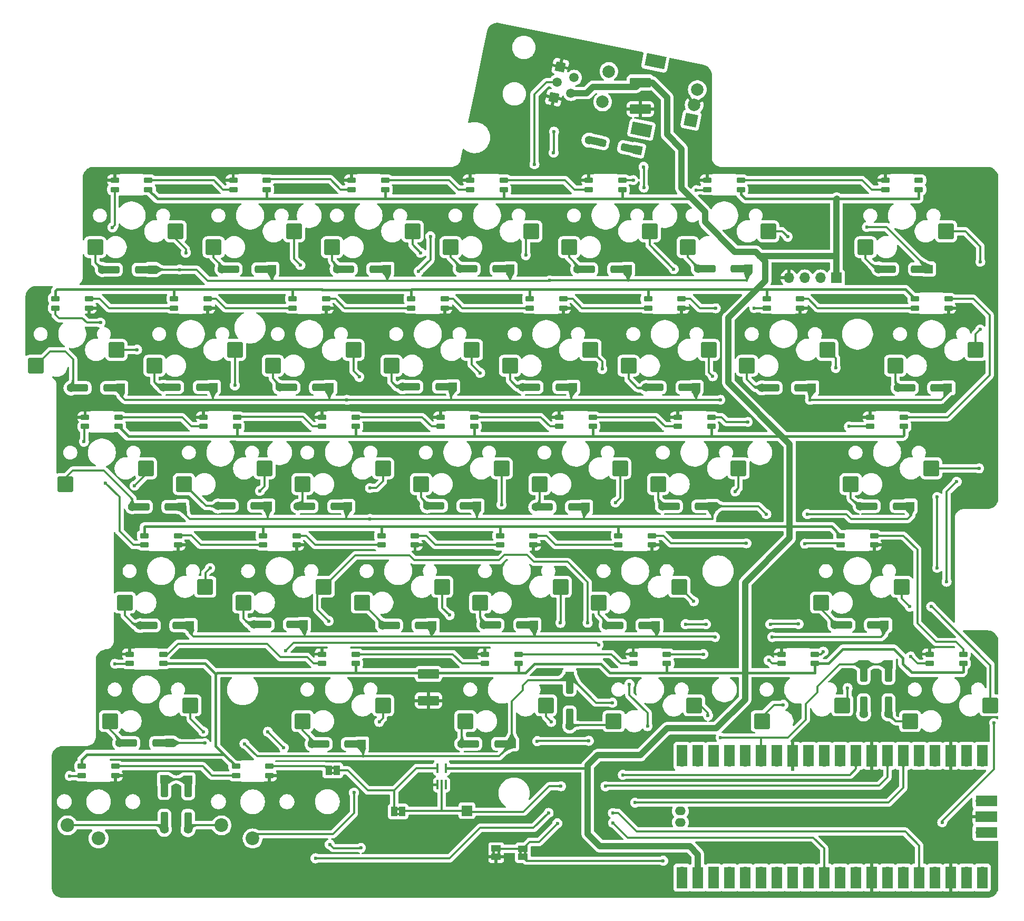
<source format=gbr>
%TF.GenerationSoftware,KiCad,Pcbnew,8.0.7*%
%TF.CreationDate,2025-08-07T20:18:05+02:00*%
%TF.ProjectId,pcb_keyboard_dx_rj11,7063625f-6b65-4796-926f-6172645f6478,rev?*%
%TF.SameCoordinates,Original*%
%TF.FileFunction,Copper,L2,Bot*%
%TF.FilePolarity,Positive*%
%FSLAX46Y46*%
G04 Gerber Fmt 4.6, Leading zero omitted, Abs format (unit mm)*
G04 Created by KiCad (PCBNEW 8.0.7) date 2025-08-07 20:18:05*
%MOMM*%
%LPD*%
G01*
G04 APERTURE LIST*
G04 Aperture macros list*
%AMRoundRect*
0 Rectangle with rounded corners*
0 $1 Rounding radius*
0 $2 $3 $4 $5 $6 $7 $8 $9 X,Y pos of 4 corners*
0 Add a 4 corners polygon primitive as box body*
4,1,4,$2,$3,$4,$5,$6,$7,$8,$9,$2,$3,0*
0 Add four circle primitives for the rounded corners*
1,1,$1+$1,$2,$3*
1,1,$1+$1,$4,$5*
1,1,$1+$1,$6,$7*
1,1,$1+$1,$8,$9*
0 Add four rect primitives between the rounded corners*
20,1,$1+$1,$2,$3,$4,$5,0*
20,1,$1+$1,$4,$5,$6,$7,0*
20,1,$1+$1,$6,$7,$8,$9,0*
20,1,$1+$1,$8,$9,$2,$3,0*%
%AMRotRect*
0 Rectangle, with rotation*
0 The origin of the aperture is its center*
0 $1 length*
0 $2 width*
0 $3 Rotation angle, in degrees counterclockwise*
0 Add horizontal line*
21,1,$1,$2,0,0,$3*%
G04 Aperture macros list end*
%TA.AperFunction,EtchedComponent*%
%ADD10C,0.000000*%
%TD*%
%TA.AperFunction,ComponentPad*%
%ADD11C,2.200000*%
%TD*%
%TA.AperFunction,SMDPad,CuDef*%
%ADD12RoundRect,0.250000X1.025000X1.000000X-1.025000X1.000000X-1.025000X-1.000000X1.025000X-1.000000X0*%
%TD*%
%TA.AperFunction,ComponentPad*%
%ADD13R,1.700000X1.700000*%
%TD*%
%TA.AperFunction,ComponentPad*%
%ADD14RotRect,1.520000X1.520000X258.400000*%
%TD*%
%TA.AperFunction,ComponentPad*%
%ADD15C,1.520000*%
%TD*%
%TA.AperFunction,ComponentPad*%
%ADD16RotRect,2.000000X2.000000X168.400000*%
%TD*%
%TA.AperFunction,ComponentPad*%
%ADD17C,2.000000*%
%TD*%
%TA.AperFunction,ComponentPad*%
%ADD18RotRect,3.200000X2.000000X168.400000*%
%TD*%
%TA.AperFunction,ComponentPad*%
%ADD19R,1.400000X1.400000*%
%TD*%
%TA.AperFunction,SMDPad,CuDef*%
%ADD20R,1.200000X1.600000*%
%TD*%
%TA.AperFunction,SMDPad,CuDef*%
%ADD21RoundRect,0.300000X-0.300000X0.450000X-0.300000X-0.450000X0.300000X-0.450000X0.300000X0.450000X0*%
%TD*%
%TA.AperFunction,SMDPad,CuDef*%
%ADD22RoundRect,0.300000X-0.300000X0.400000X-0.300000X-0.400000X0.300000X-0.400000X0.300000X0.400000X0*%
%TD*%
%TA.AperFunction,SMDPad,CuDef*%
%ADD23R,1.200000X2.120000*%
%TD*%
%TA.AperFunction,ComponentPad*%
%ADD24C,1.400000*%
%TD*%
%TA.AperFunction,SMDPad,CuDef*%
%ADD25R,1.000000X1.500000*%
%TD*%
%TA.AperFunction,SMDPad,CuDef*%
%ADD26R,1.500000X1.000000*%
%TD*%
%TA.AperFunction,SMDPad,CuDef*%
%ADD27RoundRect,0.205000X-0.495000X-0.205000X0.495000X-0.205000X0.495000X0.205000X-0.495000X0.205000X0*%
%TD*%
%TA.AperFunction,SMDPad,CuDef*%
%ADD28R,1.600000X1.200000*%
%TD*%
%TA.AperFunction,SMDPad,CuDef*%
%ADD29RoundRect,0.300000X0.450000X0.300000X-0.450000X0.300000X-0.450000X-0.300000X0.450000X-0.300000X0*%
%TD*%
%TA.AperFunction,SMDPad,CuDef*%
%ADD30RoundRect,0.300000X0.400000X0.300000X-0.400000X0.300000X-0.400000X-0.300000X0.400000X-0.300000X0*%
%TD*%
%TA.AperFunction,SMDPad,CuDef*%
%ADD31R,2.120000X1.200000*%
%TD*%
%TA.AperFunction,ComponentPad*%
%ADD32O,1.700000X1.700000*%
%TD*%
%TA.AperFunction,SMDPad,CuDef*%
%ADD33R,1.700000X3.500000*%
%TD*%
%TA.AperFunction,SMDPad,CuDef*%
%ADD34R,3.500000X1.700000*%
%TD*%
%TA.AperFunction,ComponentPad*%
%ADD35O,1.700000X1.400000*%
%TD*%
%TA.AperFunction,SMDPad,CuDef*%
%ADD36RoundRect,0.205000X0.495000X0.205000X-0.495000X0.205000X-0.495000X-0.205000X0.495000X-0.205000X0*%
%TD*%
%TA.AperFunction,ComponentPad*%
%ADD37RotRect,1.400000X1.400000X168.400000*%
%TD*%
%TA.AperFunction,SMDPad,CuDef*%
%ADD38RotRect,1.600000X1.200000X168.400000*%
%TD*%
%TA.AperFunction,SMDPad,CuDef*%
%ADD39RoundRect,0.300000X0.501132X0.203388X-0.380485X0.384358X-0.501132X-0.203388X0.380485X-0.384358X0*%
%TD*%
%TA.AperFunction,SMDPad,CuDef*%
%ADD40RoundRect,0.300000X0.452153X0.213441X-0.331507X0.374304X-0.452153X-0.213441X0.331507X-0.374304X0*%
%TD*%
%TA.AperFunction,SMDPad,CuDef*%
%ADD41RotRect,2.120000X1.200000X168.400000*%
%TD*%
%TA.AperFunction,SMDPad,CuDef*%
%ADD42RoundRect,0.100000X0.100000X-0.650000X0.100000X0.650000X-0.100000X0.650000X-0.100000X-0.650000X0*%
%TD*%
%TA.AperFunction,SMDPad,CuDef*%
%ADD43RoundRect,0.250000X-1.450000X0.537500X-1.450000X-0.537500X1.450000X-0.537500X1.450000X0.537500X0*%
%TD*%
%TA.AperFunction,ViaPad*%
%ADD44C,0.600000*%
%TD*%
%TA.AperFunction,Conductor*%
%ADD45C,0.350000*%
%TD*%
%TA.AperFunction,Conductor*%
%ADD46C,0.300000*%
%TD*%
%TA.AperFunction,Conductor*%
%ADD47C,0.450000*%
%TD*%
%TA.AperFunction,Conductor*%
%ADD48C,1.000000*%
%TD*%
%TA.AperFunction,Conductor*%
%ADD49C,0.400000*%
%TD*%
G04 APERTURE END LIST*
D10*
%TA.AperFunction,EtchedComponent*%
%TO.C,JP3*%
G36*
X79435669Y-144652000D02*
G01*
X78935669Y-144652000D01*
X78935669Y-144252000D01*
X79435669Y-144252000D01*
X79435669Y-144652000D01*
G37*
%TD.AperFunction*%
%TA.AperFunction,EtchedComponent*%
G36*
X79435669Y-145452000D02*
G01*
X78935669Y-145452000D01*
X78935669Y-145052000D01*
X79435669Y-145052000D01*
X79435669Y-145452000D01*
G37*
%TD.AperFunction*%
%TA.AperFunction,EtchedComponent*%
%TO.C,JP2*%
G36*
X109533169Y-158337000D02*
G01*
X109133169Y-158337000D01*
X109133169Y-157837000D01*
X109533169Y-157837000D01*
X109533169Y-158337000D01*
G37*
%TD.AperFunction*%
%TA.AperFunction,EtchedComponent*%
G36*
X110333169Y-158337000D02*
G01*
X109933169Y-158337000D01*
X109933169Y-157837000D01*
X110333169Y-157837000D01*
X110333169Y-158337000D01*
G37*
%TD.AperFunction*%
%TA.AperFunction,EtchedComponent*%
%TO.C,JP1*%
G36*
X105243169Y-158307000D02*
G01*
X104843169Y-158307000D01*
X104843169Y-157807000D01*
X105243169Y-157807000D01*
X105243169Y-158307000D01*
G37*
%TD.AperFunction*%
%TA.AperFunction,EtchedComponent*%
G36*
X106043169Y-158307000D02*
G01*
X105643169Y-158307000D01*
X105643169Y-157807000D01*
X106043169Y-157807000D01*
X106043169Y-158307000D01*
G37*
%TD.AperFunction*%
%TA.AperFunction,EtchedComponent*%
%TO.C,JP4*%
G36*
X89963169Y-151257000D02*
G01*
X89463169Y-151257000D01*
X89463169Y-150857000D01*
X89963169Y-150857000D01*
X89963169Y-151257000D01*
G37*
%TD.AperFunction*%
%TA.AperFunction,EtchedComponent*%
G36*
X89963169Y-152057000D02*
G01*
X89463169Y-152057000D01*
X89463169Y-151657000D01*
X89963169Y-151657000D01*
X89963169Y-152057000D01*
G37*
%TD.AperFunction*%
%TD*%
D11*
%TO.P,S3,1,1*%
%TO.N,Col 0*%
X41575669Y-155782000D03*
%TO.P,S3,2,2*%
%TO.N,Net-(D3-A)*%
X36575669Y-153682000D03*
%TD*%
D12*
%TO.P,S8,1,1*%
%TO.N,Col 1*%
X56329419Y-134397000D03*
%TO.P,S8,2,2*%
%TO.N,Net-(D8-A)*%
X43402419Y-136937000D03*
%TD*%
%TO.P,S18,1,1*%
%TO.N,Col 3*%
X96793169Y-115357000D03*
%TO.P,S18,2,2*%
%TO.N,Net-(D18-A)*%
X83866169Y-117897000D03*
%TD*%
%TO.P,S6,1,1*%
%TO.N,Col 1*%
X68233169Y-96317000D03*
%TO.P,S6,2,2*%
%TO.N,Net-(D6-A)*%
X55306169Y-98857000D03*
%TD*%
%TO.P,S32,1,1*%
%TO.N,Col 7*%
X177723169Y-58227000D03*
%TO.P,S32,2,2*%
%TO.N,Net-(D32-A)*%
X164796169Y-60767000D03*
%TD*%
%TO.P,S33,1,1*%
%TO.N,Col 7*%
X182485669Y-77277000D03*
%TO.P,S33,2,2*%
%TO.N,Net-(D33-A)*%
X169558669Y-79817000D03*
%TD*%
%TO.P,S25,1,1*%
%TO.N,Col 5*%
X139633169Y-77277000D03*
%TO.P,S25,2,2*%
%TO.N,Net-(D25-A)*%
X126706169Y-79817000D03*
%TD*%
%TO.P,S5,1,1*%
%TO.N,Col 1*%
X63473169Y-77277000D03*
%TO.P,S5,2,2*%
%TO.N,Net-(D5-A)*%
X50546169Y-79817000D03*
%TD*%
%TO.P,S7,1,1*%
%TO.N,Col 1*%
X58713169Y-115357000D03*
%TO.P,S7,2,2*%
%TO.N,Net-(D7-A)*%
X45786169Y-117897000D03*
%TD*%
%TO.P,S36,1,1*%
%TO.N,Col 7*%
X184866919Y-134397000D03*
%TO.P,S36,2,2*%
%TO.N,Net-(D36-A)*%
X171939919Y-136937000D03*
%TD*%
%TO.P,S30,1,1*%
%TO.N,Col 6*%
X158673169Y-77277000D03*
%TO.P,S30,2,2*%
%TO.N,Net-(D30-A)*%
X145746169Y-79817000D03*
%TD*%
%TO.P,S2,1,1*%
%TO.N,Col 0*%
X49193169Y-96317000D03*
%TO.P,S2,2,2*%
%TO.N,Net-(D2-A)*%
X36266169Y-98857000D03*
%TD*%
%TO.P,S27,1,1*%
%TO.N,Col 5*%
X134873169Y-115357000D03*
%TO.P,S27,2,2*%
%TO.N,Net-(D27-A)*%
X121946169Y-117897000D03*
%TD*%
%TO.P,S9,1,1*%
%TO.N,Col 2*%
X72988169Y-58227000D03*
%TO.P,S9,2,2*%
%TO.N,Net-(D9-A)*%
X60061169Y-60767000D03*
%TD*%
%TO.P,S10,1,1*%
%TO.N,Col 2*%
X82513169Y-77277000D03*
%TO.P,S10,2,2*%
%TO.N,Net-(D10-A)*%
X69586169Y-79817000D03*
%TD*%
%TO.P,S1,1,1*%
%TO.N,Col 0*%
X44433169Y-77277000D03*
%TO.P,S1,2,2*%
%TO.N,Net-(D1-A)*%
X31506169Y-79817000D03*
%TD*%
D13*
%TO.P,TP1,1,1*%
%TO.N,LED 3.3V*%
X100758169Y-151317000D03*
%TD*%
D12*
%TO.P,S13,1,1*%
%TO.N,Col 2*%
X87270669Y-134397000D03*
%TO.P,S13,2,2*%
%TO.N,Net-(D13-A)*%
X74343669Y-136937000D03*
%TD*%
%TO.P,S17,1,1*%
%TO.N,Col 3*%
X106313169Y-96317000D03*
%TO.P,S17,2,2*%
%TO.N,Net-(D17-A)*%
X93386169Y-98857000D03*
%TD*%
%TO.P,S23,1,1*%
%TO.N,Col 4*%
X113451919Y-134397000D03*
%TO.P,S23,2,2*%
%TO.N,Net-(D23-A)*%
X100524919Y-136937000D03*
%TD*%
%TO.P,S21,1,1*%
%TO.N,Col 4*%
X125353169Y-96317000D03*
%TO.P,S21,2,2*%
%TO.N,Net-(D21-A)*%
X112426169Y-98857000D03*
%TD*%
%TO.P,S31,1,1*%
%TO.N,Col 6*%
X161051919Y-134397000D03*
%TO.P,S31,2,2*%
%TO.N,Net-(D31-A)*%
X148124919Y-136937000D03*
%TD*%
%TO.P,S28,1,1*%
%TO.N,Col 5*%
X137251919Y-134397000D03*
%TO.P,S28,2,2*%
%TO.N,Net-(D28-A)*%
X124324919Y-136937000D03*
%TD*%
%TO.P,S24,1,1*%
%TO.N,Col 5*%
X130108169Y-58227000D03*
%TO.P,S24,2,2*%
%TO.N,Net-(D24-A)*%
X117181169Y-60767000D03*
%TD*%
%TO.P,S35,1,1*%
%TO.N,Col 7*%
X170579419Y-115357000D03*
%TO.P,S35,2,2*%
%TO.N,Net-(D35-A)*%
X157652419Y-117897000D03*
%TD*%
D14*
%TO.P,J1,1*%
%TO.N,GND*%
X115740719Y-31765855D03*
X114719243Y-36742098D03*
D15*
%TO.P,J1,2*%
%TO.N,TX*%
X117973469Y-33520656D03*
%TO.P,J1,3*%
%TO.N,RX*%
X115229980Y-34253978D03*
%TO.P,J1,4*%
%TO.N,+5V*%
X117462732Y-36008775D03*
%TD*%
D12*
%TO.P,S26,1,1*%
%TO.N,Col 5*%
X144393169Y-96317000D03*
%TO.P,S26,2,2*%
%TO.N,Net-(D26-A)*%
X131466169Y-98857000D03*
%TD*%
%TO.P,S11,1,1*%
%TO.N,Col 2*%
X87273169Y-96317000D03*
%TO.P,S11,2,2*%
%TO.N,Net-(D11-A)*%
X74346169Y-98857000D03*
%TD*%
%TO.P,S4,1,1*%
%TO.N,Col 1*%
X53948169Y-58227000D03*
%TO.P,S4,2,2*%
%TO.N,Net-(D4-A)*%
X41021169Y-60767000D03*
%TD*%
%TO.P,S12,1,1*%
%TO.N,Col 2*%
X77753169Y-115357000D03*
%TO.P,S12,2,2*%
%TO.N,Net-(D12-A)*%
X64826169Y-117897000D03*
%TD*%
D11*
%TO.P,S14,1,1*%
%TO.N,Col 2*%
X66325669Y-155782000D03*
%TO.P,S14,2,2*%
%TO.N,Net-(D14-A)*%
X61325669Y-153682000D03*
%TD*%
D12*
%TO.P,S20,1,1*%
%TO.N,Col 4*%
X120593169Y-77277000D03*
%TO.P,S20,2,2*%
%TO.N,Net-(D20-A)*%
X107666169Y-79817000D03*
%TD*%
%TO.P,S19,1,1*%
%TO.N,Col 4*%
X111068169Y-58227000D03*
%TO.P,S19,2,2*%
%TO.N,Net-(D19-A)*%
X98141169Y-60767000D03*
%TD*%
%TO.P,S22,1,1*%
%TO.N,Col 4*%
X115833169Y-115357000D03*
%TO.P,S22,2,2*%
%TO.N,Net-(D22-A)*%
X102906169Y-117897000D03*
%TD*%
%TO.P,S15,1,1*%
%TO.N,Col 3*%
X92028169Y-58227000D03*
%TO.P,S15,2,2*%
%TO.N,Net-(D15-A)*%
X79101169Y-60767000D03*
%TD*%
%TO.P,S16,1,1*%
%TO.N,Col 3*%
X101553169Y-77277000D03*
%TO.P,S16,2,2*%
%TO.N,Net-(D16-A)*%
X88626169Y-79817000D03*
%TD*%
D16*
%TO.P,SW2,A,A*%
%TO.N,encoder A*%
X136754362Y-40344877D03*
D17*
%TO.P,SW2,B,B*%
%TO.N,encoder B*%
X137759750Y-35447000D03*
%TO.P,SW2,C,C*%
%TO.N,GND*%
X137257055Y-37895938D03*
D18*
%TO.P,SW2,MP*%
%TO.N,N/C*%
X128784205Y-41873475D03*
X131036277Y-30902233D03*
D17*
%TO.P,SW2,S1,S1*%
%TO.N,encoder SW1*%
X123555909Y-32531370D03*
%TO.P,SW2,S2,S2*%
%TO.N,Col 0*%
X122550519Y-37429247D03*
%TD*%
D12*
%TO.P,S29,1,1*%
%TO.N,Col 6*%
X149148169Y-58227000D03*
%TO.P,S29,2,2*%
%TO.N,Net-(D29-A)*%
X136221169Y-60767000D03*
%TD*%
%TO.P,S34,1,1*%
%TO.N,Col 7*%
X175341919Y-96317000D03*
%TO.P,S34,2,2*%
%TO.N,Net-(D34-A)*%
X162414919Y-98857000D03*
%TD*%
D19*
%TO.P,D31,1,K*%
%TO.N,Row 4*%
X164473169Y-127787000D03*
D20*
X164473169Y-129087000D03*
D21*
X164473169Y-129837000D03*
D22*
%TO.P,D31,2,A*%
%TO.N,Net-(D31-A)*%
X164473169Y-133687000D03*
D23*
X164473169Y-134747000D03*
D24*
X164473169Y-135787000D03*
%TD*%
D25*
%TO.P,JP3,1,A*%
%TO.N,Net-(JP3-A)*%
X78535669Y-144852000D03*
%TO.P,JP3,2,B*%
%TO.N,LED 5V*%
X79835669Y-144852000D03*
%TD*%
D26*
%TO.P,JP2,1,A*%
%TO.N,SPLIT_HAND_PIN*%
X109733169Y-157437000D03*
%TO.P,JP2,2,B*%
%TO.N,+3.3V*%
X109733169Y-158737000D03*
%TD*%
D27*
%TO.P,LED21,1,VDD*%
%TO.N,+5V*%
X120968169Y-89588000D03*
%TO.P,LED21,2,DOUT*%
%TO.N,Net-(LED21-DOUT)*%
X120968169Y-88088000D03*
%TO.P,LED21,3,VSS*%
%TO.N,GND*%
X115568169Y-88088000D03*
%TO.P,LED21,4,DIN*%
%TO.N,Net-(LED17-DOUT)*%
X115568169Y-89588000D03*
%TD*%
D19*
%TO.P,D11,1,K*%
%TO.N,Row 2*%
X81593169Y-102427000D03*
D28*
X80293169Y-102427000D03*
D29*
X79543169Y-102427000D03*
D30*
%TO.P,D11,2,A*%
%TO.N,Net-(D11-A)*%
X75693169Y-102427000D03*
D31*
X74633169Y-102427000D03*
D24*
X73593169Y-102427000D03*
%TD*%
D27*
%TO.P,LED32,1,VDD*%
%TO.N,+5V*%
X173338169Y-51498000D03*
%TO.P,LED32,2,DOUT*%
%TO.N,unconnected-(LED32-DOUT-Pad2)*%
X173338169Y-49998000D03*
%TO.P,LED32,3,VSS*%
%TO.N,GND*%
X167938169Y-49998000D03*
%TO.P,LED32,4,DIN*%
%TO.N,Net-(LED29-DOUT)*%
X167938169Y-51498000D03*
%TD*%
%TO.P,LED36,1,VDD*%
%TO.N,+5V*%
X180481919Y-127668000D03*
%TO.P,LED36,2,DOUT*%
%TO.N,Net-(LED35-DIN)*%
X180481919Y-126168000D03*
%TO.P,LED36,3,VSS*%
%TO.N,GND*%
X175081919Y-126168000D03*
%TO.P,LED36,4,DIN*%
%TO.N,Net-(LED31-DOUT)*%
X175081919Y-127668000D03*
%TD*%
D19*
%TO.P,D9,1,K*%
%TO.N,Row 0*%
X69413169Y-64317000D03*
D28*
X68113169Y-64317000D03*
D29*
X67363169Y-64317000D03*
D30*
%TO.P,D9,2,A*%
%TO.N,Net-(D9-A)*%
X63513169Y-64317000D03*
D31*
X62453169Y-64317000D03*
D24*
X61413169Y-64317000D03*
%TD*%
D27*
%TO.P,LED24,1,VDD*%
%TO.N,+5V*%
X125723169Y-51498000D03*
%TO.P,LED24,2,DOUT*%
%TO.N,Net-(LED24-DOUT)*%
X125723169Y-49998000D03*
%TO.P,LED24,3,VSS*%
%TO.N,GND*%
X120323169Y-49998000D03*
%TO.P,LED24,4,DIN*%
%TO.N,Net-(LED19-DOUT)*%
X120323169Y-51498000D03*
%TD*%
D32*
%TO.P,U1,1,GPIO0*%
%TO.N,Col 7*%
X135303169Y-143407000D03*
D33*
X135303169Y-142507000D03*
D32*
%TO.P,U1,2,GPIO1*%
%TO.N,unconnected-(U1-GPIO1-Pad2)*%
X137843169Y-143407000D03*
D33*
%TO.N,unconnected-(U1-GPIO1-Pad2)_1*%
X137843169Y-142507000D03*
D13*
%TO.P,U1,3,GND*%
%TO.N,unconnected-(U1-GND-Pad3)_1*%
X140383169Y-143407000D03*
D33*
%TO.N,unconnected-(U1-GND-Pad3)*%
X140383169Y-142507000D03*
D32*
%TO.P,U1,4,GPIO2*%
%TO.N,Col 5*%
X142923169Y-143407000D03*
D33*
X142923169Y-142507000D03*
D32*
%TO.P,U1,5,GPIO3*%
%TO.N,Col 6*%
X145463169Y-143407000D03*
D33*
X145463169Y-142507000D03*
D32*
%TO.P,U1,6,GPIO4*%
%TO.N,Row 4*%
X148003169Y-143407000D03*
D33*
X148003169Y-142507000D03*
D32*
%TO.P,U1,7,GPIO5*%
%TO.N,unconnected-(U1-GPIO5-Pad7)*%
X150543169Y-143407000D03*
D33*
%TO.N,unconnected-(U1-GPIO5-Pad7)_1*%
X150543169Y-142507000D03*
D13*
%TO.P,U1,8,GND*%
%TO.N,GND*%
X153083169Y-143407000D03*
D33*
X153083169Y-142507000D03*
D32*
%TO.P,U1,9,GPIO6*%
%TO.N,unconnected-(U1-GPIO6-Pad9)*%
X155623169Y-143407000D03*
D33*
%TO.N,unconnected-(U1-GPIO6-Pad9)_1*%
X155623169Y-142507000D03*
D32*
%TO.P,U1,10,GPIO7*%
%TO.N,unconnected-(U1-GPIO7-Pad10)*%
X158163169Y-143407000D03*
D33*
%TO.N,unconnected-(U1-GPIO7-Pad10)_1*%
X158163169Y-142507000D03*
D32*
%TO.P,U1,11,GPIO8*%
%TO.N,Row 5*%
X160703169Y-143407000D03*
D33*
X160703169Y-142507000D03*
D32*
%TO.P,U1,12,GPIO9*%
%TO.N,Col 3*%
X163243169Y-143407000D03*
D33*
X163243169Y-142507000D03*
D13*
%TO.P,U1,13,GND*%
%TO.N,GND*%
X165783169Y-143407000D03*
D33*
X165783169Y-142507000D03*
D32*
%TO.P,U1,14,GPIO10*%
%TO.N,LED 3.3V*%
X168323169Y-143407000D03*
D33*
X168323169Y-142507000D03*
D32*
%TO.P,U1,15,GPIO11*%
%TO.N,Col 4*%
X170863169Y-143407000D03*
D33*
X170863169Y-142507000D03*
D32*
%TO.P,U1,16,GPIO12*%
%TO.N,Row 3*%
X173403169Y-143407000D03*
D33*
X173403169Y-142507000D03*
D32*
%TO.P,U1,17,GPIO13*%
%TO.N,Col 2*%
X175943169Y-143407000D03*
D33*
X175943169Y-142507000D03*
D13*
%TO.P,U1,18,GND*%
%TO.N,GND*%
X178483169Y-143407000D03*
D33*
X178483169Y-142507000D03*
D32*
%TO.P,U1,19,GPIO14*%
%TO.N,encoder B*%
X181023169Y-143407000D03*
D33*
X181023169Y-142507000D03*
D32*
%TO.P,U1,20,GPIO15*%
%TO.N,encoder A*%
X183563169Y-143407000D03*
D33*
X183563169Y-142507000D03*
D32*
%TO.P,U1,21,GPIO16*%
%TO.N,RX*%
X183563169Y-161187000D03*
D33*
X183563169Y-162087000D03*
D32*
%TO.P,U1,22,GPIO17*%
%TO.N,TX*%
X181023169Y-161187000D03*
D33*
X181023169Y-162087000D03*
D13*
%TO.P,U1,23,GND*%
%TO.N,GND*%
X178483169Y-161187000D03*
D33*
X178483169Y-162087000D03*
D32*
%TO.P,U1,24,GPIO18*%
%TO.N,Row 2*%
X175943169Y-161187000D03*
D33*
X175943169Y-162087000D03*
D32*
%TO.P,U1,25,GPIO19*%
%TO.N,Row 0*%
X173403169Y-161187000D03*
D33*
X173403169Y-162087000D03*
D32*
%TO.P,U1,26,GPIO20*%
%TO.N,Col 1*%
X170863169Y-161187000D03*
D33*
X170863169Y-162087000D03*
D32*
%TO.P,U1,27,GPIO21*%
%TO.N,Row 1*%
X168323169Y-161187000D03*
D33*
X168323169Y-162087000D03*
D13*
%TO.P,U1,28,GND*%
%TO.N,GND*%
X165783169Y-161187000D03*
D33*
X165783169Y-162087000D03*
D32*
%TO.P,U1,29,GPIO22*%
%TO.N,Col 0*%
X163243169Y-161187000D03*
D33*
X163243169Y-162087000D03*
D32*
%TO.P,U1,30,RUN*%
%TO.N,unconnected-(U1-RUN-Pad30)*%
X160703169Y-161187000D03*
D33*
%TO.N,unconnected-(U1-RUN-Pad30)_1*%
X160703169Y-162087000D03*
D32*
%TO.P,U1,31,GPIO26_ADC0*%
%TO.N,SPLIT_HAND_PIN*%
X158163169Y-161187000D03*
D33*
X158163169Y-162087000D03*
D32*
%TO.P,U1,32,GPIO27_ADC1*%
%TO.N,unconnected-(U1-GPIO27_ADC1-Pad32)*%
X155623169Y-161187000D03*
D33*
%TO.N,unconnected-(U1-GPIO27_ADC1-Pad32)_1*%
X155623169Y-162087000D03*
D13*
%TO.P,U1,33,AGND*%
%TO.N,unconnected-(U1-AGND-Pad33)*%
X153083169Y-161187000D03*
D33*
%TO.N,unconnected-(U1-AGND-Pad33)_1*%
X153083169Y-162087000D03*
D32*
%TO.P,U1,34,GPIO28_ADC2*%
%TO.N,unconnected-(U1-GPIO28_ADC2-Pad34)_1*%
X150543169Y-161187000D03*
D33*
%TO.N,unconnected-(U1-GPIO28_ADC2-Pad34)*%
X150543169Y-162087000D03*
D32*
%TO.P,U1,35,ADC_VREF*%
%TO.N,unconnected-(U1-ADC_VREF-Pad35)*%
X148003169Y-161187000D03*
D33*
%TO.N,unconnected-(U1-ADC_VREF-Pad35)_1*%
X148003169Y-162087000D03*
D32*
%TO.P,U1,36,3V3*%
%TO.N,+3.3V*%
X145463169Y-161187000D03*
D33*
X145463169Y-162087000D03*
D32*
%TO.P,U1,37,3V3_EN*%
%TO.N,unconnected-(U1-3V3_EN-Pad37)*%
X142923169Y-161187000D03*
D33*
%TO.N,unconnected-(U1-3V3_EN-Pad37)_1*%
X142923169Y-162087000D03*
D13*
%TO.P,U1,38,GND*%
%TO.N,unconnected-(U1-GND-Pad38)_1*%
X140383169Y-161187000D03*
D33*
%TO.N,unconnected-(U1-GND-Pad38)*%
X140383169Y-162087000D03*
D32*
%TO.P,U1,39,VSYS*%
%TO.N,+5V*%
X137843169Y-161187000D03*
D33*
X137843169Y-162087000D03*
D32*
%TO.P,U1,40,VBUS*%
%TO.N,unconnected-(U1-VBUS-Pad40)_1*%
X135303169Y-161187000D03*
D33*
%TO.N,unconnected-(U1-VBUS-Pad40)*%
X135303169Y-162087000D03*
D32*
%TO.P,U1,41,SWCLK*%
%TO.N,unconnected-(U1-SWCLK-Pad41)*%
X183333169Y-149757000D03*
D34*
%TO.N,unconnected-(U1-SWCLK-Pad41)_1*%
X184233169Y-149757000D03*
D13*
%TO.P,U1,42,GND*%
%TO.N,GND*%
X183333169Y-152297000D03*
D34*
X184233169Y-152297000D03*
D32*
%TO.P,U1,43,SWDIO*%
%TO.N,unconnected-(U1-SWDIO-Pad43)_1*%
X183333169Y-154837000D03*
D34*
%TO.N,unconnected-(U1-SWDIO-Pad43)*%
X184233169Y-154837000D03*
D35*
%TO.P,U1,44,data+*%
%TO.N,Data+*%
X135033169Y-151397000D03*
%TO.P,U1,45,data-*%
%TO.N,Data-*%
X135033169Y-153197000D03*
%TD*%
D19*
%TO.P,D24,1,K*%
%TO.N,Row 0*%
X126563169Y-64337000D03*
D28*
X125263169Y-64337000D03*
D29*
X124513169Y-64337000D03*
D30*
%TO.P,D24,2,A*%
%TO.N,Net-(D24-A)*%
X120663169Y-64337000D03*
D31*
X119603169Y-64337000D03*
D24*
X118563169Y-64337000D03*
%TD*%
D36*
%TO.P,LED5,1,VDD*%
%TO.N,+5V*%
X53688169Y-69048000D03*
%TO.P,LED5,2,DOUT*%
%TO.N,Net-(LED1-DIN)*%
X53688169Y-70548000D03*
%TO.P,LED5,3,VSS*%
%TO.N,GND*%
X59088169Y-70548000D03*
%TO.P,LED5,4,DIN*%
%TO.N,Net-(LED10-DOUT)*%
X59088169Y-69048000D03*
%TD*%
D19*
%TO.P,D28,1,K*%
%TO.N,Row 4*%
X117253169Y-129717000D03*
D20*
X117253169Y-131017000D03*
D21*
X117253169Y-131767000D03*
D22*
%TO.P,D28,2,A*%
%TO.N,Net-(D28-A)*%
X117253169Y-135617000D03*
D23*
X117253169Y-136677000D03*
D24*
X117253169Y-137717000D03*
%TD*%
D27*
%TO.P,LED2,1,VDD*%
%TO.N,+5V*%
X44808169Y-89588000D03*
%TO.P,LED2,2,DOUT*%
%TO.N,Net-(LED2-DOUT)*%
X44808169Y-88088000D03*
%TO.P,LED2,3,VSS*%
%TO.N,GND*%
X39408169Y-88088000D03*
%TO.P,LED2,4,DIN*%
%TO.N,Net-(LED2-DIN)*%
X39408169Y-89588000D03*
%TD*%
D36*
%TO.P,LED12,1,VDD*%
%TO.N,+5V*%
X67968169Y-107128000D03*
%TO.P,LED12,2,DOUT*%
%TO.N,Net-(LED12-DOUT)*%
X67968169Y-108628000D03*
%TO.P,LED12,3,VSS*%
%TO.N,GND*%
X73368169Y-108628000D03*
%TO.P,LED12,4,DIN*%
%TO.N,Net-(LED12-DIN)*%
X73368169Y-107128000D03*
%TD*%
D19*
%TO.P,D36,1,K*%
%TO.N,Row 4*%
X168473169Y-127787000D03*
D20*
X168473169Y-129087000D03*
D21*
X168473169Y-129837000D03*
D22*
%TO.P,D36,2,A*%
%TO.N,Net-(D36-A)*%
X168473169Y-133687000D03*
D23*
X168473169Y-134747000D03*
D24*
X168473169Y-135787000D03*
%TD*%
D19*
%TO.P,D12,1,K*%
%TO.N,Row 3*%
X74520669Y-121398250D03*
D28*
X73220669Y-121398250D03*
D29*
X72470669Y-121398250D03*
D30*
%TO.P,D12,2,A*%
%TO.N,Net-(D12-A)*%
X68620669Y-121398250D03*
D31*
X67560669Y-121398250D03*
D24*
X66520669Y-121398250D03*
%TD*%
D27*
%TO.P,LED31,1,VDD*%
%TO.N,+5V*%
X156666919Y-127668000D03*
%TO.P,LED31,2,DOUT*%
%TO.N,Net-(LED31-DOUT)*%
X156666919Y-126168000D03*
%TO.P,LED31,3,VSS*%
%TO.N,GND*%
X151266919Y-126168000D03*
%TO.P,LED31,4,DIN*%
%TO.N,Net-(LED28-DOUT)*%
X151266919Y-127668000D03*
%TD*%
D19*
%TO.P,D25,1,K*%
%TO.N,Row 1*%
X137543169Y-83317000D03*
D28*
X136243169Y-83317000D03*
D29*
X135493169Y-83317000D03*
D30*
%TO.P,D25,2,A*%
%TO.N,Net-(D25-A)*%
X131643169Y-83317000D03*
D31*
X130583169Y-83317000D03*
D24*
X129543169Y-83317000D03*
%TD*%
D19*
%TO.P,D3,1,K*%
%TO.N,Row 5*%
X52133169Y-146317000D03*
D20*
X52133169Y-147617000D03*
D21*
X52133169Y-148367000D03*
D22*
%TO.P,D3,2,A*%
%TO.N,Net-(D3-A)*%
X52133169Y-152217000D03*
D23*
X52133169Y-153277000D03*
D24*
X52133169Y-154317000D03*
%TD*%
D19*
%TO.P,D22,1,K*%
%TO.N,Row 3*%
X111473169Y-121447000D03*
D28*
X110173169Y-121447000D03*
D29*
X109423169Y-121447000D03*
D30*
%TO.P,D22,2,A*%
%TO.N,Net-(D22-A)*%
X105573169Y-121447000D03*
D31*
X104513169Y-121447000D03*
D24*
X103473169Y-121447000D03*
%TD*%
D19*
%TO.P,D33,1,K*%
%TO.N,Row 1*%
X178003169Y-83377000D03*
D28*
X176703169Y-83377000D03*
D29*
X175953169Y-83377000D03*
D30*
%TO.P,D33,2,A*%
%TO.N,Net-(D33-A)*%
X172103169Y-83377000D03*
D31*
X171043169Y-83377000D03*
D24*
X170003169Y-83377000D03*
%TD*%
D19*
%TO.P,D7,1,K*%
%TO.N,Row 3*%
X56253169Y-121577000D03*
D28*
X54953169Y-121577000D03*
D29*
X54203169Y-121577000D03*
D30*
%TO.P,D7,2,A*%
%TO.N,Net-(D7-A)*%
X50353169Y-121577000D03*
D31*
X49293169Y-121577000D03*
D24*
X48253169Y-121577000D03*
%TD*%
D19*
%TO.P,D30,1,K*%
%TO.N,Row 1*%
X156143169Y-83357000D03*
D28*
X154843169Y-83357000D03*
D29*
X154093169Y-83357000D03*
D30*
%TO.P,D30,2,A*%
%TO.N,Net-(D30-A)*%
X150243169Y-83357000D03*
D31*
X149183169Y-83357000D03*
D24*
X148143169Y-83357000D03*
%TD*%
D27*
%TO.P,LED13,1,VDD*%
%TO.N,+5V*%
X82885669Y-127668000D03*
%TO.P,LED13,2,DOUT*%
%TO.N,Net-(LED13-DOUT)*%
X82885669Y-126168000D03*
%TO.P,LED13,3,VSS*%
%TO.N,GND*%
X77485669Y-126168000D03*
%TO.P,LED13,4,DIN*%
%TO.N,Net-(LED13-DIN)*%
X77485669Y-127668000D03*
%TD*%
D36*
%TO.P,LED35,1,VDD*%
%TO.N,+5V*%
X160794419Y-107128000D03*
%TO.P,LED35,2,DOUT*%
%TO.N,Net-(LED27-DIN)*%
X160794419Y-108628000D03*
%TO.P,LED35,3,VSS*%
%TO.N,GND*%
X166194419Y-108628000D03*
%TO.P,LED35,4,DIN*%
%TO.N,Net-(LED35-DIN)*%
X166194419Y-107128000D03*
%TD*%
D19*
%TO.P,D14,1,K*%
%TO.N,Row 5*%
X55941919Y-146354500D03*
D20*
X55941919Y-147654500D03*
D21*
X55941919Y-148404500D03*
D22*
%TO.P,D14,2,A*%
%TO.N,Net-(D14-A)*%
X55941919Y-152254500D03*
D23*
X55941919Y-153314500D03*
D24*
X55941919Y-154354500D03*
%TD*%
D27*
%TO.P,LED28,1,VDD*%
%TO.N,+5V*%
X132866919Y-127668000D03*
%TO.P,LED28,2,DOUT*%
%TO.N,Net-(LED28-DOUT)*%
X132866919Y-126168000D03*
%TO.P,LED28,3,VSS*%
%TO.N,GND*%
X127466919Y-126168000D03*
%TO.P,LED28,4,DIN*%
%TO.N,Net-(LED23-DOUT)*%
X127466919Y-127668000D03*
%TD*%
D19*
%TO.P,D15,1,K*%
%TO.N,Row 0*%
X87883169Y-64307000D03*
D28*
X86583169Y-64307000D03*
D29*
X85833169Y-64307000D03*
D30*
%TO.P,D15,2,A*%
%TO.N,Net-(D15-A)*%
X81983169Y-64307000D03*
D31*
X80923169Y-64307000D03*
D24*
X79883169Y-64307000D03*
%TD*%
D19*
%TO.P,D16,1,K*%
%TO.N,Row 1*%
X98443169Y-83197000D03*
D28*
X97143169Y-83197000D03*
D29*
X96393169Y-83197000D03*
D30*
%TO.P,D16,2,A*%
%TO.N,Net-(D16-A)*%
X92543169Y-83197000D03*
D31*
X91483169Y-83197000D03*
D24*
X90443169Y-83197000D03*
%TD*%
D36*
%TO.P,LED22,1,VDD*%
%TO.N,+5V*%
X106048169Y-107128000D03*
%TO.P,LED22,2,DOUT*%
%TO.N,Net-(LED18-DIN)*%
X106048169Y-108628000D03*
%TO.P,LED22,3,VSS*%
%TO.N,GND*%
X111448169Y-108628000D03*
%TO.P,LED22,4,DIN*%
%TO.N,Net-(LED22-DIN)*%
X111448169Y-107128000D03*
%TD*%
D27*
%TO.P,LED26,1,VDD*%
%TO.N,+5V*%
X140008169Y-89588000D03*
%TO.P,LED26,2,DOUT*%
%TO.N,Net-(LED26-DOUT)*%
X140008169Y-88088000D03*
%TO.P,LED26,3,VSS*%
%TO.N,GND*%
X134608169Y-88088000D03*
%TO.P,LED26,4,DIN*%
%TO.N,Net-(LED21-DOUT)*%
X134608169Y-89588000D03*
%TD*%
D36*
%TO.P,LED20,1,VDD*%
%TO.N,+5V*%
X110808169Y-69048000D03*
%TO.P,LED20,2,DOUT*%
%TO.N,Net-(LED16-DIN)*%
X110808169Y-70548000D03*
%TO.P,LED20,3,VSS*%
%TO.N,GND*%
X116208169Y-70548000D03*
%TO.P,LED20,4,DIN*%
%TO.N,Net-(LED20-DIN)*%
X116208169Y-69048000D03*
%TD*%
D19*
%TO.P,D1,1,K*%
%TO.N,Row 1*%
X45133169Y-83397000D03*
D28*
X43833169Y-83397000D03*
D29*
X43083169Y-83397000D03*
D30*
%TO.P,D1,2,A*%
%TO.N,Net-(D1-A)*%
X39233169Y-83397000D03*
D31*
X38173169Y-83397000D03*
D24*
X37133169Y-83397000D03*
%TD*%
D27*
%TO.P,LED34,1,VDD*%
%TO.N,+5V*%
X170956919Y-89588000D03*
%TO.P,LED34,2,DOUT*%
%TO.N,Net-(LED33-DIN)*%
X170956919Y-88088000D03*
%TO.P,LED34,3,VSS*%
%TO.N,GND*%
X165556919Y-88088000D03*
%TO.P,LED34,4,DIN*%
%TO.N,Net-(LED26-DOUT)*%
X165556919Y-89588000D03*
%TD*%
D36*
%TO.P,LED10,1,VDD*%
%TO.N,+5V*%
X72728169Y-69048000D03*
%TO.P,LED10,2,DOUT*%
%TO.N,Net-(LED10-DOUT)*%
X72728169Y-70548000D03*
%TO.P,LED10,3,VSS*%
%TO.N,GND*%
X78128169Y-70548000D03*
%TO.P,LED10,4,DIN*%
%TO.N,Net-(LED10-DIN)*%
X78128169Y-69048000D03*
%TD*%
D27*
%TO.P,LED11,1,VDD*%
%TO.N,+5V*%
X82888169Y-89588000D03*
%TO.P,LED11,2,DOUT*%
%TO.N,Net-(LED11-DOUT)*%
X82888169Y-88088000D03*
%TO.P,LED11,3,VSS*%
%TO.N,GND*%
X77488169Y-88088000D03*
%TO.P,LED11,4,DIN*%
%TO.N,Net-(LED11-DIN)*%
X77488169Y-89588000D03*
%TD*%
D13*
%TO.P,J4,1,Pin_1*%
%TO.N,+5V*%
X160093169Y-65702000D03*
D32*
%TO.P,J4,2,Pin_2*%
%TO.N,Data-*%
X157553169Y-65702000D03*
%TO.P,J4,3,Pin_3*%
%TO.N,Data+*%
X155013169Y-65702000D03*
%TO.P,J4,4,Pin_4*%
%TO.N,GND*%
X152473169Y-65702000D03*
%TD*%
D27*
%TO.P,LED15,1,VDD*%
%TO.N,+5V*%
X87643169Y-51498000D03*
%TO.P,LED15,2,DOUT*%
%TO.N,Net-(LED15-DOUT)*%
X87643169Y-49998000D03*
%TO.P,LED15,3,VSS*%
%TO.N,GND*%
X82243169Y-49998000D03*
%TO.P,LED15,4,DIN*%
%TO.N,Net-(LED15-DIN)*%
X82243169Y-51498000D03*
%TD*%
D19*
%TO.P,D6,1,K*%
%TO.N,Row 2*%
X68764419Y-102357000D03*
D28*
X67464419Y-102357000D03*
D29*
X66714419Y-102357000D03*
D30*
%TO.P,D6,2,A*%
%TO.N,Net-(D6-A)*%
X62864419Y-102357000D03*
D31*
X61804419Y-102357000D03*
D24*
X60764419Y-102357000D03*
%TD*%
D36*
%TO.P,LED30,1,VDD*%
%TO.N,+5V*%
X148888169Y-69048000D03*
%TO.P,LED30,2,DOUT*%
%TO.N,Net-(LED25-DIN)*%
X148888169Y-70548000D03*
%TO.P,LED30,3,VSS*%
%TO.N,GND*%
X154288169Y-70548000D03*
%TO.P,LED30,4,DIN*%
%TO.N,Net-(LED30-DIN)*%
X154288169Y-69048000D03*
%TD*%
D27*
%TO.P,LED4,1,VDD*%
%TO.N,+5V*%
X49563169Y-51498000D03*
%TO.P,LED4,2,DOUT*%
%TO.N,Net-(LED4-DOUT)*%
X49563169Y-49998000D03*
%TO.P,LED4,3,VSS*%
%TO.N,GND*%
X44163169Y-49998000D03*
%TO.P,LED4,4,DIN*%
%TO.N,Net-(LED1-DOUT)*%
X44163169Y-51498000D03*
%TD*%
D19*
%TO.P,D17,1,K*%
%TO.N,Row 2*%
X102373169Y-102357000D03*
D28*
X101073169Y-102357000D03*
D29*
X100323169Y-102357000D03*
D30*
%TO.P,D17,2,A*%
%TO.N,Net-(D17-A)*%
X96473169Y-102357000D03*
D31*
X95413169Y-102357000D03*
D24*
X94373169Y-102357000D03*
%TD*%
D37*
%TO.P,D37,1,K*%
%TO.N,Row 0*%
X128201470Y-45181312D03*
D38*
X126928022Y-44919910D03*
D39*
X126193341Y-44769102D03*
D40*
%TO.P,D37,2,A*%
%TO.N,encoder SW1*%
X122421976Y-43994952D03*
D41*
X121383626Y-43781809D03*
D24*
X120364868Y-43572688D03*
%TD*%
D19*
%TO.P,D18,1,K*%
%TO.N,Row 3*%
X95183169Y-121527000D03*
D28*
X93883169Y-121527000D03*
D29*
X93133169Y-121527000D03*
D30*
%TO.P,D18,2,A*%
%TO.N,Net-(D18-A)*%
X89283169Y-121527000D03*
D31*
X88223169Y-121527000D03*
D24*
X87183169Y-121527000D03*
%TD*%
D36*
%TO.P,LED25,1,VDD*%
%TO.N,+5V*%
X129848169Y-69048000D03*
%TO.P,LED25,2,DOUT*%
%TO.N,Net-(LED20-DIN)*%
X129848169Y-70548000D03*
%TO.P,LED25,3,VSS*%
%TO.N,GND*%
X135248169Y-70548000D03*
%TO.P,LED25,4,DIN*%
%TO.N,Net-(LED25-DIN)*%
X135248169Y-69048000D03*
%TD*%
D19*
%TO.P,D34,1,K*%
%TO.N,Row 2*%
X171943169Y-102377000D03*
D28*
X170643169Y-102377000D03*
D29*
X169893169Y-102377000D03*
D30*
%TO.P,D34,2,A*%
%TO.N,Net-(D34-A)*%
X166043169Y-102377000D03*
D31*
X164983169Y-102377000D03*
D24*
X163943169Y-102377000D03*
%TD*%
D19*
%TO.P,D21,1,K*%
%TO.N,Row 2*%
X119813169Y-102537000D03*
D28*
X118513169Y-102537000D03*
D29*
X117763169Y-102537000D03*
D30*
%TO.P,D21,2,A*%
%TO.N,Net-(D21-A)*%
X113913169Y-102537000D03*
D31*
X112853169Y-102537000D03*
D24*
X111813169Y-102537000D03*
%TD*%
D19*
%TO.P,D19,1,K*%
%TO.N,Row 0*%
X107663169Y-64270419D03*
D28*
X106363169Y-64270419D03*
D29*
X105613169Y-64270419D03*
D30*
%TO.P,D19,2,A*%
%TO.N,Net-(D19-A)*%
X101763169Y-64270419D03*
D31*
X100703169Y-64270419D03*
D24*
X99663169Y-64270419D03*
%TD*%
D26*
%TO.P,JP1,1,A*%
%TO.N,SPLIT_HAND_PIN*%
X105443169Y-157407000D03*
%TO.P,JP1,2,B*%
%TO.N,GND*%
X105443169Y-158707000D03*
%TD*%
D36*
%TO.P,LED16,1,VDD*%
%TO.N,+5V*%
X91768169Y-69048000D03*
%TO.P,LED16,2,DOUT*%
%TO.N,Net-(LED10-DIN)*%
X91768169Y-70548000D03*
%TO.P,LED16,3,VSS*%
%TO.N,GND*%
X97168169Y-70548000D03*
%TO.P,LED16,4,DIN*%
%TO.N,Net-(LED16-DIN)*%
X97168169Y-69048000D03*
%TD*%
D27*
%TO.P,LED17,1,VDD*%
%TO.N,+5V*%
X101928169Y-89588000D03*
%TO.P,LED17,2,DOUT*%
%TO.N,Net-(LED17-DOUT)*%
X101928169Y-88088000D03*
%TO.P,LED17,3,VSS*%
%TO.N,GND*%
X96528169Y-88088000D03*
%TO.P,LED17,4,DIN*%
%TO.N,Net-(LED11-DOUT)*%
X96528169Y-89588000D03*
%TD*%
D42*
%TO.P,U2,1,NC*%
%TO.N,unconnected-(U2-NC-Pad1)*%
X97335669Y-147157000D03*
%TO.P,U2,2*%
%TO.N,LED 3.3V*%
X96685669Y-147157000D03*
%TO.P,U2,3,GND*%
%TO.N,GND*%
X96035669Y-147157000D03*
%TO.P,U2,4*%
%TO.N,LED 5V*%
X96035669Y-144497000D03*
%TO.P,U2,5,VCC*%
%TO.N,+5V*%
X97335669Y-144497000D03*
%TD*%
D19*
%TO.P,D35,1,K*%
%TO.N,Row 3*%
X167843169Y-121477000D03*
D28*
X166543169Y-121477000D03*
D29*
X165793169Y-121477000D03*
D30*
%TO.P,D35,2,A*%
%TO.N,Net-(D35-A)*%
X161943169Y-121477000D03*
D31*
X160883169Y-121477000D03*
D24*
X159843169Y-121477000D03*
%TD*%
D27*
%TO.P,LED29,1,VDD*%
%TO.N,+5V*%
X144763169Y-51498000D03*
%TO.P,LED29,2,DOUT*%
%TO.N,Net-(LED29-DOUT)*%
X144763169Y-49998000D03*
%TO.P,LED29,3,VSS*%
%TO.N,GND*%
X139363169Y-49998000D03*
%TO.P,LED29,4,DIN*%
%TO.N,Net-(LED24-DOUT)*%
X139363169Y-51498000D03*
%TD*%
D19*
%TO.P,D10,1,K*%
%TO.N,Row 1*%
X78693169Y-83317000D03*
D28*
X77393169Y-83317000D03*
D29*
X76643169Y-83317000D03*
D30*
%TO.P,D10,2,A*%
%TO.N,Net-(D10-A)*%
X72793169Y-83317000D03*
D31*
X71733169Y-83317000D03*
D24*
X70693169Y-83317000D03*
%TD*%
D25*
%TO.P,JP4,1,A*%
%TO.N,LED 5V*%
X89063169Y-151457000D03*
%TO.P,JP4,2,B*%
%TO.N,LED 3.3V*%
X90363169Y-151457000D03*
%TD*%
D36*
%TO.P,LED7,1,VDD*%
%TO.N,+5V*%
X48928169Y-107128000D03*
%TO.P,LED7,2,DOUT*%
%TO.N,Net-(LED2-DIN)*%
X48928169Y-108628000D03*
%TO.P,LED7,3,VSS*%
%TO.N,GND*%
X54328169Y-108628000D03*
%TO.P,LED7,4,DIN*%
%TO.N,Net-(LED12-DOUT)*%
X54328169Y-107128000D03*
%TD*%
D19*
%TO.P,D23,1,K*%
%TO.N,Row 4*%
X107933169Y-140567000D03*
D28*
X106633169Y-140567000D03*
D29*
X105883169Y-140567000D03*
D30*
%TO.P,D23,2,A*%
%TO.N,Net-(D23-A)*%
X102033169Y-140567000D03*
D31*
X100973169Y-140567000D03*
D24*
X99933169Y-140567000D03*
%TD*%
D36*
%TO.P,LED1,1,VDD*%
%TO.N,+5V*%
X34648169Y-69048000D03*
%TO.P,LED1,2,DOUT*%
%TO.N,Net-(LED1-DOUT)*%
X34648169Y-70548000D03*
%TO.P,LED1,3,VSS*%
%TO.N,GND*%
X40048169Y-70548000D03*
%TO.P,LED1,4,DIN*%
%TO.N,Net-(LED1-DIN)*%
X40048169Y-69048000D03*
%TD*%
%TO.P,LED3,1,VDD*%
%TO.N,+5V*%
X38875669Y-144193000D03*
%TO.P,LED3,2,DOUT*%
%TO.N,Net-(LED3-DOUT)*%
X38875669Y-145693000D03*
%TO.P,LED3,3,VSS*%
%TO.N,GND*%
X44275669Y-145693000D03*
%TO.P,LED3,4,DIN*%
%TO.N,Net-(LED14-DOUT)*%
X44275669Y-144193000D03*
%TD*%
D19*
%TO.P,D29,1,K*%
%TO.N,Row 0*%
X145923169Y-64270419D03*
D28*
X144623169Y-64270419D03*
D29*
X143873169Y-64270419D03*
D30*
%TO.P,D29,2,A*%
%TO.N,Net-(D29-A)*%
X140023169Y-64270419D03*
D31*
X138963169Y-64270419D03*
D24*
X137923169Y-64270419D03*
%TD*%
D19*
%TO.P,D4,1,K*%
%TO.N,Row 0*%
X50183169Y-64367000D03*
D28*
X48883169Y-64367000D03*
D29*
X48133169Y-64367000D03*
D30*
%TO.P,D4,2,A*%
%TO.N,Net-(D4-A)*%
X44283169Y-64367000D03*
D31*
X43223169Y-64367000D03*
D24*
X42183169Y-64367000D03*
%TD*%
D36*
%TO.P,LED27,1,VDD*%
%TO.N,+5V*%
X125088169Y-107128000D03*
%TO.P,LED27,2,DOUT*%
%TO.N,Net-(LED22-DIN)*%
X125088169Y-108628000D03*
%TO.P,LED27,3,VSS*%
%TO.N,GND*%
X130488169Y-108628000D03*
%TO.P,LED27,4,DIN*%
%TO.N,Net-(LED27-DIN)*%
X130488169Y-107128000D03*
%TD*%
D19*
%TO.P,D20,1,K*%
%TO.N,Row 1*%
X117763169Y-83257000D03*
D28*
X116463169Y-83257000D03*
D29*
X115713169Y-83257000D03*
D30*
%TO.P,D20,2,A*%
%TO.N,Net-(D20-A)*%
X111863169Y-83257000D03*
D31*
X110803169Y-83257000D03*
D24*
X109763169Y-83257000D03*
%TD*%
D27*
%TO.P,LED19,1,VDD*%
%TO.N,+5V*%
X106683169Y-51498000D03*
%TO.P,LED19,2,DOUT*%
%TO.N,Net-(LED19-DOUT)*%
X106683169Y-49998000D03*
%TO.P,LED19,3,VSS*%
%TO.N,GND*%
X101283169Y-49998000D03*
%TO.P,LED19,4,DIN*%
%TO.N,Net-(LED15-DOUT)*%
X101283169Y-51498000D03*
%TD*%
D36*
%TO.P,LED14,1,VDD*%
%TO.N,+5V*%
X63625669Y-144193000D03*
%TO.P,LED14,2,DOUT*%
%TO.N,Net-(LED14-DOUT)*%
X63625669Y-145693000D03*
%TO.P,LED14,3,VSS*%
%TO.N,GND*%
X69025669Y-145693000D03*
%TO.P,LED14,4,DIN*%
%TO.N,Net-(JP3-A)*%
X69025669Y-144193000D03*
%TD*%
D19*
%TO.P,D8,1,K*%
%TO.N,Row 4*%
X52980669Y-140468250D03*
D28*
X51680669Y-140468250D03*
D29*
X50930669Y-140468250D03*
D30*
%TO.P,D8,2,A*%
%TO.N,Net-(D8-A)*%
X47080669Y-140468250D03*
D31*
X46020669Y-140468250D03*
D24*
X44980669Y-140468250D03*
%TD*%
D19*
%TO.P,D27,1,K*%
%TO.N,Row 3*%
X131103169Y-121547000D03*
D28*
X129803169Y-121547000D03*
D29*
X129053169Y-121547000D03*
D30*
%TO.P,D27,2,A*%
%TO.N,Net-(D27-A)*%
X125203169Y-121547000D03*
D31*
X124143169Y-121547000D03*
D24*
X123103169Y-121547000D03*
%TD*%
D19*
%TO.P,D26,1,K*%
%TO.N,Row 2*%
X140143169Y-102397000D03*
D28*
X138843169Y-102397000D03*
D29*
X138093169Y-102397000D03*
D30*
%TO.P,D26,2,A*%
%TO.N,Net-(D26-A)*%
X134243169Y-102397000D03*
D31*
X133183169Y-102397000D03*
D24*
X132143169Y-102397000D03*
%TD*%
D27*
%TO.P,LED8,1,VDD*%
%TO.N,+5V*%
X51944419Y-127668000D03*
%TO.P,LED8,2,DOUT*%
%TO.N,Net-(LED13-DIN)*%
X51944419Y-126168000D03*
%TO.P,LED8,3,VSS*%
%TO.N,GND*%
X46544419Y-126168000D03*
%TO.P,LED8,4,DIN*%
%TO.N,Net-(LED3-DOUT)*%
X46544419Y-127668000D03*
%TD*%
D36*
%TO.P,LED18,1,VDD*%
%TO.N,+5V*%
X87008169Y-107128000D03*
%TO.P,LED18,2,DOUT*%
%TO.N,Net-(LED12-DIN)*%
X87008169Y-108628000D03*
%TO.P,LED18,3,VSS*%
%TO.N,GND*%
X92408169Y-108628000D03*
%TO.P,LED18,4,DIN*%
%TO.N,Net-(LED18-DIN)*%
X92408169Y-107128000D03*
%TD*%
D19*
%TO.P,D2,1,K*%
%TO.N,Row 2*%
X54973169Y-102467000D03*
D28*
X53673169Y-102467000D03*
D29*
X52923169Y-102467000D03*
D30*
%TO.P,D2,2,A*%
%TO.N,Net-(D2-A)*%
X49073169Y-102467000D03*
D31*
X48013169Y-102467000D03*
D24*
X46973169Y-102467000D03*
%TD*%
D27*
%TO.P,LED9,1,VDD*%
%TO.N,+5V*%
X68603169Y-51498000D03*
%TO.P,LED9,2,DOUT*%
%TO.N,Net-(LED15-DIN)*%
X68603169Y-49998000D03*
%TO.P,LED9,3,VSS*%
%TO.N,GND*%
X63203169Y-49998000D03*
%TO.P,LED9,4,DIN*%
%TO.N,Net-(LED4-DOUT)*%
X63203169Y-51498000D03*
%TD*%
D43*
%TO.P,C1,1*%
%TO.N,+5V*%
X94573169Y-129349500D03*
%TO.P,C1,2*%
%TO.N,GND*%
X94573169Y-133624500D03*
%TD*%
D27*
%TO.P,LED23,1,VDD*%
%TO.N,+5V*%
X109066919Y-127668000D03*
%TO.P,LED23,2,DOUT*%
%TO.N,Net-(LED23-DOUT)*%
X109066919Y-126168000D03*
%TO.P,LED23,3,VSS*%
%TO.N,GND*%
X103666919Y-126168000D03*
%TO.P,LED23,4,DIN*%
%TO.N,Net-(LED13-DOUT)*%
X103666919Y-127668000D03*
%TD*%
D19*
%TO.P,D32,1,K*%
%TO.N,Row 0*%
X174893169Y-64277000D03*
D28*
X173593169Y-64277000D03*
D29*
X172843169Y-64277000D03*
D30*
%TO.P,D32,2,A*%
%TO.N,Net-(D32-A)*%
X168993169Y-64277000D03*
D31*
X167933169Y-64277000D03*
D24*
X166893169Y-64277000D03*
%TD*%
D19*
%TO.P,D5,1,K*%
%TO.N,Row 1*%
X60023169Y-83257000D03*
D28*
X58723169Y-83257000D03*
D29*
X57973169Y-83257000D03*
D30*
%TO.P,D5,2,A*%
%TO.N,Net-(D5-A)*%
X54123169Y-83257000D03*
D31*
X53063169Y-83257000D03*
D24*
X52023169Y-83257000D03*
%TD*%
D43*
%TO.P,C2,1*%
%TO.N,+5V*%
X128623169Y-34309500D03*
%TO.P,C2,2*%
%TO.N,GND*%
X128623169Y-38584500D03*
%TD*%
D36*
%TO.P,LED33,1,VDD*%
%TO.N,+5V*%
X172700669Y-69048000D03*
%TO.P,LED33,2,DOUT*%
%TO.N,Net-(LED30-DIN)*%
X172700669Y-70548000D03*
%TO.P,LED33,3,VSS*%
%TO.N,GND*%
X178100669Y-70548000D03*
%TO.P,LED33,4,DIN*%
%TO.N,Net-(LED33-DIN)*%
X178100669Y-69048000D03*
%TD*%
D19*
%TO.P,D13,1,K*%
%TO.N,Row 4*%
X83840669Y-140598250D03*
D28*
X82540669Y-140598250D03*
D29*
X81790669Y-140598250D03*
D30*
%TO.P,D13,2,A*%
%TO.N,Net-(D13-A)*%
X77940669Y-140598250D03*
D31*
X76880669Y-140598250D03*
D24*
X75840669Y-140598250D03*
%TD*%
D27*
%TO.P,LED6,1,VDD*%
%TO.N,+5V*%
X63848169Y-89588000D03*
%TO.P,LED6,2,DOUT*%
%TO.N,Net-(LED11-DIN)*%
X63848169Y-88088000D03*
%TO.P,LED6,3,VSS*%
%TO.N,GND*%
X58448169Y-88088000D03*
%TO.P,LED6,4,DIN*%
%TO.N,Net-(LED2-DOUT)*%
X58448169Y-89588000D03*
%TD*%
D44*
%TO.N,Row 1*%
X155863169Y-85310419D03*
X81483169Y-85300419D03*
X141458169Y-85300419D03*
%TO.N,Row 2*%
X85193169Y-104450419D03*
X148848169Y-103655419D03*
X155423169Y-103660419D03*
%TO.N,Row 5*%
X71628169Y-125607000D03*
X121893169Y-124677000D03*
%TO.N,Row 0*%
X124188169Y-151697000D03*
X114071919Y-66109169D03*
X54604419Y-64367000D03*
X76413169Y-158977000D03*
X165008169Y-57537000D03*
X113870669Y-151677000D03*
%TO.N,Row 3*%
X149808169Y-123417000D03*
X140618169Y-123417000D03*
%TO.N,Row 4*%
X141513169Y-139589500D03*
X124113169Y-133977000D03*
X65018169Y-140565419D03*
X58644419Y-140440419D03*
%TO.N,Net-(LED3-DOUT)*%
X44228169Y-127717000D03*
X36928169Y-145747000D03*
%TO.N,Net-(D31-A)*%
X151583169Y-134297000D03*
%TO.N,Col 0*%
X47368169Y-99107000D03*
X47763169Y-77247000D03*
%TO.N,Col 1*%
X67488169Y-99947000D03*
X63475669Y-82987000D03*
X71323169Y-141207000D03*
X78701169Y-156735000D03*
X59494419Y-112327000D03*
X55598169Y-61657000D03*
X68763169Y-138647000D03*
X58423169Y-138627000D03*
X83718169Y-157287000D03*
%TO.N,Col 2*%
X78546294Y-120848875D03*
X82603169Y-148427000D03*
X73998959Y-63636210D03*
X85174419Y-99470419D03*
X86664419Y-137057000D03*
X120138169Y-121127000D03*
X83458169Y-81617000D03*
%TO.N,Col 3*%
X102881460Y-80968709D03*
X106313169Y-102147000D03*
X97963169Y-119887000D03*
X112048169Y-140157000D03*
X93331294Y-61683875D03*
X120330669Y-140094500D03*
X125793169Y-145557000D03*
%TO.N,Col 4*%
X122491459Y-80358710D03*
X127775669Y-150037000D03*
X114294419Y-137047000D03*
X110223169Y-62057000D03*
X124619657Y-101788488D03*
X115774419Y-121147000D03*
%TO.N,Col 5*%
X140228169Y-81522000D03*
X137183169Y-117667000D03*
X133978169Y-64317000D03*
X139465669Y-136059500D03*
X143858169Y-100017000D03*
%TO.N,Col 6*%
X161898169Y-131617000D03*
X160008169Y-80177000D03*
X152278169Y-59097000D03*
%TO.N,Col 7*%
X183214419Y-73997000D03*
X171898169Y-118537000D03*
X175343169Y-118537000D03*
X135878169Y-121357000D03*
X183023169Y-96317000D03*
X129753169Y-137742000D03*
X139148169Y-121357000D03*
X126863169Y-130997000D03*
X183223169Y-63102000D03*
X149498169Y-121357000D03*
X154028169Y-121327000D03*
%TO.N,GND*%
X80163169Y-71480419D03*
X152403169Y-159397000D03*
X93143169Y-148697000D03*
X110668169Y-142607000D03*
X184823169Y-99397000D03*
X52468169Y-89567000D03*
X86198169Y-114627000D03*
X116438169Y-143027000D03*
X71263169Y-135437000D03*
X116363169Y-64230419D03*
X36313169Y-162160419D03*
X112608169Y-51447000D03*
X36813169Y-88880419D03*
X57483169Y-51400419D03*
X177793169Y-90767000D03*
X123863169Y-89770419D03*
X71473169Y-101240419D03*
X58363169Y-130157000D03*
X110013169Y-86430419D03*
X159543169Y-102037000D03*
X110003169Y-94147000D03*
X180878169Y-70997000D03*
X159323169Y-87267000D03*
X128368169Y-72467000D03*
X181043169Y-130510419D03*
X32013169Y-69130419D03*
X61808169Y-107287000D03*
X142883169Y-69220419D03*
X121863169Y-82280419D03*
X117583169Y-57740419D03*
X88483169Y-139717000D03*
X75333169Y-134147000D03*
X150358169Y-64217000D03*
X100798169Y-57397000D03*
X179848169Y-63957000D03*
X45473169Y-68940419D03*
X150053169Y-54527000D03*
X169623169Y-108657000D03*
X101224419Y-125937000D03*
X123823169Y-127677000D03*
X183508169Y-123607000D03*
X62823169Y-57290419D03*
X69453169Y-69147000D03*
X85523169Y-69030419D03*
X99898169Y-106947000D03*
X85913169Y-146167000D03*
X71625669Y-97862000D03*
X155408169Y-97577000D03*
X128713169Y-94380419D03*
X81063169Y-82780419D03*
X68543169Y-126900419D03*
X138373169Y-130437000D03*
X75038169Y-125427000D03*
X90923169Y-51480419D03*
X169348169Y-69107000D03*
X54373169Y-159307000D03*
X94528169Y-109757000D03*
X56363169Y-110230419D03*
X182993169Y-55007000D03*
X122454419Y-101957000D03*
X52298169Y-97417000D03*
X95593169Y-127727000D03*
X102903169Y-147407000D03*
X134493169Y-34197000D03*
X117044419Y-106967000D03*
X85215669Y-152722000D03*
X76314419Y-106867000D03*
X126923169Y-69010419D03*
X72213169Y-152337000D03*
X174873169Y-114867000D03*
X180698169Y-153357000D03*
X175454419Y-81027000D03*
X101123169Y-99587000D03*
X71718169Y-89487000D03*
X62328169Y-111847000D03*
X159680669Y-82907000D03*
X130103169Y-152237000D03*
X147638169Y-130217000D03*
X85478169Y-89667000D03*
X35783169Y-143687000D03*
X96363169Y-138747000D03*
X129013169Y-86780419D03*
X66908169Y-81277000D03*
X51513169Y-71930419D03*
X84153169Y-73857000D03*
X121983169Y-73567000D03*
X113423169Y-109897000D03*
X58313169Y-95430419D03*
X98863169Y-72430419D03*
X104563169Y-68970419D03*
X159673169Y-51267000D03*
X64753169Y-92740419D03*
X99948169Y-120147000D03*
X82503169Y-99747000D03*
X112228169Y-129227000D03*
X47058169Y-104637000D03*
X60583169Y-143887000D03*
X109443169Y-89290419D03*
X41363169Y-52630419D03*
X71558169Y-51307000D03*
%TO.N,Net-(LED28-DOUT)*%
X138733169Y-126168000D03*
X149223960Y-127161209D03*
%TO.N,Net-(LED31-DOUT)*%
X158015669Y-125774500D03*
X172028169Y-126547000D03*
%TO.N,Net-(LED24-DOUT)*%
X127468169Y-49998000D03*
X137613169Y-51617000D03*
%TO.N,Net-(LED25-DIN)*%
X140713169Y-70587000D03*
X146903169Y-70567000D03*
%TO.N,Net-(LED26-DOUT)*%
X162118169Y-89588000D03*
X145853169Y-88857000D03*
%TO.N,Net-(LED27-DIN)*%
X145654419Y-108357000D03*
X155048169Y-108427000D03*
%TO.N,Net-(LED1-DOUT)*%
X43802378Y-57591209D03*
X41874419Y-72900419D03*
%TO.N,encoder A*%
X129168169Y-51197000D03*
X129128169Y-47857000D03*
%TO.N,SPLIT_HAND_PIN*%
X124233169Y-153267000D03*
X115275669Y-153347000D03*
%TO.N,+3.3V*%
X132283169Y-159377000D03*
%TO.N,RX*%
X111593169Y-47463000D03*
X92974419Y-64657000D03*
X94874419Y-59027000D03*
%TO.N,TX*%
X114728169Y-42207000D03*
X114678169Y-45587000D03*
%TO.N,Net-(LED2-DIN)*%
X39208169Y-92027000D03*
X42658169Y-98667000D03*
%TO.N,LED 3.3V*%
X115863169Y-147387000D03*
X123008169Y-147397000D03*
%TO.N,Data+*%
X176303169Y-112307000D03*
X176303169Y-100907000D03*
%TO.N,Data-*%
X177113169Y-153197000D03*
X179428169Y-98452000D03*
X177803169Y-114527000D03*
X185433169Y-137237000D03*
%TD*%
D45*
%TO.N,Row 1*%
X137543169Y-83317000D02*
X137543169Y-85285419D01*
D46*
X81483169Y-85300419D02*
X78653169Y-85300419D01*
X141458169Y-85300419D02*
X137528169Y-85300419D01*
D45*
X137543169Y-85285419D02*
X137528169Y-85300419D01*
D46*
X155843169Y-83270419D02*
X155843169Y-85290419D01*
X59933169Y-83250419D02*
X59933169Y-85190419D01*
X45103169Y-84630419D02*
X45103169Y-83360419D01*
X117483169Y-85270419D02*
X117453169Y-85300419D01*
X78653169Y-83310419D02*
X78653169Y-85300419D01*
X176923169Y-85310419D02*
X177953169Y-84280419D01*
X45773169Y-85300419D02*
X45103169Y-84630419D01*
X98113169Y-85300419D02*
X81483169Y-85300419D01*
X155843169Y-85290419D02*
X155863169Y-85310419D01*
X155863169Y-85310419D02*
X176923169Y-85310419D01*
X155863169Y-85310419D02*
X155843169Y-85310419D01*
X98183169Y-83250419D02*
X98183169Y-85230419D01*
X117453169Y-85300419D02*
X98113169Y-85300419D01*
X78653169Y-85300419D02*
X60043169Y-85300419D01*
X155843169Y-85310419D02*
X155833169Y-85300419D01*
X117483169Y-83290419D02*
X117483169Y-85270419D01*
X98183169Y-85230419D02*
X98113169Y-85300419D01*
X59933169Y-85190419D02*
X60043169Y-85300419D01*
X137528169Y-85300419D02*
X117453169Y-85300419D01*
X177953169Y-84280419D02*
X177953169Y-83360419D01*
X60043169Y-85300419D02*
X45773169Y-85300419D01*
D45*
%TO.N,Net-(D1-A)*%
X36233169Y-77530419D02*
X37483169Y-78780419D01*
X33792750Y-77530419D02*
X36233169Y-77530419D01*
X31506169Y-79817000D02*
X33792750Y-77530419D01*
X37483169Y-78780419D02*
X37483169Y-83360419D01*
D46*
%TO.N,Row 2*%
X65003169Y-104450419D02*
X68754419Y-104450419D01*
D45*
X54973169Y-102467000D02*
X54973169Y-103165419D01*
D46*
X81373169Y-104450419D02*
X82683169Y-104450419D01*
X102383169Y-104370419D02*
X102463169Y-104450419D01*
X161686588Y-103660419D02*
X162476588Y-104450419D01*
X119543169Y-102500419D02*
X119543169Y-104350419D01*
X87344419Y-104450419D02*
X102463169Y-104450419D01*
D45*
X147589750Y-102397000D02*
X148848169Y-103655419D01*
X54973169Y-103165419D02*
X56258169Y-104450419D01*
D46*
X172153169Y-103860419D02*
X172153169Y-102280419D01*
D45*
X140143169Y-102397000D02*
X147589750Y-102397000D01*
D46*
X102463169Y-104450419D02*
X119643169Y-104450419D01*
X81363169Y-102410419D02*
X81363169Y-104440419D01*
X81363169Y-104440419D02*
X81373169Y-104450419D01*
X56258169Y-104450419D02*
X65003169Y-104450419D01*
X119643169Y-104450419D02*
X140163169Y-104450419D01*
X155423169Y-103660419D02*
X161686588Y-103660419D01*
X171563169Y-104450419D02*
X172153169Y-103860419D01*
X68764419Y-104440419D02*
X68754419Y-104450419D01*
X119543169Y-104350419D02*
X119643169Y-104450419D01*
X85193169Y-104450419D02*
X87344419Y-104450419D01*
X140163169Y-102350419D02*
X140163169Y-104450419D01*
X82683169Y-104450419D02*
X85193169Y-104450419D01*
X68764419Y-102357000D02*
X68764419Y-104440419D01*
X68754419Y-104450419D02*
X81373169Y-104450419D01*
X102383169Y-102350419D02*
X102383169Y-104370419D01*
X162476588Y-104450419D02*
X171563169Y-104450419D01*
D45*
%TO.N,Net-(D2-A)*%
X42448169Y-96677000D02*
X37428169Y-96677000D01*
X37428169Y-96677000D02*
X36266169Y-97839000D01*
X46973169Y-102467000D02*
X46973169Y-101202000D01*
X36266169Y-97839000D02*
X36266169Y-98857000D01*
X46973169Y-101202000D02*
X42448169Y-96677000D01*
%TO.N,Row 5*%
X55904419Y-146317000D02*
X55941919Y-146354500D01*
X52133169Y-146317000D02*
X55904419Y-146317000D01*
D46*
X121543169Y-124327000D02*
X121893169Y-124677000D01*
X72908169Y-124327000D02*
X121543169Y-124327000D01*
X71628169Y-125607000D02*
X72908169Y-124327000D01*
D45*
%TO.N,Net-(D3-A)*%
X52133169Y-154317000D02*
X51498169Y-153682000D01*
X51498169Y-153682000D02*
X36575669Y-153682000D01*
%TO.N,Row 0*%
X69463169Y-64200419D02*
X69463169Y-66170419D01*
X107673169Y-66160419D02*
X107643169Y-66190419D01*
X128023169Y-154677000D02*
X171153169Y-154677000D01*
X54604419Y-64367000D02*
X57283169Y-64367000D01*
X107643169Y-66190419D02*
X114153169Y-66190419D01*
X107193169Y-66190419D02*
X107643169Y-66190419D01*
X111455669Y-154092000D02*
X102835669Y-154092000D01*
X59106588Y-66190419D02*
X69443169Y-66190419D01*
X114071919Y-66109169D02*
X145661919Y-66109169D01*
X145661919Y-66109169D02*
X145743169Y-66190419D01*
X54604419Y-64367000D02*
X50183169Y-64367000D01*
X107673169Y-64270419D02*
X107673169Y-66160419D01*
X69463169Y-66170419D02*
X69443169Y-66190419D01*
X171153169Y-154677000D02*
X173403169Y-156927000D01*
X113870669Y-151677000D02*
X111455669Y-154092000D01*
X97950669Y-158977000D02*
X76413169Y-158977000D01*
X145743169Y-66190419D02*
X145743169Y-64270419D01*
X57283169Y-64367000D02*
X59106588Y-66190419D01*
X168153169Y-57537000D02*
X174893169Y-64277000D01*
X125043169Y-151697000D02*
X128023169Y-154677000D01*
X87993169Y-64210419D02*
X87993169Y-66180419D01*
X126673169Y-66190419D02*
X126673169Y-64250419D01*
X102835669Y-154092000D02*
X97950669Y-158977000D01*
X124188169Y-151697000D02*
X125043169Y-151697000D01*
X88003169Y-66190419D02*
X107193169Y-66190419D01*
X165008169Y-57537000D02*
X168153169Y-57537000D01*
X114071919Y-66109169D02*
X114153169Y-66190419D01*
X173403169Y-156927000D02*
X173403169Y-161187000D01*
X69443169Y-66190419D02*
X88003169Y-66190419D01*
X87993169Y-66180419D02*
X88003169Y-66190419D01*
%TO.N,Net-(D4-A)*%
X41021169Y-60767000D02*
X41021169Y-63205000D01*
X41021169Y-63205000D02*
X42183169Y-64367000D01*
%TO.N,Net-(D5-A)*%
X51336588Y-83250419D02*
X52313169Y-83250419D01*
X50546169Y-79817000D02*
X50546169Y-82460000D01*
X50546169Y-82460000D02*
X51336588Y-83250419D01*
%TO.N,Net-(D6-A)*%
X58806169Y-102357000D02*
X60764419Y-102357000D01*
X55306169Y-98857000D02*
X58806169Y-102357000D01*
%TO.N,Net-(D7-A)*%
X47304088Y-121470419D02*
X48583169Y-121470419D01*
X45786169Y-117897000D02*
X45786169Y-119952500D01*
X45786169Y-119952500D02*
X47304088Y-121470419D01*
%TO.N,Row 3*%
X95093169Y-121440419D02*
X95093169Y-123320419D01*
X111623169Y-121390419D02*
X111623169Y-123300419D01*
X121744419Y-123350419D02*
X111673169Y-123350419D01*
X140618169Y-123417000D02*
X140551588Y-123350419D01*
X90603169Y-123350419D02*
X74683169Y-123350419D01*
X167763169Y-122920419D02*
X167763169Y-121420419D01*
X149808169Y-123417000D02*
X167266588Y-123417000D01*
X95123169Y-123350419D02*
X90603169Y-123350419D01*
X131263169Y-121470419D02*
X131263169Y-123330419D01*
X74683169Y-123350419D02*
X56793169Y-123350419D01*
X167266588Y-123417000D02*
X167763169Y-122920419D01*
X131283169Y-123350419D02*
X121744419Y-123350419D01*
X111623169Y-123300419D02*
X111673169Y-123350419D01*
X140551588Y-123350419D02*
X131283169Y-123350419D01*
X74673169Y-121360419D02*
X74673169Y-123340419D01*
X95093169Y-123320419D02*
X95123169Y-123350419D01*
X56203169Y-122760419D02*
X56203169Y-121470419D01*
X131263169Y-123330419D02*
X131283169Y-123350419D01*
X56793169Y-123350419D02*
X56203169Y-122760419D01*
X74673169Y-123340419D02*
X74683169Y-123350419D01*
X111673169Y-123350419D02*
X95123169Y-123350419D01*
%TO.N,Net-(D8-A)*%
X43402419Y-136937000D02*
X43402419Y-138309669D01*
X43402419Y-138309669D02*
X45543169Y-140450419D01*
D46*
%TO.N,Row 4*%
X58644419Y-140440419D02*
X57263169Y-140440419D01*
X65018169Y-140565419D02*
X67043169Y-142590419D01*
X84103169Y-142590419D02*
X84113169Y-142600419D01*
X152313169Y-139577000D02*
X155183169Y-136707000D01*
X157023169Y-132347000D02*
X157023169Y-131387000D01*
X84113169Y-142600419D02*
X84113169Y-140530419D01*
X84103169Y-142590419D02*
X105909750Y-142590419D01*
X155183169Y-136707000D02*
X155183169Y-134187000D01*
X107933169Y-140567000D02*
X107979778Y-140520391D01*
X57253169Y-140450419D02*
X53163169Y-140450419D01*
X105909750Y-142590419D02*
X107933169Y-140567000D01*
D45*
X164473169Y-127787000D02*
X168473169Y-127787000D01*
D46*
X109703169Y-131207000D02*
X110543169Y-130367000D01*
X124113169Y-133977000D02*
X121513169Y-133977000D01*
X116603169Y-130367000D02*
X117253169Y-129717000D01*
X160623169Y-127787000D02*
X164473169Y-127787000D01*
X110543169Y-130367000D02*
X116603169Y-130367000D01*
X121513169Y-133977000D02*
X117253169Y-129717000D01*
X141513169Y-139589500D02*
X141525669Y-139577000D01*
X157023169Y-131387000D02*
X160623169Y-127787000D01*
X57263169Y-140440419D02*
X57253169Y-140450419D01*
X155183169Y-134187000D02*
X157023169Y-132347000D01*
X141525669Y-139577000D02*
X152313169Y-139577000D01*
X109703169Y-131990750D02*
X109703169Y-131207000D01*
X67043169Y-142590419D02*
X84103169Y-142590419D01*
X107979778Y-133714141D02*
X109703169Y-131990750D01*
X107979778Y-140520391D02*
X107979778Y-133714141D01*
X148003169Y-143407000D02*
X148003169Y-139587000D01*
D45*
%TO.N,Net-(D9-A)*%
X60061169Y-60767000D02*
X60061169Y-62418419D01*
X60061169Y-62418419D02*
X61843169Y-64200419D01*
%TO.N,Net-(D10-A)*%
X69586169Y-79817000D02*
X69586169Y-81863419D01*
X69586169Y-81863419D02*
X71033169Y-83310419D01*
%TO.N,Net-(D11-A)*%
X74346169Y-101807419D02*
X73743169Y-102410419D01*
X74346169Y-98857000D02*
X74346169Y-101807419D01*
%TO.N,Net-(D12-A)*%
X65743169Y-121360419D02*
X67053169Y-121360419D01*
X64826169Y-117897000D02*
X64826169Y-120443419D01*
X64826169Y-120443419D02*
X65743169Y-121360419D01*
X64213169Y-118510000D02*
X64826169Y-117897000D01*
%TO.N,Net-(D13-A)*%
X74343669Y-138380919D02*
X76493169Y-140530419D01*
X74343669Y-136937000D02*
X74343669Y-138380919D01*
%TO.N,Net-(D14-A)*%
X61325669Y-153682000D02*
X56614419Y-153682000D01*
X56614419Y-153682000D02*
X55941919Y-154354500D01*
%TO.N,Net-(D15-A)*%
X79101169Y-62938419D02*
X80373169Y-64210419D01*
X79101169Y-60767000D02*
X79101169Y-62938419D01*
%TO.N,Net-(D16-A)*%
X88626169Y-82370000D02*
X89506588Y-83250419D01*
X88626169Y-79817000D02*
X88626169Y-82370000D01*
X89506588Y-83250419D02*
X90563169Y-83250419D01*
%TO.N,Net-(D17-A)*%
X93386169Y-100973419D02*
X94763169Y-102350419D01*
X93386169Y-98857000D02*
X93386169Y-100973419D01*
%TO.N,Net-(D18-A)*%
X83866169Y-117897000D02*
X83929750Y-117897000D01*
X83929750Y-117897000D02*
X87473169Y-121440419D01*
%TO.N,Net-(D19-A)*%
X98141169Y-62358419D02*
X100053169Y-64270419D01*
X98141169Y-60767000D02*
X98141169Y-62358419D01*
%TO.N,Net-(D20-A)*%
X107666169Y-79817000D02*
X107666169Y-82130000D01*
X108826588Y-83290419D02*
X109863169Y-83290419D01*
X107666169Y-82130000D02*
X108826588Y-83290419D01*
%TO.N,Net-(D21-A)*%
X112426169Y-101997419D02*
X111923169Y-102500419D01*
X112426169Y-98857000D02*
X112426169Y-101997419D01*
%TO.N,Net-(D22-A)*%
X102906169Y-117897000D02*
X102906169Y-120293419D01*
X102906169Y-120293419D02*
X104003169Y-121390419D01*
%TO.N,Net-(LED3-DOUT)*%
X36928169Y-145747000D02*
X38821669Y-145747000D01*
X44228169Y-127717000D02*
X46495419Y-127717000D01*
X46495419Y-127717000D02*
X46544419Y-127668000D01*
X38821669Y-145747000D02*
X38875669Y-145693000D01*
%TO.N,Net-(D23-A)*%
X99933169Y-140567000D02*
X99933169Y-137528750D01*
X99933169Y-137528750D02*
X100524919Y-136937000D01*
%TO.N,Net-(D24-A)*%
X117181169Y-60767000D02*
X117181169Y-62378419D01*
X117181169Y-62378419D02*
X119053169Y-64250419D01*
%TO.N,Net-(D25-A)*%
X126706169Y-79817000D02*
X126706169Y-81950000D01*
X128096588Y-83340419D02*
X129703169Y-83340419D01*
X126706169Y-81950000D02*
X128096588Y-83340419D01*
%TO.N,Net-(D26-A)*%
X131466169Y-98857000D02*
X131466169Y-101273419D01*
X131466169Y-101273419D02*
X132543169Y-102350419D01*
%TO.N,Net-(D27-A)*%
X121946169Y-117897000D02*
X121946169Y-119773419D01*
X121946169Y-119773419D02*
X123643169Y-121470419D01*
%TO.N,Net-(D28-A)*%
X117253169Y-137717000D02*
X117373169Y-137597000D01*
X123664919Y-137597000D02*
X124324919Y-136937000D01*
X117373169Y-137597000D02*
X123664919Y-137597000D01*
%TO.N,Net-(D29-A)*%
X136221169Y-60767000D02*
X136221169Y-62368419D01*
X136221169Y-62368419D02*
X138123169Y-64270419D01*
%TO.N,Net-(D30-A)*%
X145746169Y-82010000D02*
X147093169Y-83357000D01*
X145746169Y-79817000D02*
X145746169Y-82010000D01*
X147093169Y-83357000D02*
X148143169Y-83357000D01*
%TO.N,Net-(D31-A)*%
X150073169Y-134297000D02*
X148124919Y-136245250D01*
X151583169Y-134297000D02*
X150073169Y-134297000D01*
X148124919Y-136245250D02*
X148124919Y-136937000D01*
%TO.N,Net-(D32-A)*%
X164796169Y-62613419D02*
X166473169Y-64290419D01*
X164796169Y-60767000D02*
X164796169Y-62613419D01*
X166473169Y-64290419D02*
X167143169Y-64290419D01*
%TO.N,Net-(D33-A)*%
X169558669Y-79817000D02*
X169558669Y-82585919D01*
X169558669Y-82585919D02*
X170333169Y-83360419D01*
%TO.N,Net-(D34-A)*%
X162414919Y-98857000D02*
X162414919Y-101122169D01*
X162414919Y-101122169D02*
X163573169Y-102280419D01*
X163573169Y-102280419D02*
X164533169Y-102280419D01*
%TO.N,Net-(D35-A)*%
X157652419Y-117897000D02*
X157652419Y-118929669D01*
X157652419Y-118929669D02*
X160143169Y-121420419D01*
%TO.N,Net-(D36-A)*%
X168473169Y-135787000D02*
X169623169Y-136937000D01*
X169623169Y-136937000D02*
X171939919Y-136937000D01*
%TO.N,Col 0*%
X49193169Y-97282000D02*
X49193169Y-96317000D01*
X47368169Y-99107000D02*
X49193169Y-97282000D01*
X47733169Y-77277000D02*
X44433169Y-77277000D01*
X47763169Y-77247000D02*
X47733169Y-77277000D01*
D46*
%TO.N,Col 1*%
X63473169Y-82984500D02*
X63473169Y-77277000D01*
X55598169Y-61070750D02*
X53948169Y-59420750D01*
X56329419Y-136533250D02*
X56329419Y-134397000D01*
X67488169Y-99947000D02*
X68234419Y-99200750D01*
X58423169Y-138627000D02*
X56329419Y-136533250D01*
X58724419Y-113097000D02*
X58724419Y-115345750D01*
X68234419Y-99200750D02*
X68234419Y-96318250D01*
X55598169Y-61657000D02*
X55598169Y-61070750D01*
X59494419Y-112327000D02*
X58724419Y-113097000D01*
X53948169Y-59420750D02*
X53948169Y-58227000D01*
X68763169Y-138647000D02*
X71323169Y-141207000D01*
X79313169Y-157347000D02*
X83658169Y-157347000D01*
X63475669Y-82987000D02*
X63473169Y-82984500D01*
X83658169Y-157347000D02*
X83718169Y-157287000D01*
X58724419Y-115345750D02*
X58713169Y-115357000D01*
X78701169Y-156735000D02*
X79313169Y-157347000D01*
%TO.N,Col 2*%
X67004669Y-155103000D02*
X66325669Y-155782000D01*
X87273169Y-98387000D02*
X87273169Y-96317000D01*
X86664419Y-137057000D02*
X87270669Y-136450750D01*
X76684419Y-116425750D02*
X77753169Y-115357000D01*
X86189750Y-99470419D02*
X87273169Y-98387000D01*
X120146169Y-114578750D02*
X116904419Y-111337000D01*
X111533169Y-111337000D02*
X110403169Y-110207000D01*
X120146169Y-121119000D02*
X120146169Y-114578750D01*
X73998959Y-63636210D02*
X72988169Y-62625420D01*
X87270669Y-136450750D02*
X87270669Y-134397000D01*
X105938169Y-111067000D02*
X92278169Y-111067000D01*
X83458169Y-81617000D02*
X82513169Y-80672000D01*
X82603169Y-148427000D02*
X82603169Y-151723000D01*
X85174419Y-99470419D02*
X86189750Y-99470419D01*
X82829750Y-110280419D02*
X77753169Y-115357000D01*
X92278169Y-111067000D02*
X91491588Y-110280419D01*
X120138169Y-121127000D02*
X120146169Y-121119000D01*
X82603169Y-151723000D02*
X79223169Y-155103000D01*
X110403169Y-110207000D02*
X106798169Y-110207000D01*
X116904419Y-111337000D02*
X111533169Y-111337000D01*
X79223169Y-155103000D02*
X67004669Y-155103000D01*
X76684419Y-118987000D02*
X76684419Y-116425750D01*
X82513169Y-80672000D02*
X82513169Y-77277000D01*
X72988169Y-62625420D02*
X72988169Y-58227000D01*
X106798169Y-110207000D02*
X105938169Y-111067000D01*
X91491588Y-110280419D02*
X82829750Y-110280419D01*
X78546294Y-120848875D02*
X76684419Y-118987000D01*
D45*
%TO.N,Col 3*%
X93331294Y-61683875D02*
X92028169Y-60380750D01*
D46*
X120330669Y-140094500D02*
X120298169Y-140127000D01*
D45*
X96793169Y-118717000D02*
X96793169Y-115357000D01*
X102881460Y-80968709D02*
X101553169Y-79640418D01*
D46*
X162283169Y-145557000D02*
X163243169Y-144597000D01*
D45*
X101553169Y-79640418D02*
X101553169Y-77277000D01*
D46*
X163243169Y-144597000D02*
X163243169Y-143407000D01*
D45*
X92028169Y-60380750D02*
X92028169Y-58227000D01*
X97963169Y-119887000D02*
X96793169Y-118717000D01*
D46*
X112078169Y-140127000D02*
X112048169Y-140157000D01*
X125793169Y-145557000D02*
X162283169Y-145557000D01*
D45*
X106313169Y-102147000D02*
X106313169Y-96317000D01*
D46*
X120298169Y-140127000D02*
X112078169Y-140127000D01*
%TO.N,Col 4*%
X110243169Y-62037000D02*
X110243169Y-59052000D01*
X168453169Y-150037000D02*
X170863169Y-147627000D01*
X115774419Y-121147000D02*
X115833169Y-121088250D01*
X113451919Y-136204500D02*
X113451919Y-134397000D01*
X170863169Y-147627000D02*
X170863169Y-143407000D01*
X125353169Y-101054976D02*
X125353169Y-96317000D01*
X124619657Y-101788488D02*
X125353169Y-101054976D01*
X110223169Y-62057000D02*
X110243169Y-62037000D01*
X127775669Y-150037000D02*
X168453169Y-150037000D01*
X122491459Y-80358710D02*
X122491459Y-79175290D01*
X122491459Y-79175290D02*
X120593169Y-77277000D01*
X115833169Y-121088250D02*
X115833169Y-115357000D01*
X110243169Y-59052000D02*
X111068169Y-58227000D01*
X114294419Y-137047000D02*
X113451919Y-136204500D01*
%TO.N,Col 5*%
X144393169Y-99482000D02*
X144393169Y-96317000D01*
X130108169Y-60447000D02*
X130108169Y-58227000D01*
X139465669Y-136059500D02*
X139465669Y-135614500D01*
X140228169Y-81522000D02*
X139633169Y-80927000D01*
X139633169Y-80927000D02*
X139633169Y-77277000D01*
X137183169Y-117667000D02*
X134873169Y-115357000D01*
X139465669Y-135614500D02*
X138248169Y-134397000D01*
X143858169Y-100017000D02*
X144393169Y-99482000D01*
X138248169Y-134397000D02*
X137251919Y-134397000D01*
X133978169Y-64317000D02*
X130108169Y-60447000D01*
D45*
%TO.N,Col 6*%
X161918169Y-133530750D02*
X161051919Y-134397000D01*
X152278169Y-59097000D02*
X151408169Y-58227000D01*
X161898169Y-131617000D02*
X161918169Y-131637000D01*
X160008169Y-78612000D02*
X158673169Y-77277000D01*
X161918169Y-131637000D02*
X161918169Y-133530750D01*
X151408169Y-58227000D02*
X149148169Y-58227000D01*
X160008169Y-80177000D02*
X160008169Y-78612000D01*
%TO.N,Col 7*%
X183223169Y-63102000D02*
X183223169Y-60642000D01*
X170573169Y-115350750D02*
X170579419Y-115357000D01*
X149528169Y-121327000D02*
X149498169Y-121357000D01*
X183214419Y-73997000D02*
X182485669Y-74725750D01*
X175443169Y-118537000D02*
X184866919Y-127960750D01*
X184866919Y-127960750D02*
X184866919Y-134397000D01*
X183223169Y-60642000D02*
X180808169Y-58227000D01*
X183023169Y-96317000D02*
X175341919Y-96317000D01*
X126863169Y-132727000D02*
X126863169Y-130997000D01*
X154028169Y-121327000D02*
X149528169Y-121327000D01*
X129753169Y-135617000D02*
X126863169Y-132727000D01*
X175343169Y-118537000D02*
X175443169Y-118537000D01*
X171898169Y-118537000D02*
X170579419Y-117218250D01*
X170579419Y-117218250D02*
X170579419Y-115357000D01*
X182485669Y-74725750D02*
X182485669Y-77277000D01*
X180808169Y-58227000D02*
X177723169Y-58227000D01*
X171878169Y-118517000D02*
X171898169Y-118537000D01*
X129753169Y-137742000D02*
X129753169Y-135617000D01*
X135878169Y-121357000D02*
X139148169Y-121357000D01*
D47*
%TO.N,+5V*%
X161133169Y-125367000D02*
X169363169Y-125367000D01*
D48*
X136533169Y-157037000D02*
X137843169Y-158347000D01*
D47*
X110157169Y-129143000D02*
X104366614Y-129143000D01*
X156666919Y-129143000D02*
X156666919Y-127668000D01*
X129848169Y-67573000D02*
X129848169Y-69048000D01*
X53688169Y-67595419D02*
X53688169Y-69048000D01*
X169363169Y-125367000D02*
X170773169Y-126777000D01*
X68603169Y-52973000D02*
X87635750Y-52973000D01*
D48*
X130529669Y-34309500D02*
X132903169Y-36683000D01*
D47*
X48928169Y-105715419D02*
X48993169Y-105650419D01*
D48*
X120163169Y-143997000D02*
X120163169Y-155077000D01*
D47*
X152403169Y-52970419D02*
X160153169Y-52970419D01*
X77428474Y-67573000D02*
X77440893Y-67585419D01*
X168635283Y-52970419D02*
X168637864Y-52973000D01*
X123699169Y-129143000D02*
X122253169Y-127697000D01*
X106015912Y-105653000D02*
X106048169Y-105685257D01*
D48*
X139013169Y-56737000D02*
X143773169Y-61497000D01*
X122123169Y-157037000D02*
X136533169Y-157037000D01*
D47*
X91858169Y-67585419D02*
X91870588Y-67573000D01*
X34648169Y-67785419D02*
X34860588Y-67573000D01*
X132866919Y-129116669D02*
X132840588Y-129143000D01*
X110808169Y-69048000D02*
X110808169Y-67573000D01*
X68603169Y-52973000D02*
X68603169Y-51498000D01*
X110748474Y-105653000D02*
X110765893Y-105670419D01*
X140008169Y-90985419D02*
X140008169Y-89588000D01*
X91870588Y-67573000D02*
X110808169Y-67573000D01*
X170773169Y-127707000D02*
X172183169Y-129117000D01*
X72740588Y-67573000D02*
X77428474Y-67573000D01*
D48*
X160093169Y-53030419D02*
X160153169Y-52970419D01*
D47*
X132840588Y-129143000D02*
X123699169Y-129143000D01*
D48*
X120163169Y-155077000D02*
X122123169Y-157037000D01*
D47*
X180481919Y-128988250D02*
X180481919Y-127668000D01*
X63848169Y-91170419D02*
X101978169Y-91170419D01*
X171225669Y-67573000D02*
X172700669Y-69048000D01*
X72728169Y-67585419D02*
X72740588Y-67573000D01*
X132866919Y-127668000D02*
X132866919Y-129116669D01*
X148875750Y-67573000D02*
X148888169Y-67585419D01*
D48*
X121773169Y-142387000D02*
X120163169Y-143997000D01*
D47*
X82885669Y-129143000D02*
X82885669Y-127668000D01*
D48*
X127929669Y-35003000D02*
X121017169Y-35003000D01*
X142758169Y-72087000D02*
X142758169Y-82557000D01*
D47*
X125723169Y-51498000D02*
X125723169Y-52953000D01*
X125088169Y-107128000D02*
X125088169Y-105675419D01*
X72675893Y-105660419D02*
X87265750Y-105660419D01*
X39709750Y-142270419D02*
X38875669Y-143104500D01*
D48*
X148668169Y-66177000D02*
X142758169Y-72087000D01*
D47*
X106683169Y-51498000D02*
X106683169Y-52920419D01*
D48*
X128613169Y-142387000D02*
X121773169Y-142387000D01*
D47*
X87635750Y-52973000D02*
X87643169Y-52980419D01*
X48928169Y-107128000D02*
X48928169Y-105715419D01*
X148888169Y-67585419D02*
X148900588Y-67573000D01*
X160153169Y-52970419D02*
X168635283Y-52970419D01*
X125093169Y-105670419D02*
X125110588Y-105653000D01*
X87643169Y-51498000D02*
X87643169Y-52980419D01*
X48993169Y-105650419D02*
X67965588Y-105650419D01*
X72728169Y-69048000D02*
X72728169Y-67585419D01*
X82888169Y-91118838D02*
X82888169Y-89588000D01*
X125110588Y-105653000D02*
X159319419Y-105653000D01*
D48*
X135223169Y-44977000D02*
X135223169Y-51317000D01*
D47*
X67965588Y-105650419D02*
X67968169Y-105653000D01*
X44808169Y-89588000D02*
X46370588Y-91150419D01*
D48*
X137843169Y-158347000D02*
X137843169Y-161187000D01*
D47*
X172183169Y-129117000D02*
X180353169Y-129117000D01*
X156488169Y-91172000D02*
X170765669Y-91172000D01*
X61703088Y-142270419D02*
X63625669Y-144193000D01*
X129910588Y-67573000D02*
X148875750Y-67573000D01*
X144763169Y-52287000D02*
X145446588Y-52970419D01*
X104364033Y-129140419D02*
X82888250Y-129140419D01*
X82874669Y-129132000D02*
X82885669Y-129143000D01*
X101928169Y-89588000D02*
X101928169Y-91120419D01*
D48*
X132913169Y-138087000D02*
X128613169Y-142387000D01*
D47*
X106048169Y-107128000D02*
X106048169Y-105670419D01*
X110765893Y-105670419D02*
X125093169Y-105670419D01*
X38875669Y-143104500D02*
X38875669Y-144193000D01*
X122253169Y-127697000D02*
X111603169Y-127697000D01*
X51038169Y-52973000D02*
X68603169Y-52973000D01*
X144763169Y-51498000D02*
X144763169Y-52287000D01*
X109066919Y-127668000D02*
X109066919Y-129134169D01*
D48*
X120011394Y-36008775D02*
X117462732Y-36008775D01*
D47*
X136373169Y-52980419D02*
X87643169Y-52980419D01*
D48*
X152605669Y-107479500D02*
X145428169Y-114657000D01*
D47*
X61703088Y-142270419D02*
X60374419Y-140941750D01*
X67968169Y-107128000D02*
X67968169Y-105653000D01*
X145446588Y-52970419D02*
X152403169Y-52970419D01*
X67968169Y-105653000D02*
X72668474Y-105653000D01*
X110808169Y-67573000D02*
X129848169Y-67573000D01*
X53665750Y-67573000D02*
X53688169Y-67595419D01*
X34648169Y-69048000D02*
X34648169Y-67785419D01*
X106065588Y-105653000D02*
X110748474Y-105653000D01*
X49563169Y-51498000D02*
X51038169Y-52973000D01*
X61433169Y-142270419D02*
X52873169Y-142270419D01*
X87015588Y-105653000D02*
X106015912Y-105653000D01*
X104366614Y-129143000D02*
X104364033Y-129140419D01*
X77440893Y-67585419D02*
X91858169Y-67585419D01*
D48*
X145428169Y-114657000D02*
X145428169Y-133482000D01*
D47*
X60374419Y-140941750D02*
X60374419Y-129338250D01*
D48*
X152605669Y-92404500D02*
X152605669Y-107479500D01*
D47*
X72668474Y-105653000D02*
X72675893Y-105660419D01*
X172250750Y-69048000D02*
X172700669Y-69048000D01*
X168637864Y-52973000D02*
X173338169Y-52973000D01*
X91768169Y-67675419D02*
X91870588Y-67573000D01*
D48*
X121017169Y-35003000D02*
X120011394Y-36008775D01*
D47*
X91768169Y-69048000D02*
X91768169Y-67675419D01*
X111603169Y-127697000D02*
X110157169Y-129143000D01*
X53688169Y-67595419D02*
X53710588Y-67573000D01*
X156666919Y-127668000D02*
X158832169Y-127668000D01*
X63625669Y-144193000D02*
X63355750Y-144193000D01*
X125088169Y-105675419D02*
X125110588Y-105653000D01*
X101928169Y-91120419D02*
X101978169Y-91170419D01*
D48*
X148668169Y-63052000D02*
X148668169Y-66177000D01*
X147113169Y-61497000D02*
X148668169Y-63052000D01*
D47*
X173338169Y-52973000D02*
X173338169Y-51498000D01*
X180353169Y-129117000D02*
X180481919Y-128988250D01*
D48*
X142758169Y-82557000D02*
X152605669Y-92404500D01*
X143773169Y-61497000D02*
X147113169Y-61497000D01*
D47*
X132840588Y-129143000D02*
X156666919Y-129143000D01*
X87008169Y-107128000D02*
X87008169Y-105660419D01*
X58704169Y-127668000D02*
X51944419Y-127668000D01*
X63848169Y-91150419D02*
X63848169Y-89588000D01*
D48*
X139013169Y-55107000D02*
X139013169Y-56737000D01*
D47*
X170956919Y-90980750D02*
X170956919Y-89588000D01*
X53710588Y-67573000D02*
X72715750Y-67573000D01*
X52873169Y-142270419D02*
X39709750Y-142270419D01*
X170765669Y-91172000D02*
X170956919Y-90980750D01*
X46370588Y-91150419D02*
X63848169Y-91150419D01*
D49*
X97335669Y-144497000D02*
X119663169Y-144497000D01*
D47*
X148888169Y-69048000D02*
X148888169Y-67585419D01*
D48*
X140823169Y-138087000D02*
X132913169Y-138087000D01*
D47*
X159319419Y-105653000D02*
X160794419Y-107128000D01*
X106048169Y-105670419D02*
X106065588Y-105653000D01*
X82888250Y-129140419D02*
X82885669Y-129143000D01*
D48*
X160093169Y-64702000D02*
X160093169Y-62197000D01*
X147813169Y-62197000D02*
X160093169Y-62197000D01*
X147780669Y-62164500D02*
X147813169Y-62197000D01*
X128623169Y-34309500D02*
X130529669Y-34309500D01*
X128623169Y-34309500D02*
X127929669Y-35003000D01*
D47*
X60374419Y-129338250D02*
X60580669Y-129132000D01*
D48*
X132903169Y-42657000D02*
X135223169Y-44977000D01*
D47*
X170773169Y-126777000D02*
X170773169Y-127707000D01*
X148900588Y-67573000D02*
X171225669Y-67573000D01*
X158832169Y-127668000D02*
X161133169Y-125367000D01*
X61433169Y-142270419D02*
X61703088Y-142270419D01*
X60374419Y-129338250D02*
X58704169Y-127668000D01*
X60580669Y-129132000D02*
X82874669Y-129132000D01*
X51944419Y-127668000D02*
X51956838Y-127680419D01*
D48*
X132903169Y-36683000D02*
X132903169Y-42657000D01*
D47*
X72715750Y-67573000D02*
X72728169Y-67585419D01*
X120968169Y-90935419D02*
X120968169Y-89588000D01*
D48*
X135223169Y-51317000D02*
X139013169Y-55107000D01*
X160093169Y-62197000D02*
X160093169Y-53030419D01*
D47*
X34860588Y-67573000D02*
X53665750Y-67573000D01*
X156548250Y-91170419D02*
X101978169Y-91170419D01*
D48*
X145428169Y-133482000D02*
X140823169Y-138087000D01*
D45*
%TO.N,Net-(LED14-DOUT)*%
X44275669Y-144193000D02*
X58309169Y-144193000D01*
X59809169Y-145693000D02*
X63625669Y-145693000D01*
X58309169Y-144193000D02*
X59809169Y-145693000D01*
%TO.N,LED 5V*%
X92613169Y-144497000D02*
X89063169Y-148047000D01*
X89063169Y-148047000D02*
X89063169Y-148052000D01*
X89063169Y-148052000D02*
X89063169Y-151457000D01*
X96035669Y-144497000D02*
X92613169Y-144497000D01*
X89063169Y-148052000D02*
X84809419Y-148052000D01*
X84809419Y-148052000D02*
X81609419Y-144852000D01*
X81609419Y-144852000D02*
X79835669Y-144852000D01*
%TO.N,Net-(LED11-DOUT)*%
X96528169Y-89588000D02*
X95080750Y-89588000D01*
X95080750Y-89588000D02*
X93580750Y-88088000D01*
X93580750Y-88088000D02*
X82888169Y-88088000D01*
%TO.N,Net-(LED12-DIN)*%
X76404169Y-108628000D02*
X87008169Y-108628000D01*
X73368169Y-107128000D02*
X74904169Y-107128000D01*
X74904169Y-107128000D02*
X76404169Y-108628000D01*
%TO.N,Net-(LED13-DOUT)*%
X98485419Y-126168000D02*
X82885669Y-126168000D01*
X103666919Y-127668000D02*
X99985419Y-127668000D01*
X99985419Y-127668000D02*
X98485419Y-126168000D01*
%TO.N,Net-(LED23-DOUT)*%
X127466919Y-127668000D02*
X125460750Y-127668000D01*
X125460750Y-127668000D02*
X123960750Y-126168000D01*
X123960750Y-126168000D02*
X109066919Y-126168000D01*
%TO.N,Net-(LED15-DOUT)*%
X87643169Y-49998000D02*
X97864169Y-49998000D01*
X99364169Y-51498000D02*
X101283169Y-51498000D01*
X97864169Y-49998000D02*
X99364169Y-51498000D01*
%TO.N,Net-(LED10-DOUT)*%
X61940750Y-70548000D02*
X72728169Y-70548000D01*
X60440750Y-69048000D02*
X61940750Y-70548000D01*
X59088169Y-69048000D02*
X60440750Y-69048000D01*
%TO.N,Net-(LED11-DIN)*%
X63895750Y-88040419D02*
X63848169Y-88088000D01*
X77488169Y-89588000D02*
X75964119Y-89588000D01*
X74416538Y-88040419D02*
X63895750Y-88040419D01*
X75964119Y-89588000D02*
X74416538Y-88040419D01*
%TO.N,Net-(LED12-DOUT)*%
X54369169Y-107087000D02*
X56463169Y-107087000D01*
X58004169Y-108628000D02*
X67968169Y-108628000D01*
X54328169Y-107128000D02*
X54369169Y-107087000D01*
X56463169Y-107087000D02*
X58004169Y-108628000D01*
%TO.N,Net-(LED13-DIN)*%
X54312000Y-124500419D02*
X68641588Y-124500419D01*
X70758169Y-126617000D02*
X75078169Y-126617000D01*
X75078169Y-126617000D02*
X76129169Y-127668000D01*
X51944419Y-126168000D02*
X52644419Y-126168000D01*
X68641588Y-124500419D02*
X70758169Y-126617000D01*
X76129169Y-127668000D02*
X77485669Y-127668000D01*
X52644419Y-126168000D02*
X54312000Y-124500419D01*
%TO.N,Net-(LED28-DOUT)*%
X149223960Y-127161209D02*
X149730751Y-127668000D01*
X149730751Y-127668000D02*
X151266919Y-127668000D01*
X138733169Y-126168000D02*
X132866919Y-126168000D01*
%TO.N,Net-(LED15-DIN)*%
X78793169Y-49840419D02*
X80450750Y-51498000D01*
X68603169Y-49998000D02*
X68760750Y-49840419D01*
X68760750Y-49840419D02*
X78793169Y-49840419D01*
X80450750Y-51498000D02*
X82243169Y-51498000D01*
D46*
%TO.N,Net-(LED31-DOUT)*%
X173149169Y-127668000D02*
X175081919Y-127668000D01*
X157622169Y-126168000D02*
X156666919Y-126168000D01*
X172028169Y-126547000D02*
X173149169Y-127668000D01*
X158015669Y-125774500D02*
X157622169Y-126168000D01*
D45*
%TO.N,Net-(LED1-DIN)*%
X40048169Y-69048000D02*
X41730750Y-69048000D01*
X41730750Y-69048000D02*
X43230750Y-70548000D01*
X43230750Y-70548000D02*
X53688169Y-70548000D01*
%TO.N,Net-(LED2-DOUT)*%
X56500750Y-89588000D02*
X55000750Y-88088000D01*
X58448169Y-89588000D02*
X56500750Y-89588000D01*
X55000750Y-88088000D02*
X44808169Y-88088000D01*
%TO.N,Net-(LED4-DOUT)*%
X49563169Y-49998000D02*
X60070750Y-49998000D01*
X60070750Y-49998000D02*
X61570750Y-51498000D01*
X61570750Y-51498000D02*
X63203169Y-51498000D01*
%TO.N,Net-(LED16-DIN)*%
X97168169Y-69048000D02*
X98520750Y-69048000D01*
X98520750Y-69048000D02*
X100020750Y-70548000D01*
X100020750Y-70548000D02*
X110808169Y-70548000D01*
%TO.N,Net-(LED17-DOUT)*%
X115568169Y-89588000D02*
X114120750Y-89588000D01*
X114120750Y-89588000D02*
X112620750Y-88088000D01*
X112620750Y-88088000D02*
X101928169Y-88088000D01*
%TO.N,Net-(LED10-DIN)*%
X79640750Y-69048000D02*
X81140750Y-70548000D01*
X81140750Y-70548000D02*
X91768169Y-70548000D01*
X78128169Y-69048000D02*
X79640750Y-69048000D01*
%TO.N,Net-(LED18-DIN)*%
X95704169Y-108628000D02*
X106048169Y-108628000D01*
X92408169Y-107128000D02*
X94204169Y-107128000D01*
X94204169Y-107128000D02*
X95704169Y-108628000D01*
%TO.N,Net-(LED19-DOUT)*%
X106683169Y-49998000D02*
X106704169Y-49977000D01*
X118000750Y-51498000D02*
X120323169Y-51498000D01*
X116479750Y-49977000D02*
X118000750Y-51498000D01*
X106704169Y-49977000D02*
X116479750Y-49977000D01*
%TO.N,Net-(LED20-DIN)*%
X116208169Y-69048000D02*
X117730750Y-69048000D01*
X117730750Y-69048000D02*
X119230750Y-70548000D01*
X119230750Y-70548000D02*
X129848169Y-70548000D01*
%TO.N,Net-(LED21-DOUT)*%
X132600750Y-89588000D02*
X131100750Y-88088000D01*
X134608169Y-89588000D02*
X132600750Y-89588000D01*
X131100750Y-88088000D02*
X120968169Y-88088000D01*
%TO.N,Net-(LED22-DIN)*%
X111448169Y-107128000D02*
X113504169Y-107128000D01*
X113504169Y-107128000D02*
X115004169Y-108628000D01*
X115004169Y-108628000D02*
X125088169Y-108628000D01*
%TO.N,Net-(LED24-DOUT)*%
X127468169Y-49998000D02*
X125723169Y-49998000D01*
X137613169Y-51617000D02*
X139244169Y-51617000D01*
X139244169Y-51617000D02*
X139363169Y-51498000D01*
%TO.N,Net-(LED25-DIN)*%
X148869169Y-70567000D02*
X148888169Y-70548000D01*
X135248169Y-69048000D02*
X136680750Y-69048000D01*
X138180750Y-70548000D02*
X140674169Y-70548000D01*
X136680750Y-69048000D02*
X138180750Y-70548000D01*
X140674169Y-70548000D02*
X140713169Y-70587000D01*
X146903169Y-70567000D02*
X148869169Y-70567000D01*
%TO.N,Net-(LED26-DOUT)*%
X140015750Y-88080419D02*
X140008169Y-88088000D01*
X141644169Y-88088000D02*
X140008169Y-88088000D01*
X145853169Y-88857000D02*
X142413169Y-88857000D01*
X142413169Y-88857000D02*
X141644169Y-88088000D01*
X162118169Y-89588000D02*
X165556919Y-89588000D01*
%TO.N,Net-(LED27-DIN)*%
X155108169Y-108367000D02*
X160533419Y-108367000D01*
X160533419Y-108367000D02*
X160794419Y-108628000D01*
X145654419Y-108357000D02*
X145634419Y-108337000D01*
X145634419Y-108337000D02*
X133509750Y-108337000D01*
X133509750Y-108337000D02*
X132300750Y-107128000D01*
X132300750Y-107128000D02*
X130488169Y-107128000D01*
X155048169Y-108427000D02*
X155108169Y-108367000D01*
%TO.N,Net-(LED29-DOUT)*%
X144763169Y-49998000D02*
X164274169Y-49998000D01*
X165774169Y-51498000D02*
X167938169Y-51498000D01*
X164274169Y-49998000D02*
X165774169Y-51498000D01*
%TO.N,Net-(LED30-DIN)*%
X172700669Y-70548000D02*
X157094169Y-70548000D01*
X157094169Y-70548000D02*
X155594169Y-69048000D01*
X155594169Y-69048000D02*
X154288169Y-69048000D01*
%TO.N,Net-(LED33-DIN)*%
X184714419Y-71677000D02*
X182085419Y-69048000D01*
X184714419Y-81307000D02*
X184714419Y-71677000D01*
X182085419Y-69048000D02*
X178100669Y-69048000D01*
X177933419Y-88088000D02*
X184714419Y-81307000D01*
X170956919Y-88088000D02*
X177933419Y-88088000D01*
D46*
%TO.N,Net-(LED35-DIN)*%
X176123169Y-124197000D02*
X173113169Y-121187000D01*
X180481919Y-125385750D02*
X179293169Y-124197000D01*
X179293169Y-124197000D02*
X176123169Y-124197000D01*
X173113169Y-121187000D02*
X173113169Y-109377000D01*
X170864169Y-107128000D02*
X166194419Y-107128000D01*
X180481919Y-126168000D02*
X180481919Y-125385750D01*
D45*
X180493169Y-126156750D02*
X180481919Y-126168000D01*
D46*
X173113169Y-109377000D02*
X170864169Y-107128000D01*
%TO.N,Net-(LED1-DOUT)*%
X38983169Y-72190419D02*
X35223169Y-72190419D01*
X35223169Y-72190419D02*
X34648169Y-71615419D01*
X39693169Y-72900419D02*
X38983169Y-72190419D01*
X44163169Y-57230418D02*
X44163169Y-51498000D01*
X34648169Y-71615419D02*
X34648169Y-70548000D01*
X43802378Y-57591209D02*
X44163169Y-57230418D01*
X41874419Y-72900419D02*
X39693169Y-72900419D01*
D45*
%TO.N,encoder A*%
X129158169Y-51187000D02*
X129158169Y-47887000D01*
X129168169Y-51197000D02*
X129158169Y-51187000D01*
X129158169Y-47887000D02*
X129128169Y-47857000D01*
D46*
%TO.N,SPLIT_HAND_PIN*%
X126613169Y-155647000D02*
X156413169Y-155647000D01*
X158163169Y-157397000D02*
X158163169Y-161187000D01*
D45*
X115275669Y-153347000D02*
X115275669Y-153402000D01*
X115275669Y-153402000D02*
X112315669Y-156362000D01*
X105673169Y-157437000D02*
X109733169Y-157437000D01*
X112315669Y-156362000D02*
X110808169Y-156362000D01*
X110808169Y-156362000D02*
X109733169Y-157437000D01*
D46*
X156413169Y-155647000D02*
X158163169Y-157397000D01*
X124233169Y-153267000D02*
X126613169Y-155647000D01*
D45*
%TO.N,+3.3V*%
X110353169Y-159357000D02*
X109733169Y-158737000D01*
X110165669Y-158727000D02*
X109743169Y-158727000D01*
X132263169Y-159357000D02*
X110353169Y-159357000D01*
X132283169Y-159377000D02*
X132263169Y-159357000D01*
%TO.N,RX*%
X113521191Y-34253978D02*
X115229980Y-34253978D01*
X94874419Y-62757000D02*
X94874419Y-59027000D01*
X111603169Y-36172000D02*
X113521191Y-34253978D01*
X92974419Y-64657000D02*
X94874419Y-62757000D01*
X111603169Y-47453000D02*
X111603169Y-36172000D01*
X111593169Y-47463000D02*
X111603169Y-47453000D01*
%TO.N,TX*%
X114718169Y-45547000D02*
X114718169Y-42217000D01*
X114678169Y-45587000D02*
X114718169Y-45547000D01*
X114718169Y-42217000D02*
X114728169Y-42207000D01*
%TO.N,Net-(LED2-DIN)*%
X44918169Y-100927000D02*
X44918169Y-106412000D01*
X44918169Y-106412000D02*
X47134169Y-108628000D01*
X48928169Y-108628000D02*
X47134169Y-108628000D01*
X39208169Y-92027000D02*
X39278169Y-91957000D01*
X42658169Y-98667000D02*
X44918169Y-100927000D01*
X39278169Y-89718000D02*
X39408169Y-89588000D01*
X39278169Y-91957000D02*
X39278169Y-89718000D01*
D46*
%TO.N,LED 3.3V*%
X123088169Y-147317000D02*
X166953169Y-147317000D01*
X90503169Y-151317000D02*
X96713169Y-151317000D01*
X109835669Y-151487000D02*
X100648169Y-151487000D01*
X113945669Y-147377000D02*
X109835669Y-151487000D01*
X123008169Y-147397000D02*
X123088169Y-147317000D01*
D45*
X96683169Y-147482000D02*
X96683169Y-151252000D01*
D46*
X90363169Y-151457000D02*
X90503169Y-151317000D01*
X168323169Y-145947000D02*
X168323169Y-143407000D01*
X96713169Y-151317000D02*
X100758169Y-151317000D01*
X115863169Y-147387000D02*
X115853169Y-147377000D01*
X115853169Y-147377000D02*
X113945669Y-147377000D01*
X166953169Y-147317000D02*
X168323169Y-145947000D01*
D45*
%TO.N,Net-(JP3-A)*%
X77876669Y-144193000D02*
X78535669Y-144852000D01*
X69025669Y-144193000D02*
X77876669Y-144193000D01*
%TO.N,Data+*%
X176303169Y-100907000D02*
X176303169Y-112307000D01*
%TO.N,Data-*%
X177113169Y-153197000D02*
X177113169Y-152973000D01*
X177808169Y-114522000D02*
X177808169Y-100072000D01*
X185443169Y-137247000D02*
X185433169Y-137237000D01*
X177113169Y-152973000D02*
X185443169Y-144643000D01*
X177803169Y-114527000D02*
X177808169Y-114522000D01*
X185443169Y-144643000D02*
X185443169Y-137247000D01*
X177808169Y-100072000D02*
X179428169Y-98452000D01*
%TD*%
%TA.AperFunction,Conductor*%
%TO.N,GND*%
G36*
X44233086Y-106557502D02*
G01*
X44266444Y-106603762D01*
X44268627Y-106609033D01*
X44268628Y-106609036D01*
X44277862Y-106631329D01*
X44319547Y-106731966D01*
X44319552Y-106731975D01*
X44393473Y-106842605D01*
X44393476Y-106842609D01*
X46609474Y-109058606D01*
X46703563Y-109152695D01*
X46703566Y-109152697D01*
X46703567Y-109152698D01*
X46814189Y-109226613D01*
X46814192Y-109226614D01*
X46814200Y-109226620D01*
X46814206Y-109226622D01*
X46814207Y-109226623D01*
X46937128Y-109277538D01*
X46937133Y-109277540D01*
X46937137Y-109277540D01*
X46937138Y-109277541D01*
X47067635Y-109303500D01*
X47067638Y-109303500D01*
X47854579Y-109303500D01*
X47921618Y-109323185D01*
X47942261Y-109339820D01*
X47994873Y-109392433D01*
X47994874Y-109392434D01*
X47994876Y-109392435D01*
X47994878Y-109392437D01*
X48141496Y-109481071D01*
X48141499Y-109481072D01*
X48141498Y-109481072D01*
X48154884Y-109485243D01*
X48305065Y-109532041D01*
X48376143Y-109538500D01*
X48376146Y-109538500D01*
X49480192Y-109538500D01*
X49480195Y-109538500D01*
X49551273Y-109532041D01*
X49614408Y-109512366D01*
X49684267Y-109511215D01*
X49738979Y-109543071D01*
X49786272Y-109590364D01*
X49878341Y-109628500D01*
X49878343Y-109628500D01*
X53377995Y-109628500D01*
X53377997Y-109628500D01*
X53470066Y-109590364D01*
X53517759Y-109542670D01*
X53579080Y-109509186D01*
X53642330Y-109511967D01*
X53705156Y-109531544D01*
X53776192Y-109538000D01*
X54078169Y-109538000D01*
X54578169Y-109538000D01*
X54880146Y-109538000D01*
X54951183Y-109531544D01*
X55114632Y-109480612D01*
X55261152Y-109392037D01*
X55382206Y-109270983D01*
X55470781Y-109124463D01*
X55521713Y-108961014D01*
X55528169Y-108889977D01*
X55528169Y-108878000D01*
X54578169Y-108878000D01*
X54578169Y-109538000D01*
X54078169Y-109538000D01*
X54078169Y-108752000D01*
X54097854Y-108684961D01*
X54150658Y-108639206D01*
X54202169Y-108628000D01*
X54328169Y-108628000D01*
X54328169Y-108502000D01*
X54347854Y-108434961D01*
X54400658Y-108389206D01*
X54452169Y-108378000D01*
X55528169Y-108378000D01*
X55528169Y-108366022D01*
X55521713Y-108294985D01*
X55470781Y-108131536D01*
X55382206Y-107985016D01*
X55371371Y-107974181D01*
X55337886Y-107912858D01*
X55342870Y-107843166D01*
X55384742Y-107787233D01*
X55450206Y-107762816D01*
X55459052Y-107762500D01*
X56132006Y-107762500D01*
X56199045Y-107782185D01*
X56219687Y-107798819D01*
X57573559Y-109152692D01*
X57573567Y-109152698D01*
X57684189Y-109226613D01*
X57684192Y-109226614D01*
X57684200Y-109226620D01*
X57684206Y-109226622D01*
X57684207Y-109226623D01*
X57807128Y-109277538D01*
X57807133Y-109277540D01*
X57807137Y-109277540D01*
X57807138Y-109277541D01*
X57937635Y-109303500D01*
X57937638Y-109303500D01*
X58070700Y-109303500D01*
X66894579Y-109303500D01*
X66961618Y-109323185D01*
X66982261Y-109339820D01*
X67034873Y-109392433D01*
X67034874Y-109392434D01*
X67034876Y-109392435D01*
X67034878Y-109392437D01*
X67181496Y-109481071D01*
X67181499Y-109481072D01*
X67181498Y-109481072D01*
X67194884Y-109485243D01*
X67345065Y-109532041D01*
X67416143Y-109538500D01*
X67416146Y-109538500D01*
X68520192Y-109538500D01*
X68520195Y-109538500D01*
X68591273Y-109532041D01*
X68654408Y-109512366D01*
X68724267Y-109511215D01*
X68778979Y-109543071D01*
X68826272Y-109590364D01*
X68918341Y-109628500D01*
X68918343Y-109628500D01*
X72417995Y-109628500D01*
X72417997Y-109628500D01*
X72510066Y-109590364D01*
X72557759Y-109542670D01*
X72619080Y-109509186D01*
X72682330Y-109511967D01*
X72745156Y-109531544D01*
X72816192Y-109538000D01*
X73118169Y-109538000D01*
X73618169Y-109538000D01*
X73920146Y-109538000D01*
X73991183Y-109531544D01*
X74154632Y-109480612D01*
X74301152Y-109392037D01*
X74422206Y-109270983D01*
X74510781Y-109124463D01*
X74561713Y-108961014D01*
X74568169Y-108889977D01*
X74568169Y-108878000D01*
X73618169Y-108878000D01*
X73618169Y-109538000D01*
X73118169Y-109538000D01*
X73118169Y-108752000D01*
X73137854Y-108684961D01*
X73190658Y-108639206D01*
X73242169Y-108628000D01*
X73368169Y-108628000D01*
X73368169Y-108502000D01*
X73387854Y-108434961D01*
X73440658Y-108389206D01*
X73492169Y-108378000D01*
X74568169Y-108378000D01*
X74568169Y-108366022D01*
X74561713Y-108294985D01*
X74510781Y-108131537D01*
X74426216Y-107991650D01*
X74408380Y-107924096D01*
X74429897Y-107857622D01*
X74483938Y-107813334D01*
X74532333Y-107803500D01*
X74573006Y-107803500D01*
X74640045Y-107823185D01*
X74660687Y-107839819D01*
X75879474Y-109058606D01*
X75973563Y-109152695D01*
X75973566Y-109152697D01*
X75973567Y-109152698D01*
X76084189Y-109226613D01*
X76084192Y-109226614D01*
X76084200Y-109226620D01*
X76084206Y-109226622D01*
X76084207Y-109226623D01*
X76207128Y-109277538D01*
X76207133Y-109277540D01*
X76207137Y-109277540D01*
X76207138Y-109277541D01*
X76337635Y-109303500D01*
X76337638Y-109303500D01*
X76470700Y-109303500D01*
X85934579Y-109303500D01*
X86001618Y-109323185D01*
X86022261Y-109339820D01*
X86074873Y-109392433D01*
X86074874Y-109392434D01*
X86074876Y-109392435D01*
X86074878Y-109392437D01*
X86087063Y-109399803D01*
X86134250Y-109451330D01*
X86146088Y-109520190D01*
X86118819Y-109584518D01*
X86061100Y-109623892D01*
X86022912Y-109629919D01*
X82765679Y-109629919D01*
X82640011Y-109654916D01*
X82640005Y-109654918D01*
X82527009Y-109701723D01*
X82527007Y-109701724D01*
X82521623Y-109703953D01*
X82415076Y-109775145D01*
X78620040Y-113570181D01*
X78558717Y-113603666D01*
X78532359Y-113606500D01*
X76809121Y-113606500D01*
X76742082Y-113586815D01*
X76696327Y-113534011D01*
X76686383Y-113464853D01*
X76708808Y-113409608D01*
X76710783Y-113406890D01*
X76791211Y-113249042D01*
X76845955Y-113080555D01*
X76873669Y-112905579D01*
X76873669Y-112728421D01*
X76845955Y-112553445D01*
X76791211Y-112384958D01*
X76791211Y-112384957D01*
X76710782Y-112227109D01*
X76679742Y-112184386D01*
X76606652Y-112083786D01*
X76481383Y-111958517D01*
X76338059Y-111854386D01*
X76313199Y-111841719D01*
X76180211Y-111773957D01*
X76180208Y-111773956D01*
X76011725Y-111719214D01*
X75924236Y-111705357D01*
X75836748Y-111691500D01*
X75659590Y-111691500D01*
X75601264Y-111700738D01*
X75484612Y-111719214D01*
X75316129Y-111773956D01*
X75316126Y-111773957D01*
X75158278Y-111854386D01*
X75114094Y-111886488D01*
X75014955Y-111958517D01*
X75014953Y-111958519D01*
X75014952Y-111958519D01*
X74889688Y-112083783D01*
X74889688Y-112083784D01*
X74889686Y-112083786D01*
X74860709Y-112123670D01*
X74785555Y-112227109D01*
X74705126Y-112384957D01*
X74705125Y-112384960D01*
X74650383Y-112553443D01*
X74632002Y-112669494D01*
X74622669Y-112728421D01*
X74622669Y-112905579D01*
X74623201Y-112908940D01*
X74650383Y-113080556D01*
X74705125Y-113249039D01*
X74705126Y-113249042D01*
X74787656Y-113411013D01*
X74800552Y-113479682D01*
X74774276Y-113544422D01*
X74717170Y-113584680D01*
X74660986Y-113590247D01*
X74594551Y-113581501D01*
X74594546Y-113581500D01*
X74594541Y-113581500D01*
X74361797Y-113581500D01*
X74361791Y-113581500D01*
X74361786Y-113581501D01*
X74131046Y-113611878D01*
X73906221Y-113672120D01*
X73691208Y-113761180D01*
X73691192Y-113761188D01*
X73489644Y-113877553D01*
X73489628Y-113877564D01*
X73304989Y-114019242D01*
X73304982Y-114019248D01*
X73140417Y-114183813D01*
X73140411Y-114183820D01*
X72998733Y-114368459D01*
X72998722Y-114368475D01*
X72882357Y-114570023D01*
X72882349Y-114570039D01*
X72793289Y-114785052D01*
X72733047Y-115009877D01*
X72702670Y-115240617D01*
X72702669Y-115240634D01*
X72702669Y-115473365D01*
X72702670Y-115473382D01*
X72733047Y-115704122D01*
X72793289Y-115928947D01*
X72882349Y-116143960D01*
X72882357Y-116143976D01*
X72998722Y-116345524D01*
X72998733Y-116345540D01*
X73140411Y-116530179D01*
X73140417Y-116530186D01*
X73304982Y-116694751D01*
X73304989Y-116694757D01*
X73369429Y-116744203D01*
X73489637Y-116836442D01*
X73489644Y-116836446D01*
X73691192Y-116952811D01*
X73691208Y-116952819D01*
X73906221Y-117041879D01*
X73906223Y-117041879D01*
X73906229Y-117041882D01*
X74131043Y-117102121D01*
X74361797Y-117132500D01*
X74361804Y-117132500D01*
X74594534Y-117132500D01*
X74594541Y-117132500D01*
X74825295Y-117102121D01*
X75050109Y-117041882D01*
X75108122Y-117017852D01*
X75265129Y-116952819D01*
X75265132Y-116952817D01*
X75265138Y-116952815D01*
X75466701Y-116836442D01*
X75651350Y-116694756D01*
X75808221Y-116537884D01*
X75869543Y-116504401D01*
X75939234Y-116509385D01*
X75995168Y-116551256D01*
X76013606Y-116586561D01*
X76027624Y-116628862D01*
X76033919Y-116667868D01*
X76033919Y-119051071D01*
X76050737Y-119135615D01*
X76050737Y-119135617D01*
X76058916Y-119176737D01*
X76058917Y-119176741D01*
X76058918Y-119176744D01*
X76107954Y-119295127D01*
X76179142Y-119401669D01*
X76179145Y-119401673D01*
X76179146Y-119401674D01*
X77724571Y-120947098D01*
X77758056Y-121008421D01*
X77760109Y-121020887D01*
X77760924Y-121028121D01*
X77760926Y-121028130D01*
X77820504Y-121198396D01*
X77887780Y-121305464D01*
X77916478Y-121351137D01*
X78044032Y-121478691D01*
X78120914Y-121526999D01*
X78174793Y-121560854D01*
X78196772Y-121574664D01*
X78286394Y-121606024D01*
X78367039Y-121634243D01*
X78367044Y-121634244D01*
X78546290Y-121654440D01*
X78546294Y-121654440D01*
X78546298Y-121654440D01*
X78725543Y-121634244D01*
X78725546Y-121634243D01*
X78725549Y-121634243D01*
X78895816Y-121574664D01*
X79048556Y-121478691D01*
X79176110Y-121351137D01*
X79272083Y-121198397D01*
X79331662Y-121028130D01*
X79331663Y-121028121D01*
X79351859Y-120848878D01*
X79351859Y-120848871D01*
X79331663Y-120669625D01*
X79331662Y-120669620D01*
X79321454Y-120640447D01*
X79272083Y-120499353D01*
X79267230Y-120491630D01*
X79211670Y-120403206D01*
X79176110Y-120346613D01*
X79048556Y-120219059D01*
X79034081Y-120209964D01*
X78895815Y-120123085D01*
X78725549Y-120063507D01*
X78725540Y-120063505D01*
X78718306Y-120062690D01*
X78653894Y-120035619D01*
X78644517Y-120027152D01*
X77371238Y-118753873D01*
X77337753Y-118692550D01*
X77334919Y-118666192D01*
X77334919Y-117231499D01*
X77354604Y-117164460D01*
X77407408Y-117118705D01*
X77458919Y-117107499D01*
X78828171Y-117107499D01*
X78828177Y-117107499D01*
X78930966Y-117096999D01*
X79097503Y-117041814D01*
X79246825Y-116949712D01*
X79370881Y-116825656D01*
X79462983Y-116676334D01*
X79518168Y-116509797D01*
X79528669Y-116407009D01*
X79528668Y-114552806D01*
X79548353Y-114485768D01*
X79564982Y-114465131D01*
X81301693Y-112728421D01*
X83502669Y-112728421D01*
X83502669Y-112905579D01*
X83503201Y-112908940D01*
X83530383Y-113080556D01*
X83585125Y-113249039D01*
X83585126Y-113249042D01*
X83665554Y-113406888D01*
X83665555Y-113406890D01*
X83769686Y-113550214D01*
X83894955Y-113675483D01*
X84038279Y-113779614D01*
X84106746Y-113814500D01*
X84196126Y-113860042D01*
X84196129Y-113860043D01*
X84262510Y-113881611D01*
X84364614Y-113914786D01*
X84539590Y-113942500D01*
X84539591Y-113942500D01*
X84716747Y-113942500D01*
X84716748Y-113942500D01*
X84891724Y-113914786D01*
X85060211Y-113860042D01*
X85218059Y-113779614D01*
X85361383Y-113675483D01*
X85486652Y-113550214D01*
X85590783Y-113406890D01*
X85671211Y-113249042D01*
X85725955Y-113080555D01*
X85753669Y-112905579D01*
X85753669Y-112728421D01*
X85725955Y-112553445D01*
X85671211Y-112384958D01*
X85671211Y-112384957D01*
X85590782Y-112227109D01*
X85559742Y-112184386D01*
X85486652Y-112083786D01*
X85361383Y-111958517D01*
X85218059Y-111854386D01*
X85193199Y-111841719D01*
X85060211Y-111773957D01*
X85060208Y-111773956D01*
X84891725Y-111719214D01*
X84804236Y-111705357D01*
X84716748Y-111691500D01*
X84539590Y-111691500D01*
X84481264Y-111700738D01*
X84364612Y-111719214D01*
X84196129Y-111773956D01*
X84196126Y-111773957D01*
X84038278Y-111854386D01*
X83994094Y-111886488D01*
X83894955Y-111958517D01*
X83894953Y-111958519D01*
X83894952Y-111958519D01*
X83769688Y-112083783D01*
X83769688Y-112083784D01*
X83769686Y-112083786D01*
X83740709Y-112123670D01*
X83665555Y-112227109D01*
X83585126Y-112384957D01*
X83585125Y-112384960D01*
X83530383Y-112553443D01*
X83512002Y-112669494D01*
X83502669Y-112728421D01*
X81301693Y-112728421D01*
X83062877Y-110967238D01*
X83124200Y-110933753D01*
X83150558Y-110930919D01*
X88112199Y-110930919D01*
X88179238Y-110950604D01*
X88224993Y-111003408D01*
X88234937Y-111072566D01*
X88205912Y-111136122D01*
X88199880Y-111142600D01*
X88012527Y-111329952D01*
X88012521Y-111329959D01*
X87832930Y-111564006D01*
X87685427Y-111819489D01*
X87685423Y-111819499D01*
X87572533Y-112092038D01*
X87572530Y-112092048D01*
X87509575Y-112327003D01*
X87496177Y-112377004D01*
X87496175Y-112377015D01*
X87457669Y-112669486D01*
X87457669Y-112964513D01*
X87489740Y-113208113D01*
X87496176Y-113256993D01*
X87572530Y-113541951D01*
X87572533Y-113541961D01*
X87685423Y-113814500D01*
X87685427Y-113814510D01*
X87832930Y-114069993D01*
X88012521Y-114304040D01*
X88012527Y-114304047D01*
X88221121Y-114512641D01*
X88221128Y-114512647D01*
X88455175Y-114692238D01*
X88710658Y-114839741D01*
X88710659Y-114839741D01*
X88710662Y-114839743D01*
X88983217Y-114952639D01*
X89268176Y-115028993D01*
X89560663Y-115067500D01*
X89560670Y-115067500D01*
X89855668Y-115067500D01*
X89855675Y-115067500D01*
X90148162Y-115028993D01*
X90433121Y-114952639D01*
X90705676Y-114839743D01*
X90961163Y-114692238D01*
X91195211Y-114512646D01*
X91403815Y-114304042D01*
X91583407Y-114069994D01*
X91730912Y-113814507D01*
X91843808Y-113541952D01*
X91920162Y-113256993D01*
X91958669Y-112964506D01*
X91958669Y-112669494D01*
X91920162Y-112377007D01*
X91843808Y-112092048D01*
X91730912Y-111819493D01*
X91704622Y-111773958D01*
X91681002Y-111733046D01*
X91664529Y-111665146D01*
X91687382Y-111599119D01*
X91742303Y-111555928D01*
X91811856Y-111549287D01*
X91857285Y-111570612D01*
X91858435Y-111568893D01*
X91970032Y-111643459D01*
X91970036Y-111643461D01*
X91970043Y-111643466D01*
X92035933Y-111670758D01*
X92088425Y-111692501D01*
X92088429Y-111692501D01*
X92088430Y-111692502D01*
X92214097Y-111717500D01*
X92214100Y-111717500D01*
X92214101Y-111717500D01*
X92342238Y-111717500D01*
X94005054Y-111717500D01*
X94072093Y-111737185D01*
X94117848Y-111789989D01*
X94127792Y-111859147D01*
X94098767Y-111922703D01*
X94077943Y-111941815D01*
X94054955Y-111958517D01*
X94054953Y-111958519D01*
X94054952Y-111958519D01*
X93929688Y-112083783D01*
X93929688Y-112083784D01*
X93929686Y-112083786D01*
X93900709Y-112123670D01*
X93825555Y-112227109D01*
X93745126Y-112384957D01*
X93745125Y-112384960D01*
X93690383Y-112553443D01*
X93672002Y-112669494D01*
X93662669Y-112728421D01*
X93662669Y-112905579D01*
X93663201Y-112908940D01*
X93690383Y-113080556D01*
X93745125Y-113249039D01*
X93745126Y-113249042D01*
X93827656Y-113411013D01*
X93840552Y-113479682D01*
X93814276Y-113544422D01*
X93757170Y-113584680D01*
X93700986Y-113590247D01*
X93634551Y-113581501D01*
X93634546Y-113581500D01*
X93634541Y-113581500D01*
X93401797Y-113581500D01*
X93401791Y-113581500D01*
X93401786Y-113581501D01*
X93171046Y-113611878D01*
X92946221Y-113672120D01*
X92731208Y-113761180D01*
X92731192Y-113761188D01*
X92529644Y-113877553D01*
X92529628Y-113877564D01*
X92344989Y-114019242D01*
X92344982Y-114019248D01*
X92180417Y-114183813D01*
X92180411Y-114183820D01*
X92038733Y-114368459D01*
X92038722Y-114368475D01*
X91922357Y-114570023D01*
X91922349Y-114570039D01*
X91833289Y-114785052D01*
X91773047Y-115009877D01*
X91742670Y-115240617D01*
X91742669Y-115240634D01*
X91742669Y-115473365D01*
X91742670Y-115473382D01*
X91773047Y-115704122D01*
X91833289Y-115928947D01*
X91922349Y-116143960D01*
X91922357Y-116143976D01*
X92038722Y-116345524D01*
X92038733Y-116345540D01*
X92180411Y-116530179D01*
X92180417Y-116530186D01*
X92344982Y-116694751D01*
X92344989Y-116694757D01*
X92409429Y-116744203D01*
X92529637Y-116836442D01*
X92529644Y-116836446D01*
X92731192Y-116952811D01*
X92731208Y-116952819D01*
X92946221Y-117041879D01*
X92946223Y-117041879D01*
X92946229Y-117041882D01*
X93171043Y-117102121D01*
X93401797Y-117132500D01*
X93401804Y-117132500D01*
X93634534Y-117132500D01*
X93634541Y-117132500D01*
X93865295Y-117102121D01*
X94090109Y-117041882D01*
X94148122Y-117017852D01*
X94305129Y-116952819D01*
X94305132Y-116952817D01*
X94305138Y-116952815D01*
X94506701Y-116836442D01*
X94691350Y-116694756D01*
X94848221Y-116537884D01*
X94909543Y-116504401D01*
X94979234Y-116509385D01*
X95035168Y-116551256D01*
X95053606Y-116586562D01*
X95083351Y-116676325D01*
X95083356Y-116676336D01*
X95094718Y-116694756D01*
X95175457Y-116825656D01*
X95299513Y-116949712D01*
X95448835Y-117041814D01*
X95615372Y-117096999D01*
X95718160Y-117107500D01*
X95993670Y-117107499D01*
X96060708Y-117127183D01*
X96106463Y-117179987D01*
X96117669Y-117231499D01*
X96117669Y-118783535D01*
X96143626Y-118914028D01*
X96143628Y-118914036D01*
X96194547Y-119036965D01*
X96194552Y-119036975D01*
X96268473Y-119147605D01*
X96268476Y-119147609D01*
X97152770Y-120031902D01*
X97182131Y-120078629D01*
X97237379Y-120236521D01*
X97329548Y-120383206D01*
X97333353Y-120389262D01*
X97460907Y-120516816D01*
X97548146Y-120571632D01*
X97607933Y-120609199D01*
X97613647Y-120612789D01*
X97783914Y-120672368D01*
X97783919Y-120672369D01*
X97963165Y-120692565D01*
X97963169Y-120692565D01*
X97963173Y-120692565D01*
X98142418Y-120672369D01*
X98142421Y-120672368D01*
X98142424Y-120672368D01*
X98312691Y-120612789D01*
X98465431Y-120516816D01*
X98592985Y-120389262D01*
X98688958Y-120236522D01*
X98748537Y-120066255D01*
X98752943Y-120027152D01*
X98768734Y-119887003D01*
X98768734Y-119886996D01*
X98748538Y-119707750D01*
X98748537Y-119707745D01*
X98736204Y-119672499D01*
X98688958Y-119537478D01*
X98592985Y-119384738D01*
X98465431Y-119257184D01*
X98337412Y-119176744D01*
X98312690Y-119161210D01*
X98154798Y-119105962D01*
X98108071Y-119076601D01*
X97504988Y-118473518D01*
X97471503Y-118412195D01*
X97468669Y-118385837D01*
X97468669Y-117231499D01*
X97488354Y-117164460D01*
X97541158Y-117118705D01*
X97592669Y-117107499D01*
X97868171Y-117107499D01*
X97868177Y-117107499D01*
X97970966Y-117096999D01*
X98137503Y-117041814D01*
X98286825Y-116949712D01*
X98410881Y-116825656D01*
X98502983Y-116676334D01*
X98558168Y-116509797D01*
X98568669Y-116407009D01*
X98568668Y-114306992D01*
X98568366Y-114304040D01*
X98558168Y-114204203D01*
X98558167Y-114204200D01*
X98551173Y-114183093D01*
X98502983Y-114037666D01*
X98410881Y-113888344D01*
X98286825Y-113764288D01*
X98194057Y-113707069D01*
X98137505Y-113672187D01*
X98137500Y-113672185D01*
X98136031Y-113671698D01*
X97970966Y-113617001D01*
X97970964Y-113617000D01*
X97868185Y-113606500D01*
X95849121Y-113606500D01*
X95782082Y-113586815D01*
X95736327Y-113534011D01*
X95726383Y-113464853D01*
X95748808Y-113409608D01*
X95750783Y-113406890D01*
X95831211Y-113249042D01*
X95885955Y-113080555D01*
X95913669Y-112905579D01*
X95913669Y-112728421D01*
X95885955Y-112553445D01*
X95831211Y-112384958D01*
X95831211Y-112384957D01*
X95750782Y-112227109D01*
X95719742Y-112184386D01*
X95646652Y-112083786D01*
X95521383Y-111958517D01*
X95498396Y-111941816D01*
X95455733Y-111886488D01*
X95449754Y-111816874D01*
X95482360Y-111755079D01*
X95543199Y-111720722D01*
X95571284Y-111717500D01*
X102885054Y-111717500D01*
X102952093Y-111737185D01*
X102997848Y-111789989D01*
X103007792Y-111859147D01*
X102978767Y-111922703D01*
X102957943Y-111941815D01*
X102934955Y-111958517D01*
X102934953Y-111958519D01*
X102934952Y-111958519D01*
X102809688Y-112083783D01*
X102809688Y-112083784D01*
X102809686Y-112083786D01*
X102780709Y-112123670D01*
X102705555Y-112227109D01*
X102625126Y-112384957D01*
X102625125Y-112384960D01*
X102570383Y-112553443D01*
X102552002Y-112669494D01*
X102542669Y-112728421D01*
X102542669Y-112905579D01*
X102543201Y-112908940D01*
X102570383Y-113080556D01*
X102625125Y-113249039D01*
X102625126Y-113249042D01*
X102705554Y-113406888D01*
X102705555Y-113406890D01*
X102809686Y-113550214D01*
X102934955Y-113675483D01*
X103078279Y-113779614D01*
X103146746Y-113814500D01*
X103236126Y-113860042D01*
X103236129Y-113860043D01*
X103302510Y-113881611D01*
X103404614Y-113914786D01*
X103579590Y-113942500D01*
X103579591Y-113942500D01*
X103756747Y-113942500D01*
X103756748Y-113942500D01*
X103931724Y-113914786D01*
X104100211Y-113860042D01*
X104258059Y-113779614D01*
X104401383Y-113675483D01*
X104526652Y-113550214D01*
X104630783Y-113406890D01*
X104711211Y-113249042D01*
X104765955Y-113080555D01*
X104793669Y-112905579D01*
X104793669Y-112728421D01*
X104765955Y-112553445D01*
X104711211Y-112384958D01*
X104711211Y-112384957D01*
X104630782Y-112227109D01*
X104599742Y-112184386D01*
X104526652Y-112083786D01*
X104401383Y-111958517D01*
X104378396Y-111941816D01*
X104335733Y-111886488D01*
X104329754Y-111816874D01*
X104362360Y-111755079D01*
X104423199Y-111720722D01*
X104451284Y-111717500D01*
X106002240Y-111717500D01*
X106086784Y-111700682D01*
X106127913Y-111692501D01*
X106246296Y-111643465D01*
X106264203Y-111631500D01*
X106264203Y-111631499D01*
X106264205Y-111631499D01*
X106312665Y-111599119D01*
X106352838Y-111572277D01*
X107031296Y-110893819D01*
X107092619Y-110860334D01*
X107118977Y-110857500D01*
X107239695Y-110857500D01*
X107306734Y-110877185D01*
X107352489Y-110929989D01*
X107362433Y-110999147D01*
X107333408Y-111062703D01*
X107315182Y-111079876D01*
X107261121Y-111121358D01*
X107052527Y-111329952D01*
X107052521Y-111329959D01*
X106872930Y-111564006D01*
X106725427Y-111819489D01*
X106725423Y-111819499D01*
X106612533Y-112092038D01*
X106612530Y-112092048D01*
X106549575Y-112327003D01*
X106536177Y-112377004D01*
X106536175Y-112377015D01*
X106497669Y-112669486D01*
X106497669Y-112964513D01*
X106529740Y-113208113D01*
X106536176Y-113256993D01*
X106612530Y-113541951D01*
X106612533Y-113541961D01*
X106725423Y-113814500D01*
X106725427Y-113814510D01*
X106872930Y-114069993D01*
X107052521Y-114304040D01*
X107052527Y-114304047D01*
X107261121Y-114512641D01*
X107261128Y-114512647D01*
X107495175Y-114692238D01*
X107750658Y-114839741D01*
X107750659Y-114839741D01*
X107750662Y-114839743D01*
X108023217Y-114952639D01*
X108308176Y-115028993D01*
X108600663Y-115067500D01*
X108600670Y-115067500D01*
X108895668Y-115067500D01*
X108895675Y-115067500D01*
X109188162Y-115028993D01*
X109473121Y-114952639D01*
X109745676Y-114839743D01*
X110001163Y-114692238D01*
X110235211Y-114512646D01*
X110443815Y-114304042D01*
X110623407Y-114069994D01*
X110770912Y-113814507D01*
X110883808Y-113541952D01*
X110960162Y-113256993D01*
X110998669Y-112964506D01*
X110998669Y-112669494D01*
X110960162Y-112377007D01*
X110883808Y-112092048D01*
X110779801Y-111840955D01*
X110772333Y-111771487D01*
X110803608Y-111709007D01*
X110863697Y-111673355D01*
X110933522Y-111675849D01*
X110982044Y-111705822D01*
X111118496Y-111842274D01*
X111223346Y-111912332D01*
X111223344Y-111912334D01*
X111223358Y-111912339D01*
X111225042Y-111913465D01*
X111343425Y-111962501D01*
X111343429Y-111962501D01*
X111343430Y-111962502D01*
X111469097Y-111987500D01*
X111469100Y-111987500D01*
X112796278Y-111987500D01*
X112863317Y-112007185D01*
X112909072Y-112059989D01*
X112919016Y-112129147D01*
X112896596Y-112184386D01*
X112865555Y-112227109D01*
X112785126Y-112384957D01*
X112785125Y-112384960D01*
X112730383Y-112553443D01*
X112712002Y-112669494D01*
X112702669Y-112728421D01*
X112702669Y-112905579D01*
X112703201Y-112908940D01*
X112730383Y-113080556D01*
X112785125Y-113249039D01*
X112785126Y-113249042D01*
X112867656Y-113411013D01*
X112880552Y-113479682D01*
X112854276Y-113544422D01*
X112797170Y-113584680D01*
X112740986Y-113590247D01*
X112674551Y-113581501D01*
X112674546Y-113581500D01*
X112674541Y-113581500D01*
X112441797Y-113581500D01*
X112441791Y-113581500D01*
X112441786Y-113581501D01*
X112211046Y-113611878D01*
X111986221Y-113672120D01*
X111771208Y-113761180D01*
X111771192Y-113761188D01*
X111569644Y-113877553D01*
X111569628Y-113877564D01*
X111384989Y-114019242D01*
X111384982Y-114019248D01*
X111220417Y-114183813D01*
X111220411Y-114183820D01*
X111078733Y-114368459D01*
X111078722Y-114368475D01*
X110962357Y-114570023D01*
X110962349Y-114570039D01*
X110873289Y-114785052D01*
X110813047Y-115009877D01*
X110782670Y-115240617D01*
X110782669Y-115240634D01*
X110782669Y-115473365D01*
X110782670Y-115473382D01*
X110813047Y-115704122D01*
X110873289Y-115928947D01*
X110962349Y-116143960D01*
X110962357Y-116143976D01*
X111078722Y-116345524D01*
X111078733Y-116345540D01*
X111220411Y-116530179D01*
X111220417Y-116530186D01*
X111384982Y-116694751D01*
X111384989Y-116694757D01*
X111449429Y-116744203D01*
X111569637Y-116836442D01*
X111569644Y-116836446D01*
X111771192Y-116952811D01*
X111771208Y-116952819D01*
X111986221Y-117041879D01*
X111986223Y-117041879D01*
X111986229Y-117041882D01*
X112211043Y-117102121D01*
X112441797Y-117132500D01*
X112441804Y-117132500D01*
X112674534Y-117132500D01*
X112674541Y-117132500D01*
X112905295Y-117102121D01*
X113130109Y-117041882D01*
X113188122Y-117017852D01*
X113345129Y-116952819D01*
X113345132Y-116952817D01*
X113345138Y-116952815D01*
X113546701Y-116836442D01*
X113731350Y-116694756D01*
X113888221Y-116537884D01*
X113949543Y-116504401D01*
X114019234Y-116509385D01*
X114075168Y-116551256D01*
X114093606Y-116586562D01*
X114123351Y-116676325D01*
X114123356Y-116676336D01*
X114134718Y-116694756D01*
X114215457Y-116825656D01*
X114339513Y-116949712D01*
X114488835Y-117041814D01*
X114655372Y-117096999D01*
X114758160Y-117107500D01*
X115058669Y-117107499D01*
X115125708Y-117127183D01*
X115171463Y-117179987D01*
X115182669Y-117231499D01*
X115182669Y-120555310D01*
X115162984Y-120622349D01*
X115146350Y-120642991D01*
X115144603Y-120644737D01*
X115048630Y-120797476D01*
X114989050Y-120967745D01*
X114989049Y-120967750D01*
X114968854Y-121146996D01*
X114968854Y-121147003D01*
X114989049Y-121326249D01*
X114989050Y-121326254D01*
X115048630Y-121496523D01*
X115144603Y-121649262D01*
X115272157Y-121776816D01*
X115343994Y-121821954D01*
X115423577Y-121871960D01*
X115424897Y-121872789D01*
X115565408Y-121921956D01*
X115595164Y-121932368D01*
X115595169Y-121932369D01*
X115774415Y-121952565D01*
X115774419Y-121952565D01*
X115774423Y-121952565D01*
X115953668Y-121932369D01*
X115953671Y-121932368D01*
X115953674Y-121932368D01*
X116123941Y-121872789D01*
X116276681Y-121776816D01*
X116404235Y-121649262D01*
X116500208Y-121496522D01*
X116559787Y-121326255D01*
X116559876Y-121325464D01*
X116579984Y-121147003D01*
X116579984Y-121146996D01*
X116559788Y-120967750D01*
X116559785Y-120967737D01*
X116500208Y-120797478D01*
X116497188Y-120791206D01*
X116499422Y-120790130D01*
X116483669Y-120735432D01*
X116483669Y-117231499D01*
X116503354Y-117164460D01*
X116556158Y-117118705D01*
X116607669Y-117107499D01*
X116908171Y-117107499D01*
X116908177Y-117107499D01*
X117010966Y-117096999D01*
X117177503Y-117041814D01*
X117326825Y-116949712D01*
X117450881Y-116825656D01*
X117542983Y-116676334D01*
X117598168Y-116509797D01*
X117608669Y-116407009D01*
X117608668Y-114306992D01*
X117608366Y-114304040D01*
X117598168Y-114204203D01*
X117598167Y-114204200D01*
X117591173Y-114183093D01*
X117542983Y-114037666D01*
X117450881Y-113888344D01*
X117326825Y-113764288D01*
X117234057Y-113707069D01*
X117177505Y-113672187D01*
X117177500Y-113672185D01*
X117176031Y-113671698D01*
X117010966Y-113617001D01*
X117010964Y-113617000D01*
X116908185Y-113606500D01*
X114889121Y-113606500D01*
X114822082Y-113586815D01*
X114776327Y-113534011D01*
X114766383Y-113464853D01*
X114788808Y-113409608D01*
X114790783Y-113406890D01*
X114871211Y-113249042D01*
X114925955Y-113080555D01*
X114953669Y-112905579D01*
X114953669Y-112728421D01*
X114925955Y-112553445D01*
X114871211Y-112384958D01*
X114871211Y-112384957D01*
X114790782Y-112227109D01*
X114759742Y-112184386D01*
X114736262Y-112118579D01*
X114752087Y-112050525D01*
X114802193Y-112001830D01*
X114860060Y-111987500D01*
X116583611Y-111987500D01*
X116650650Y-112007185D01*
X116671292Y-112023819D01*
X119459350Y-114811877D01*
X119492835Y-114873200D01*
X119495669Y-114899558D01*
X119495669Y-120609199D01*
X119476663Y-120675171D01*
X119412380Y-120777477D01*
X119412378Y-120777481D01*
X119352802Y-120947737D01*
X119352799Y-120947750D01*
X119332604Y-121126996D01*
X119332604Y-121127003D01*
X119352799Y-121306249D01*
X119352800Y-121306254D01*
X119412380Y-121476523D01*
X119507917Y-121628568D01*
X119508353Y-121629262D01*
X119635907Y-121756816D01*
X119694208Y-121793449D01*
X119785344Y-121850714D01*
X119788647Y-121852789D01*
X119926498Y-121901025D01*
X119958914Y-121912368D01*
X119958919Y-121912369D01*
X120138165Y-121932565D01*
X120138169Y-121932565D01*
X120138173Y-121932565D01*
X120317418Y-121912369D01*
X120317421Y-121912368D01*
X120317424Y-121912368D01*
X120487691Y-121852789D01*
X120640431Y-121756816D01*
X120767985Y-121629262D01*
X120863958Y-121476522D01*
X120923537Y-121306255D01*
X120930904Y-121240874D01*
X120943734Y-121127003D01*
X120943734Y-121126996D01*
X120923538Y-120947750D01*
X120923535Y-120947737D01*
X120863959Y-120777481D01*
X120863958Y-120777478D01*
X120843386Y-120744738D01*
X120815675Y-120700635D01*
X120796669Y-120634663D01*
X120796669Y-119771499D01*
X120816354Y-119704460D01*
X120869158Y-119658705D01*
X120920664Y-119647499D01*
X121146670Y-119647499D01*
X121213708Y-119667184D01*
X121259463Y-119719988D01*
X121270669Y-119771499D01*
X121270669Y-119839954D01*
X121296626Y-119970447D01*
X121296628Y-119970455D01*
X121347547Y-120093384D01*
X121347552Y-120093394D01*
X121421473Y-120204024D01*
X121421476Y-120204028D01*
X121909181Y-120691732D01*
X121923986Y-120709609D01*
X121925882Y-120712393D01*
X121925884Y-120712396D01*
X121925885Y-120712397D01*
X121994493Y-120799128D01*
X121996639Y-120801840D01*
X122012359Y-120827647D01*
X122022890Y-120850918D01*
X122031674Y-120878555D01*
X122035547Y-120898633D01*
X122037773Y-120924312D01*
X122037341Y-120948730D01*
X122034949Y-120970868D01*
X122030160Y-120994800D01*
X122024652Y-121014071D01*
X122018336Y-121030886D01*
X122013256Y-121042554D01*
X121978942Y-121111467D01*
X121978935Y-121111483D01*
X121918054Y-121325461D01*
X121918053Y-121325464D01*
X121897526Y-121546999D01*
X121897526Y-121547000D01*
X121918053Y-121768535D01*
X121918054Y-121768537D01*
X121978938Y-121982523D01*
X121978944Y-121982538D01*
X122078107Y-122181683D01*
X122078112Y-122181691D01*
X122212189Y-122359238D01*
X122321933Y-122459282D01*
X122358215Y-122518993D01*
X122356454Y-122588840D01*
X122317211Y-122646648D01*
X122252944Y-122674063D01*
X122238395Y-122674919D01*
X112669093Y-122674919D01*
X112602054Y-122655234D01*
X112556299Y-122602430D01*
X112546355Y-122533272D01*
X112556729Y-122498474D01*
X112559080Y-122493439D01*
X112563151Y-122485485D01*
X112570238Y-122472789D01*
X112588857Y-122439430D01*
X112612183Y-122397640D01*
X112612655Y-122397903D01*
X112613025Y-122397289D01*
X112612712Y-122397119D01*
X112616961Y-122389335D01*
X112616965Y-122389331D01*
X112642133Y-122321849D01*
X112643226Y-122319029D01*
X112644446Y-122315994D01*
X112657106Y-122284483D01*
X112658021Y-122282206D01*
X112658977Y-122278537D01*
X112662791Y-122266463D01*
X112665486Y-122259238D01*
X112667260Y-122254483D01*
X112673669Y-122194873D01*
X112673668Y-120699128D01*
X112667821Y-120644737D01*
X112667260Y-120639516D01*
X112616966Y-120504671D01*
X112616962Y-120504664D01*
X112530716Y-120389455D01*
X112530713Y-120389452D01*
X112415504Y-120303206D01*
X112415497Y-120303202D01*
X112280651Y-120252908D01*
X112280652Y-120252908D01*
X112221052Y-120246501D01*
X112221050Y-120246500D01*
X112221042Y-120246500D01*
X112221033Y-120246500D01*
X110725298Y-120246500D01*
X110725292Y-120246501D01*
X110665685Y-120252908D01*
X110530841Y-120303202D01*
X110530838Y-120303203D01*
X110530838Y-120303204D01*
X110506039Y-120321768D01*
X110440578Y-120346184D01*
X110431731Y-120346500D01*
X108928208Y-120346500D01*
X108793919Y-120361630D01*
X108793914Y-120361631D01*
X108623645Y-120421211D01*
X108470906Y-120517184D01*
X108343353Y-120644737D01*
X108247380Y-120797476D01*
X108187800Y-120967745D01*
X108187799Y-120967750D01*
X108172669Y-121102039D01*
X108172669Y-121791960D01*
X108187799Y-121926249D01*
X108187800Y-121926254D01*
X108247380Y-122096523D01*
X108323382Y-122217479D01*
X108343353Y-122249262D01*
X108470907Y-122376816D01*
X108548667Y-122425676D01*
X108580893Y-122445925D01*
X108627184Y-122498260D01*
X108637832Y-122567314D01*
X108609457Y-122631162D01*
X108551067Y-122669534D01*
X108514921Y-122674919D01*
X106431417Y-122674919D01*
X106364378Y-122655234D01*
X106318623Y-122602430D01*
X106308679Y-122533272D01*
X106337704Y-122469716D01*
X106365445Y-122445925D01*
X106397671Y-122425676D01*
X106475431Y-122376816D01*
X106602985Y-122249262D01*
X106698958Y-122096522D01*
X106758537Y-121926255D01*
X106759022Y-121921956D01*
X106770288Y-121821960D01*
X106773669Y-121791954D01*
X106773669Y-121102046D01*
X106765340Y-121028121D01*
X106758538Y-120967750D01*
X106758537Y-120967745D01*
X106734354Y-120898633D01*
X106698958Y-120797478D01*
X106684669Y-120774738D01*
X106653252Y-120724737D01*
X106602985Y-120644738D01*
X106475431Y-120517184D01*
X106444505Y-120497752D01*
X106322692Y-120421211D01*
X106152423Y-120361631D01*
X106152418Y-120361630D01*
X106018129Y-120346500D01*
X106018123Y-120346500D01*
X105128215Y-120346500D01*
X105128213Y-120346500D01*
X103978892Y-120346500D01*
X103934097Y-120338126D01*
X103912910Y-120329918D01*
X103870024Y-120301973D01*
X103617988Y-120049937D01*
X103584503Y-119988614D01*
X103581669Y-119962256D01*
X103581669Y-119771499D01*
X103601354Y-119704460D01*
X103654158Y-119658705D01*
X103705669Y-119647499D01*
X103981171Y-119647499D01*
X103981177Y-119647499D01*
X104083966Y-119636999D01*
X104250503Y-119581814D01*
X104399825Y-119489712D01*
X104523881Y-119365656D01*
X104615983Y-119216334D01*
X104652930Y-119104833D01*
X104692701Y-119047391D01*
X104757217Y-119020568D01*
X104825993Y-119032883D01*
X104867634Y-119067220D01*
X104867737Y-119067130D01*
X104868291Y-119067762D01*
X104869015Y-119068359D01*
X104870414Y-119070183D01*
X105034982Y-119234751D01*
X105034989Y-119234757D01*
X105113665Y-119295127D01*
X105219637Y-119376442D01*
X105219644Y-119376446D01*
X105421192Y-119492811D01*
X105421208Y-119492819D01*
X105636221Y-119581879D01*
X105636223Y-119581879D01*
X105636229Y-119581882D01*
X105861043Y-119642121D01*
X106091797Y-119672500D01*
X106091804Y-119672500D01*
X106324534Y-119672500D01*
X106324541Y-119672500D01*
X106555295Y-119642121D01*
X106780109Y-119581882D01*
X106965175Y-119505226D01*
X106995129Y-119492819D01*
X106995132Y-119492817D01*
X106995138Y-119492815D01*
X107196701Y-119376442D01*
X107381350Y-119234756D01*
X107545925Y-119070181D01*
X107687611Y-118885532D01*
X107803984Y-118683969D01*
X107811348Y-118666192D01*
X107893048Y-118468947D01*
X107893047Y-118468947D01*
X107893051Y-118468940D01*
X107953290Y-118244126D01*
X107983669Y-118013372D01*
X107983669Y-117780628D01*
X107953290Y-117549874D01*
X107893051Y-117325060D01*
X107893048Y-117325052D01*
X107803988Y-117110039D01*
X107803980Y-117110023D01*
X107687615Y-116908475D01*
X107687611Y-116908468D01*
X107624066Y-116825655D01*
X107545926Y-116723820D01*
X107545920Y-116723813D01*
X107381355Y-116559248D01*
X107381348Y-116559242D01*
X107196709Y-116417564D01*
X107196707Y-116417562D01*
X107196701Y-116417558D01*
X107196696Y-116417555D01*
X107196693Y-116417553D01*
X106995145Y-116301188D01*
X106995129Y-116301180D01*
X106780116Y-116212120D01*
X106688416Y-116187549D01*
X106555295Y-116151879D01*
X106555294Y-116151878D01*
X106555291Y-116151878D01*
X106324551Y-116121501D01*
X106324546Y-116121500D01*
X106324541Y-116121500D01*
X106091797Y-116121500D01*
X106091791Y-116121500D01*
X106091786Y-116121501D01*
X105861046Y-116151878D01*
X105636221Y-116212120D01*
X105421208Y-116301180D01*
X105421192Y-116301188D01*
X105219644Y-116417553D01*
X105219628Y-116417564D01*
X105034989Y-116559242D01*
X105034982Y-116559248D01*
X104870417Y-116723813D01*
X104870411Y-116723820D01*
X104869001Y-116725658D01*
X104868442Y-116726065D01*
X104867737Y-116726870D01*
X104867556Y-116726712D01*
X104812567Y-116766853D01*
X104742821Y-116770998D01*
X104681905Y-116736778D01*
X104652929Y-116689162D01*
X104639242Y-116647858D01*
X104615983Y-116577666D01*
X104523881Y-116428344D01*
X104399825Y-116304288D01*
X104250503Y-116212186D01*
X104083966Y-116157001D01*
X104083964Y-116157000D01*
X103981179Y-116146500D01*
X101831167Y-116146500D01*
X101831150Y-116146501D01*
X101728372Y-116157000D01*
X101728369Y-116157001D01*
X101561837Y-116212185D01*
X101561832Y-116212187D01*
X101412511Y-116304289D01*
X101288458Y-116428342D01*
X101196356Y-116577663D01*
X101196355Y-116577666D01*
X101141170Y-116744203D01*
X101141170Y-116744204D01*
X101141169Y-116744204D01*
X101130669Y-116846983D01*
X101130669Y-118947001D01*
X101130670Y-118947018D01*
X101141169Y-119049796D01*
X101141170Y-119049799D01*
X101196354Y-119216331D01*
X101196356Y-119216336D01*
X101231238Y-119272888D01*
X101288457Y-119365656D01*
X101412513Y-119489712D01*
X101561835Y-119581814D01*
X101728372Y-119636999D01*
X101831160Y-119647500D01*
X102106670Y-119647499D01*
X102173708Y-119667183D01*
X102219463Y-119719987D01*
X102230669Y-119771499D01*
X102230669Y-120131383D01*
X102230410Y-120139396D01*
X102228198Y-120173549D01*
X102230291Y-120200289D01*
X102230669Y-120209964D01*
X102230669Y-120359953D01*
X102256626Y-120490448D01*
X102256630Y-120490461D01*
X102262671Y-120505045D01*
X102269341Y-120526441D01*
X102272607Y-120541632D01*
X102289954Y-120622345D01*
X102289954Y-120622346D01*
X102295977Y-120650373D01*
X102298320Y-120661271D01*
X102302637Y-120679672D01*
X102302782Y-120680243D01*
X102302856Y-120680534D01*
X102307967Y-120699135D01*
X102330303Y-120774738D01*
X102353937Y-120854738D01*
X102357850Y-120867981D01*
X102358271Y-120869441D01*
X102367473Y-120902054D01*
X102366733Y-120971920D01*
X102359135Y-120990996D01*
X102348939Y-121011473D01*
X102348937Y-121011476D01*
X102288054Y-121225461D01*
X102288053Y-121225464D01*
X102267526Y-121446999D01*
X102267526Y-121447000D01*
X102288053Y-121668535D01*
X102288054Y-121668537D01*
X102348938Y-121882523D01*
X102348944Y-121882538D01*
X102448107Y-122081683D01*
X102448112Y-122081691D01*
X102582189Y-122259238D01*
X102719577Y-122384483D01*
X102745627Y-122408231D01*
X102746606Y-122409123D01*
X102746608Y-122409125D01*
X102805343Y-122445492D01*
X102851979Y-122497520D01*
X102863083Y-122566501D01*
X102835130Y-122630536D01*
X102776995Y-122669292D01*
X102740066Y-122674919D01*
X96420784Y-122674919D01*
X96353745Y-122655234D01*
X96307990Y-122602430D01*
X96298046Y-122533272D01*
X96321519Y-122476606D01*
X96326964Y-122469332D01*
X96326965Y-122469331D01*
X96377260Y-122334483D01*
X96383669Y-122274873D01*
X96383668Y-120779128D01*
X96377260Y-120719517D01*
X96374604Y-120712397D01*
X96326966Y-120584671D01*
X96326962Y-120584664D01*
X96240716Y-120469455D01*
X96240713Y-120469452D01*
X96125504Y-120383206D01*
X96125497Y-120383202D01*
X95990651Y-120332908D01*
X95990652Y-120332908D01*
X95931052Y-120326501D01*
X95931050Y-120326500D01*
X95931042Y-120326500D01*
X95931033Y-120326500D01*
X94435298Y-120326500D01*
X94435292Y-120326501D01*
X94375685Y-120332908D01*
X94240841Y-120383202D01*
X94240838Y-120383203D01*
X94240838Y-120383204D01*
X94216039Y-120401768D01*
X94150578Y-120426184D01*
X94141731Y-120426500D01*
X92638208Y-120426500D01*
X92503919Y-120441630D01*
X92503914Y-120441631D01*
X92333645Y-120501211D01*
X92180906Y-120597184D01*
X92053353Y-120724737D01*
X91957380Y-120877476D01*
X91897800Y-121047745D01*
X91897799Y-121047750D01*
X91882669Y-121182039D01*
X91882669Y-121871960D01*
X91897799Y-122006249D01*
X91897800Y-122006254D01*
X91957380Y-122176523D01*
X92053353Y-122329262D01*
X92185831Y-122461740D01*
X92184047Y-122463523D01*
X92217486Y-122511174D01*
X92220328Y-122580985D01*
X92184975Y-122641251D01*
X92122653Y-122672837D01*
X92100028Y-122674919D01*
X90266310Y-122674919D01*
X90199271Y-122655234D01*
X90153516Y-122602430D01*
X90143572Y-122533272D01*
X90172597Y-122469716D01*
X90180701Y-122461934D01*
X90180507Y-122461740D01*
X90245128Y-122397119D01*
X90312985Y-122329262D01*
X90408958Y-122176522D01*
X90468537Y-122006255D01*
X90469793Y-121995114D01*
X90479115Y-121912368D01*
X90483669Y-121871954D01*
X90483669Y-121182046D01*
X90474655Y-121102043D01*
X90468538Y-121047750D01*
X90468537Y-121047745D01*
X90459139Y-121020887D01*
X90408958Y-120877478D01*
X90406945Y-120874275D01*
X90354750Y-120791206D01*
X90312985Y-120724738D01*
X90185431Y-120597184D01*
X90144767Y-120571633D01*
X90032692Y-120501211D01*
X89862423Y-120441631D01*
X89862418Y-120441630D01*
X89728129Y-120426500D01*
X89728123Y-120426500D01*
X88838215Y-120426500D01*
X88838213Y-120426500D01*
X87688892Y-120426500D01*
X87644098Y-120418127D01*
X87513107Y-120367381D01*
X87356923Y-120338184D01*
X87294642Y-120306516D01*
X87292028Y-120303977D01*
X86946244Y-119958193D01*
X86944105Y-119956001D01*
X86862173Y-119869919D01*
X86830213Y-119807788D01*
X86836917Y-119738241D01*
X86880156Y-119683358D01*
X86946204Y-119660565D01*
X86968172Y-119661490D01*
X87045028Y-119671608D01*
X87051781Y-119672498D01*
X87051797Y-119672500D01*
X87051804Y-119672500D01*
X87284534Y-119672500D01*
X87284541Y-119672500D01*
X87515295Y-119642121D01*
X87740109Y-119581882D01*
X87925175Y-119505226D01*
X87955129Y-119492819D01*
X87955132Y-119492817D01*
X87955138Y-119492815D01*
X88156701Y-119376442D01*
X88341350Y-119234756D01*
X88505925Y-119070181D01*
X88647611Y-118885532D01*
X88763984Y-118683969D01*
X88771348Y-118666192D01*
X88853048Y-118468947D01*
X88853047Y-118468947D01*
X88853051Y-118468940D01*
X88913290Y-118244126D01*
X88943669Y-118013372D01*
X88943669Y-117780628D01*
X88913290Y-117549874D01*
X88853051Y-117325060D01*
X88853048Y-117325052D01*
X88763988Y-117110039D01*
X88763980Y-117110023D01*
X88647615Y-116908475D01*
X88647611Y-116908468D01*
X88584066Y-116825655D01*
X88505926Y-116723820D01*
X88505920Y-116723813D01*
X88341355Y-116559248D01*
X88341348Y-116559242D01*
X88156709Y-116417564D01*
X88156707Y-116417562D01*
X88156701Y-116417558D01*
X88156696Y-116417555D01*
X88156693Y-116417553D01*
X87955145Y-116301188D01*
X87955129Y-116301180D01*
X87740116Y-116212120D01*
X87648416Y-116187549D01*
X87515295Y-116151879D01*
X87515294Y-116151878D01*
X87515291Y-116151878D01*
X87284551Y-116121501D01*
X87284546Y-116121500D01*
X87284541Y-116121500D01*
X87051797Y-116121500D01*
X87051791Y-116121500D01*
X87051786Y-116121501D01*
X86821046Y-116151878D01*
X86596221Y-116212120D01*
X86381208Y-116301180D01*
X86381192Y-116301188D01*
X86179644Y-116417553D01*
X86179628Y-116417564D01*
X85994989Y-116559242D01*
X85994982Y-116559248D01*
X85830417Y-116723813D01*
X85830411Y-116723820D01*
X85829001Y-116725658D01*
X85828442Y-116726065D01*
X85827737Y-116726870D01*
X85827556Y-116726712D01*
X85772567Y-116766853D01*
X85702821Y-116770998D01*
X85641905Y-116736778D01*
X85612929Y-116689162D01*
X85599242Y-116647858D01*
X85575983Y-116577666D01*
X85483881Y-116428344D01*
X85359825Y-116304288D01*
X85210503Y-116212186D01*
X85043966Y-116157001D01*
X85043964Y-116157000D01*
X84941179Y-116146500D01*
X82791167Y-116146500D01*
X82791150Y-116146501D01*
X82688372Y-116157000D01*
X82688369Y-116157001D01*
X82521837Y-116212185D01*
X82521832Y-116212187D01*
X82372511Y-116304289D01*
X82248458Y-116428342D01*
X82156356Y-116577663D01*
X82156355Y-116577666D01*
X82101170Y-116744203D01*
X82101170Y-116744204D01*
X82101169Y-116744204D01*
X82090669Y-116846983D01*
X82090669Y-118947001D01*
X82090670Y-118947018D01*
X82101169Y-119049796D01*
X82101170Y-119049799D01*
X82156354Y-119216331D01*
X82156356Y-119216336D01*
X82191238Y-119272888D01*
X82248457Y-119365656D01*
X82372513Y-119489712D01*
X82521835Y-119581814D01*
X82688372Y-119636999D01*
X82791160Y-119647500D01*
X84673586Y-119647499D01*
X84740625Y-119667184D01*
X84761267Y-119683818D01*
X85799991Y-120722542D01*
X85816755Y-120743385D01*
X85820663Y-120749492D01*
X85846240Y-120779123D01*
X85885991Y-120825176D01*
X85928157Y-120874028D01*
X85928371Y-120874275D01*
X85939932Y-120890026D01*
X85977706Y-120951042D01*
X85990084Y-120971037D01*
X85999533Y-120989636D01*
X86024151Y-121050252D01*
X86030609Y-121071391D01*
X86038449Y-121108684D01*
X86041085Y-121132128D01*
X86041127Y-121134647D01*
X86036411Y-121170646D01*
X85998054Y-121305464D01*
X85977526Y-121526999D01*
X85977526Y-121527000D01*
X85998053Y-121748535D01*
X85998054Y-121748537D01*
X86058938Y-121962523D01*
X86058944Y-121962538D01*
X86158107Y-122161683D01*
X86158112Y-122161691D01*
X86292189Y-122339238D01*
X86423872Y-122459282D01*
X86460154Y-122518993D01*
X86458393Y-122588840D01*
X86419150Y-122646648D01*
X86354883Y-122674063D01*
X86340334Y-122674919D01*
X75694481Y-122674919D01*
X75627442Y-122655234D01*
X75581687Y-122602430D01*
X75571743Y-122533272D01*
X75581992Y-122498745D01*
X75607625Y-122443479D01*
X75611661Y-122435537D01*
X75658494Y-122351068D01*
X75658495Y-122351063D01*
X75659753Y-122348796D01*
X75661192Y-122346573D01*
X75664461Y-122340585D01*
X75664465Y-122340581D01*
X75689373Y-122273794D01*
X75690355Y-122271250D01*
X75705755Y-122232678D01*
X75706518Y-122229728D01*
X75710367Y-122217510D01*
X75714760Y-122205733D01*
X75721169Y-122146123D01*
X75721168Y-120650378D01*
X75714760Y-120590767D01*
X75714277Y-120589473D01*
X75664466Y-120455921D01*
X75664462Y-120455914D01*
X75578216Y-120340705D01*
X75578213Y-120340702D01*
X75463004Y-120254456D01*
X75462997Y-120254452D01*
X75328151Y-120204158D01*
X75328152Y-120204158D01*
X75268552Y-120197751D01*
X75268550Y-120197750D01*
X75268542Y-120197750D01*
X75268533Y-120197750D01*
X73772798Y-120197750D01*
X73772792Y-120197751D01*
X73713185Y-120204158D01*
X73578341Y-120254452D01*
X73578338Y-120254453D01*
X73578338Y-120254454D01*
X73553539Y-120273018D01*
X73488078Y-120297434D01*
X73479231Y-120297750D01*
X71975708Y-120297750D01*
X71841419Y-120312880D01*
X71841414Y-120312881D01*
X71671145Y-120372461D01*
X71518406Y-120468434D01*
X71390853Y-120595987D01*
X71294880Y-120748726D01*
X71235300Y-120918995D01*
X71235299Y-120919000D01*
X71220169Y-121053289D01*
X71220169Y-121743210D01*
X71235299Y-121877499D01*
X71235300Y-121877504D01*
X71294880Y-122047773D01*
X71375779Y-122176522D01*
X71390853Y-122200512D01*
X71518407Y-122328066D01*
X71668822Y-122422578D01*
X71671149Y-122424040D01*
X71699262Y-122433878D01*
X71756038Y-122474599D01*
X71781785Y-122539552D01*
X71768329Y-122608114D01*
X71719941Y-122658517D01*
X71658307Y-122674919D01*
X69383031Y-122674919D01*
X69315992Y-122655234D01*
X69270237Y-122602430D01*
X69260293Y-122533272D01*
X69289318Y-122469716D01*
X69342076Y-122433878D01*
X69370188Y-122424040D01*
X69370187Y-122424040D01*
X69370191Y-122424039D01*
X69522931Y-122328066D01*
X69650485Y-122200512D01*
X69746458Y-122047772D01*
X69806037Y-121877505D01*
X69806569Y-121872789D01*
X69815508Y-121793449D01*
X69821169Y-121743204D01*
X69821169Y-121053296D01*
X69812660Y-120977779D01*
X69806038Y-120919000D01*
X69806037Y-120918995D01*
X69795901Y-120890029D01*
X69746458Y-120748728D01*
X69743950Y-120744737D01*
X69691505Y-120661271D01*
X69650485Y-120595988D01*
X69522931Y-120468434D01*
X69495521Y-120451211D01*
X69370192Y-120372461D01*
X69199923Y-120312881D01*
X69199918Y-120312880D01*
X69065629Y-120297750D01*
X69065623Y-120297750D01*
X68175715Y-120297750D01*
X68175713Y-120297750D01*
X67026392Y-120297750D01*
X66981598Y-120289377D01*
X66934628Y-120271181D01*
X66850609Y-120238632D01*
X66631912Y-120197750D01*
X66409426Y-120197750D01*
X66190729Y-120238632D01*
X66092981Y-120276500D01*
X65983270Y-120319002D01*
X65983267Y-120319003D01*
X65914508Y-120361576D01*
X65884891Y-120374910D01*
X65863659Y-120381285D01*
X65842695Y-120385649D01*
X65817852Y-120388614D01*
X65790928Y-120388884D01*
X65789296Y-120388722D01*
X65785124Y-120388308D01*
X65722405Y-120363698D01*
X65719681Y-120361631D01*
X65646734Y-120306285D01*
X65646716Y-120306272D01*
X65646703Y-120306262D01*
X65645712Y-120305540D01*
X65631057Y-120293006D01*
X65537988Y-120199937D01*
X65504503Y-120138614D01*
X65501669Y-120112256D01*
X65501669Y-119771499D01*
X65521354Y-119704460D01*
X65574158Y-119658705D01*
X65625669Y-119647499D01*
X65901171Y-119647499D01*
X65901177Y-119647499D01*
X66003966Y-119636999D01*
X66170503Y-119581814D01*
X66319825Y-119489712D01*
X66443881Y-119365656D01*
X66535983Y-119216334D01*
X66572930Y-119104833D01*
X66612701Y-119047391D01*
X66677217Y-119020568D01*
X66745993Y-119032883D01*
X66787634Y-119067220D01*
X66787737Y-119067130D01*
X66788291Y-119067762D01*
X66789015Y-119068359D01*
X66790414Y-119070183D01*
X66954982Y-119234751D01*
X66954989Y-119234757D01*
X67033665Y-119295127D01*
X67139637Y-119376442D01*
X67139644Y-119376446D01*
X67341192Y-119492811D01*
X67341208Y-119492819D01*
X67556221Y-119581879D01*
X67556223Y-119581879D01*
X67556229Y-119581882D01*
X67781043Y-119642121D01*
X68011797Y-119672500D01*
X68011804Y-119672500D01*
X68244534Y-119672500D01*
X68244541Y-119672500D01*
X68475295Y-119642121D01*
X68700109Y-119581882D01*
X68885175Y-119505226D01*
X68915129Y-119492819D01*
X68915132Y-119492817D01*
X68915138Y-119492815D01*
X69116701Y-119376442D01*
X69301350Y-119234756D01*
X69465925Y-119070181D01*
X69607611Y-118885532D01*
X69723984Y-118683969D01*
X69731348Y-118666192D01*
X69813048Y-118468947D01*
X69813047Y-118468947D01*
X69813051Y-118468940D01*
X69873290Y-118244126D01*
X69903669Y-118013372D01*
X69903669Y-117780628D01*
X69873290Y-117549874D01*
X69813051Y-117325060D01*
X69813048Y-117325052D01*
X69723988Y-117110039D01*
X69723980Y-117110023D01*
X69607615Y-116908475D01*
X69607611Y-116908468D01*
X69544066Y-116825655D01*
X69465926Y-116723820D01*
X69465920Y-116723813D01*
X69301355Y-116559248D01*
X69301348Y-116559242D01*
X69116709Y-116417564D01*
X69116707Y-116417562D01*
X69116701Y-116417558D01*
X69116696Y-116417555D01*
X69116693Y-116417553D01*
X68915145Y-116301188D01*
X68915129Y-116301180D01*
X68700116Y-116212120D01*
X68608416Y-116187549D01*
X68475295Y-116151879D01*
X68475294Y-116151878D01*
X68475291Y-116151878D01*
X68244551Y-116121501D01*
X68244546Y-116121500D01*
X68244541Y-116121500D01*
X68011797Y-116121500D01*
X68011791Y-116121500D01*
X68011786Y-116121501D01*
X67781046Y-116151878D01*
X67556221Y-116212120D01*
X67341208Y-116301180D01*
X67341192Y-116301188D01*
X67139644Y-116417553D01*
X67139628Y-116417564D01*
X66954989Y-116559242D01*
X66954982Y-116559248D01*
X66790417Y-116723813D01*
X66790411Y-116723820D01*
X66789001Y-116725658D01*
X66788442Y-116726065D01*
X66787737Y-116726870D01*
X66787556Y-116726712D01*
X66732567Y-116766853D01*
X66662821Y-116770998D01*
X66601905Y-116736778D01*
X66572929Y-116689162D01*
X66559242Y-116647858D01*
X66535983Y-116577666D01*
X66443881Y-116428344D01*
X66319825Y-116304288D01*
X66170503Y-116212186D01*
X66003966Y-116157001D01*
X66003964Y-116157000D01*
X65901179Y-116146500D01*
X63751167Y-116146500D01*
X63751150Y-116146501D01*
X63648372Y-116157000D01*
X63648369Y-116157001D01*
X63481837Y-116212185D01*
X63481832Y-116212187D01*
X63332511Y-116304289D01*
X63208458Y-116428342D01*
X63116356Y-116577663D01*
X63116355Y-116577666D01*
X63061170Y-116744203D01*
X63061170Y-116744204D01*
X63061169Y-116744204D01*
X63050669Y-116846983D01*
X63050669Y-118947001D01*
X63050670Y-118947018D01*
X63061169Y-119049796D01*
X63061170Y-119049799D01*
X63116354Y-119216331D01*
X63116356Y-119216336D01*
X63151238Y-119272888D01*
X63208457Y-119365656D01*
X63332513Y-119489712D01*
X63481835Y-119581814D01*
X63648372Y-119636999D01*
X63751160Y-119647500D01*
X64026670Y-119647499D01*
X64093708Y-119667183D01*
X64139463Y-119719987D01*
X64150669Y-119771499D01*
X64150669Y-120509954D01*
X64176626Y-120640447D01*
X64176628Y-120640455D01*
X64227547Y-120763384D01*
X64227552Y-120763394D01*
X64301473Y-120874024D01*
X64301476Y-120874028D01*
X64734174Y-121306725D01*
X64740350Y-121313370D01*
X64763328Y-121339984D01*
X64763330Y-121339985D01*
X64763332Y-121339988D01*
X64791574Y-121364548D01*
X64797870Y-121370421D01*
X65312559Y-121885111D01*
X65312567Y-121885117D01*
X65423189Y-121959032D01*
X65423191Y-121959033D01*
X65423200Y-121959039D01*
X65425194Y-121959865D01*
X65426076Y-121960575D01*
X65428571Y-121961909D01*
X65428318Y-121962382D01*
X65479599Y-122003701D01*
X65488748Y-122019157D01*
X65492280Y-122026249D01*
X65495611Y-122032939D01*
X65529172Y-122077381D01*
X65629689Y-122210488D01*
X65794106Y-122360373D01*
X65794108Y-122360375D01*
X65931578Y-122445492D01*
X65978214Y-122497519D01*
X65989318Y-122566501D01*
X65961365Y-122630536D01*
X65903230Y-122669292D01*
X65866301Y-122674919D01*
X57517527Y-122674919D01*
X57450488Y-122655234D01*
X57404733Y-122602430D01*
X57394789Y-122533272D01*
X57401342Y-122507594D01*
X57418860Y-122460625D01*
X57419372Y-122459282D01*
X57439167Y-122408368D01*
X57439204Y-122408221D01*
X57443253Y-122395224D01*
X57447260Y-122384483D01*
X57453669Y-122324873D01*
X57453668Y-120829128D01*
X57447260Y-120769517D01*
X57444976Y-120763394D01*
X57396966Y-120634671D01*
X57396962Y-120634664D01*
X57310716Y-120519455D01*
X57310713Y-120519452D01*
X57195504Y-120433206D01*
X57195497Y-120433202D01*
X57060651Y-120382908D01*
X57060652Y-120382908D01*
X57001052Y-120376501D01*
X57001050Y-120376500D01*
X57001042Y-120376500D01*
X57001033Y-120376500D01*
X55505298Y-120376500D01*
X55505292Y-120376501D01*
X55445685Y-120382908D01*
X55310841Y-120433202D01*
X55310838Y-120433203D01*
X55310838Y-120433204D01*
X55286039Y-120451768D01*
X55220578Y-120476184D01*
X55211731Y-120476500D01*
X53708208Y-120476500D01*
X53573919Y-120491630D01*
X53573914Y-120491631D01*
X53403645Y-120551211D01*
X53250906Y-120647184D01*
X53123353Y-120774737D01*
X53027380Y-120927476D01*
X52967800Y-121097745D01*
X52967799Y-121097750D01*
X52952669Y-121232039D01*
X52952669Y-121921960D01*
X52967799Y-122056249D01*
X52967800Y-122056254D01*
X53027380Y-122226523D01*
X53106042Y-122351712D01*
X53123353Y-122379262D01*
X53250907Y-122506816D01*
X53329576Y-122556247D01*
X53403075Y-122602430D01*
X53403647Y-122602789D01*
X53573914Y-122662368D01*
X53573919Y-122662369D01*
X53664415Y-122672565D01*
X53708209Y-122677499D01*
X53708212Y-122677500D01*
X53708215Y-122677500D01*
X54708113Y-122677500D01*
X54708125Y-122677499D01*
X55211730Y-122677499D01*
X55278769Y-122697184D01*
X55286043Y-122702234D01*
X55310836Y-122720795D01*
X55310840Y-122720797D01*
X55452954Y-122773802D01*
X55452187Y-122775857D01*
X55503204Y-122804901D01*
X55535597Y-122866809D01*
X55535599Y-122866822D01*
X55553626Y-122957449D01*
X55553628Y-122957455D01*
X55604547Y-123080384D01*
X55604552Y-123080394D01*
X55678473Y-123191024D01*
X55678476Y-123191028D01*
X56100687Y-123613238D01*
X56134172Y-123674561D01*
X56129188Y-123744252D01*
X56087317Y-123800186D01*
X56021852Y-123824603D01*
X56013006Y-123824919D01*
X54245464Y-123824919D01*
X54114971Y-123850875D01*
X54114967Y-123850877D01*
X54114965Y-123850877D01*
X54114964Y-123850878D01*
X54090346Y-123861075D01*
X54028034Y-123886885D01*
X54028033Y-123886884D01*
X53992032Y-123901798D01*
X53992027Y-123901800D01*
X53890021Y-123969959D01*
X53890020Y-123969960D01*
X53884317Y-123973770D01*
X53881389Y-123975727D01*
X52632088Y-125225028D01*
X52570765Y-125258513D01*
X52533188Y-125260838D01*
X52496446Y-125257500D01*
X52496445Y-125257500D01*
X51392393Y-125257500D01*
X51321315Y-125263959D01*
X51282343Y-125276103D01*
X51258178Y-125283633D01*
X51188318Y-125284783D01*
X51133608Y-125252928D01*
X51086316Y-125205636D01*
X50994248Y-125167500D01*
X50994247Y-125167500D01*
X47594247Y-125167500D01*
X47494591Y-125167500D01*
X47494589Y-125167500D01*
X47402522Y-125205636D01*
X47354828Y-125253329D01*
X47293504Y-125286813D01*
X47230260Y-125284032D01*
X47167432Y-125264455D01*
X47096396Y-125258000D01*
X46794419Y-125258000D01*
X46794419Y-126044000D01*
X46774734Y-126111039D01*
X46721930Y-126156794D01*
X46670419Y-126168000D01*
X46544419Y-126168000D01*
X46544419Y-126294000D01*
X46524734Y-126361039D01*
X46471930Y-126406794D01*
X46420419Y-126418000D01*
X45344419Y-126418000D01*
X45344419Y-126429977D01*
X45350874Y-126501014D01*
X45401806Y-126664463D01*
X45490381Y-126810983D01*
X45509217Y-126829819D01*
X45542702Y-126891142D01*
X45537718Y-126960834D01*
X45495846Y-127016767D01*
X45430382Y-127041184D01*
X45421536Y-127041500D01*
X44693449Y-127041500D01*
X44627476Y-127022493D01*
X44577693Y-126991211D01*
X44407423Y-126931631D01*
X44407418Y-126931630D01*
X44228173Y-126911435D01*
X44228165Y-126911435D01*
X44048919Y-126931630D01*
X44048914Y-126931631D01*
X43878645Y-126991211D01*
X43725906Y-127087184D01*
X43598353Y-127214737D01*
X43502380Y-127367476D01*
X43442800Y-127537745D01*
X43442799Y-127537750D01*
X43422604Y-127716996D01*
X43422604Y-127717003D01*
X43442799Y-127896249D01*
X43442800Y-127896254D01*
X43502380Y-128066523D01*
X43564052Y-128164673D01*
X43598353Y-128219262D01*
X43725907Y-128346816D01*
X43747747Y-128360539D01*
X43877685Y-128442185D01*
X43878647Y-128442789D01*
X44026946Y-128494681D01*
X44048914Y-128502368D01*
X44048919Y-128502369D01*
X44228165Y-128522565D01*
X44228169Y-128522565D01*
X44228173Y-128522565D01*
X44407418Y-128502369D01*
X44407421Y-128502368D01*
X44407424Y-128502368D01*
X44577691Y-128442789D01*
X44578653Y-128442185D01*
X44627476Y-128411507D01*
X44693449Y-128392500D01*
X45519828Y-128392500D01*
X45586867Y-128412185D01*
X45607509Y-128428819D01*
X45611124Y-128432434D01*
X45611126Y-128432435D01*
X45611128Y-128432437D01*
X45757746Y-128521071D01*
X45757749Y-128521072D01*
X45757748Y-128521072D01*
X45815605Y-128539100D01*
X45921315Y-128572041D01*
X45992393Y-128578500D01*
X45992396Y-128578500D01*
X47096442Y-128578500D01*
X47096445Y-128578500D01*
X47167523Y-128572041D01*
X47230658Y-128552366D01*
X47300517Y-128551215D01*
X47355229Y-128583071D01*
X47402522Y-128630364D01*
X47494591Y-128668500D01*
X47494593Y-128668500D01*
X50994245Y-128668500D01*
X50994247Y-128668500D01*
X51086316Y-128630364D01*
X51133609Y-128583071D01*
X51194932Y-128549586D01*
X51258179Y-128552366D01*
X51321315Y-128572041D01*
X51392393Y-128578500D01*
X51392396Y-128578500D01*
X52496442Y-128578500D01*
X52496445Y-128578500D01*
X52567523Y-128572041D01*
X52731092Y-128521071D01*
X52877710Y-128432437D01*
X52877714Y-128432433D01*
X52880329Y-128429819D01*
X52882715Y-128428516D01*
X52883619Y-128427808D01*
X52883736Y-128427958D01*
X52941652Y-128396334D01*
X52968010Y-128393500D01*
X58352295Y-128393500D01*
X58419334Y-128413185D01*
X58439976Y-128429819D01*
X59612600Y-129602443D01*
X59646085Y-129663766D01*
X59648919Y-129690124D01*
X59648919Y-140157593D01*
X59629234Y-140224632D01*
X59576430Y-140270387D01*
X59507272Y-140280331D01*
X59443716Y-140251306D01*
X59407878Y-140198548D01*
X59370209Y-140090899D01*
X59370208Y-140090897D01*
X59274235Y-139938157D01*
X59146681Y-139810603D01*
X59129678Y-139799919D01*
X58993942Y-139714630D01*
X58823673Y-139655050D01*
X58823669Y-139655049D01*
X58671558Y-139637911D01*
X58607144Y-139610844D01*
X58567589Y-139553250D01*
X58565452Y-139483413D01*
X58601410Y-139423506D01*
X58644488Y-139397649D01*
X58772691Y-139352789D01*
X58925431Y-139256816D01*
X59052985Y-139129262D01*
X59148958Y-138976522D01*
X59208537Y-138806255D01*
X59208538Y-138806246D01*
X59228734Y-138627003D01*
X59228734Y-138626996D01*
X59208538Y-138447750D01*
X59208537Y-138447745D01*
X59174926Y-138351691D01*
X59148958Y-138277478D01*
X59147248Y-138274757D01*
X59070453Y-138152538D01*
X59052985Y-138124738D01*
X58925431Y-137997184D01*
X58832095Y-137938537D01*
X58772690Y-137901210D01*
X58602424Y-137841632D01*
X58602415Y-137841630D01*
X58595181Y-137840815D01*
X58530769Y-137813744D01*
X58521392Y-137805277D01*
X57075295Y-136359180D01*
X57041810Y-136297857D01*
X57046794Y-136228165D01*
X57088666Y-136172232D01*
X57154130Y-136147815D01*
X57162976Y-136147499D01*
X57404421Y-136147499D01*
X57404427Y-136147499D01*
X57408872Y-136147045D01*
X57422314Y-136145671D01*
X57507216Y-136136999D01*
X57673753Y-136081814D01*
X57823075Y-135989712D01*
X57947131Y-135865656D01*
X58039233Y-135716334D01*
X58094418Y-135549797D01*
X58104919Y-135447009D01*
X58104918Y-133346992D01*
X58104616Y-133344040D01*
X58094418Y-133244203D01*
X58094417Y-133244200D01*
X58076998Y-133191633D01*
X58039233Y-133077666D01*
X57947131Y-132928344D01*
X57823075Y-132804288D01*
X57685225Y-132719262D01*
X57673755Y-132712187D01*
X57673750Y-132712185D01*
X57672281Y-132711698D01*
X57507216Y-132657001D01*
X57507214Y-132657000D01*
X57404435Y-132646500D01*
X55385371Y-132646500D01*
X55318332Y-132626815D01*
X55272577Y-132574011D01*
X55262633Y-132504853D01*
X55285058Y-132449608D01*
X55287033Y-132446890D01*
X55367461Y-132289042D01*
X55422205Y-132120555D01*
X55449919Y-131945579D01*
X55449919Y-131768421D01*
X55422205Y-131593445D01*
X55384190Y-131476446D01*
X55367462Y-131424960D01*
X55367461Y-131424957D01*
X55289545Y-131272040D01*
X55287033Y-131267110D01*
X55182902Y-131123786D01*
X55057633Y-130998517D01*
X54914309Y-130894386D01*
X54905964Y-130890134D01*
X54756461Y-130813957D01*
X54756458Y-130813956D01*
X54587975Y-130759214D01*
X54463488Y-130739497D01*
X54412998Y-130731500D01*
X54235840Y-130731500D01*
X54185350Y-130739497D01*
X54060862Y-130759214D01*
X53892379Y-130813956D01*
X53892376Y-130813957D01*
X53734528Y-130894386D01*
X53656638Y-130950977D01*
X53591205Y-130998517D01*
X53591203Y-130998519D01*
X53591202Y-130998519D01*
X53465938Y-131123783D01*
X53465938Y-131123784D01*
X53465936Y-131123786D01*
X53447922Y-131148580D01*
X53361805Y-131267109D01*
X53281376Y-131424957D01*
X53281375Y-131424960D01*
X53226633Y-131593443D01*
X53208252Y-131709494D01*
X53198919Y-131768421D01*
X53198919Y-131945579D01*
X53203321Y-131973373D01*
X53226633Y-132120556D01*
X53281375Y-132289039D01*
X53281376Y-132289042D01*
X53363906Y-132451013D01*
X53376802Y-132519682D01*
X53350526Y-132584422D01*
X53293420Y-132624680D01*
X53237236Y-132630247D01*
X53170801Y-132621501D01*
X53170796Y-132621500D01*
X53170791Y-132621500D01*
X52938047Y-132621500D01*
X52938041Y-132621500D01*
X52938036Y-132621501D01*
X52707296Y-132651878D01*
X52482471Y-132712120D01*
X52267458Y-132801180D01*
X52267442Y-132801188D01*
X52065894Y-132917553D01*
X52065878Y-132917564D01*
X51881239Y-133059242D01*
X51881232Y-133059248D01*
X51716667Y-133223813D01*
X51716661Y-133223820D01*
X51574983Y-133408459D01*
X51574972Y-133408475D01*
X51458607Y-133610023D01*
X51458599Y-133610039D01*
X51369539Y-133825052D01*
X51309297Y-134049877D01*
X51278920Y-134280617D01*
X51278919Y-134280634D01*
X51278919Y-134513365D01*
X51278920Y-134513382D01*
X51309297Y-134744122D01*
X51369539Y-134968947D01*
X51458599Y-135183960D01*
X51458607Y-135183976D01*
X51574972Y-135385524D01*
X51574983Y-135385540D01*
X51716661Y-135570179D01*
X51716667Y-135570186D01*
X51881232Y-135734751D01*
X51881239Y-135734757D01*
X51919115Y-135763820D01*
X52065887Y-135876442D01*
X52065894Y-135876446D01*
X52267442Y-135992811D01*
X52267458Y-135992819D01*
X52482471Y-136081879D01*
X52482473Y-136081879D01*
X52482479Y-136081882D01*
X52707293Y-136142121D01*
X52938047Y-136172500D01*
X52938054Y-136172500D01*
X53170784Y-136172500D01*
X53170791Y-136172500D01*
X53401545Y-136142121D01*
X53626359Y-136081882D01*
X53724684Y-136041155D01*
X53841379Y-135992819D01*
X53841382Y-135992817D01*
X53841388Y-135992815D01*
X54042951Y-135876442D01*
X54227600Y-135734756D01*
X54384471Y-135577884D01*
X54445793Y-135544401D01*
X54515484Y-135549385D01*
X54571418Y-135591256D01*
X54589856Y-135626562D01*
X54619601Y-135716325D01*
X54619606Y-135716336D01*
X54630968Y-135734756D01*
X54711707Y-135865656D01*
X54835763Y-135989712D01*
X54985085Y-136081814D01*
X55151622Y-136136999D01*
X55254410Y-136147500D01*
X55554919Y-136147499D01*
X55621958Y-136167183D01*
X55667713Y-136219987D01*
X55678919Y-136271499D01*
X55678919Y-136597321D01*
X55699537Y-136700970D01*
X55699537Y-136700971D01*
X55703916Y-136722987D01*
X55703917Y-136722991D01*
X55703918Y-136722994D01*
X55752954Y-136841377D01*
X55823272Y-136946617D01*
X55824145Y-136947923D01*
X55824146Y-136947924D01*
X57601446Y-138725223D01*
X57634931Y-138786546D01*
X57636984Y-138799012D01*
X57637799Y-138806246D01*
X57637801Y-138806255D01*
X57697379Y-138976521D01*
X57767112Y-139087500D01*
X57793353Y-139129262D01*
X57920907Y-139256816D01*
X57952737Y-139276816D01*
X58063954Y-139346699D01*
X58073647Y-139352789D01*
X58159645Y-139382881D01*
X58243914Y-139412368D01*
X58243919Y-139412369D01*
X58371279Y-139426718D01*
X58396029Y-139429507D01*
X58460443Y-139456573D01*
X58499998Y-139514168D01*
X58502136Y-139584005D01*
X58466178Y-139643911D01*
X58423101Y-139669768D01*
X58294900Y-139714628D01*
X58294896Y-139714629D01*
X58205323Y-139770913D01*
X58139351Y-139789919D01*
X57199099Y-139789919D01*
X57160808Y-139797536D01*
X57136615Y-139799919D01*
X54766001Y-139799919D01*
X54743040Y-139797775D01*
X54647498Y-139779772D01*
X54632042Y-139775814D01*
X54539581Y-139745680D01*
X54525884Y-139740296D01*
X54490188Y-139723754D01*
X54423834Y-139693004D01*
X54412115Y-139686791D01*
X54300012Y-139619426D01*
X54290224Y-139612892D01*
X54168711Y-139523165D01*
X54160666Y-139516690D01*
X54021966Y-139395200D01*
X53993054Y-139371701D01*
X53982044Y-139365646D01*
X53974497Y-139361495D01*
X53959955Y-139352118D01*
X53923000Y-139324454D01*
X53882201Y-139309236D01*
X53871050Y-139304123D01*
X53871006Y-139304219D01*
X53866981Y-139302366D01*
X53866978Y-139302365D01*
X53866973Y-139302363D01*
X53859282Y-139299467D01*
X53859278Y-139299466D01*
X53851857Y-139297415D01*
X53841571Y-139294082D01*
X53795276Y-139276816D01*
X53788150Y-139274158D01*
X53788152Y-139274158D01*
X53728552Y-139267751D01*
X53728550Y-139267750D01*
X53728542Y-139267750D01*
X53728533Y-139267750D01*
X52232798Y-139267750D01*
X52232792Y-139267751D01*
X52173185Y-139274158D01*
X52038341Y-139324452D01*
X52038338Y-139324453D01*
X52038338Y-139324454D01*
X52013539Y-139343018D01*
X51948078Y-139367434D01*
X51939231Y-139367750D01*
X50435708Y-139367750D01*
X50301419Y-139382880D01*
X50301414Y-139382881D01*
X50131145Y-139442461D01*
X49978406Y-139538434D01*
X49850853Y-139665987D01*
X49754880Y-139818726D01*
X49695300Y-139988995D01*
X49695299Y-139989000D01*
X49680169Y-140123289D01*
X49680169Y-140813210D01*
X49695299Y-140947499D01*
X49695300Y-140947504D01*
X49754880Y-141117773D01*
X49850853Y-141270512D01*
X49913579Y-141333238D01*
X49947064Y-141394561D01*
X49942080Y-141464253D01*
X49900208Y-141520186D01*
X49834744Y-141544603D01*
X49825898Y-141544919D01*
X48135440Y-141544919D01*
X48068401Y-141525234D01*
X48022646Y-141472430D01*
X48012702Y-141403272D01*
X48041727Y-141339716D01*
X48047759Y-141333238D01*
X48075774Y-141305223D01*
X48110485Y-141270512D01*
X48206458Y-141117772D01*
X48266037Y-140947505D01*
X48266522Y-140943206D01*
X48273691Y-140879572D01*
X48281169Y-140813204D01*
X48281169Y-140123296D01*
X48272383Y-140045319D01*
X48266038Y-139989000D01*
X48266037Y-139988995D01*
X48251946Y-139948726D01*
X48206458Y-139818728D01*
X48198017Y-139805295D01*
X48160118Y-139744978D01*
X48110485Y-139665988D01*
X47982931Y-139538434D01*
X47948326Y-139516690D01*
X47830192Y-139442461D01*
X47659923Y-139382881D01*
X47659918Y-139382880D01*
X47525629Y-139367750D01*
X47525623Y-139367750D01*
X46635715Y-139367750D01*
X46635713Y-139367750D01*
X45486389Y-139367750D01*
X45441596Y-139359376D01*
X45410208Y-139347216D01*
X45367323Y-139319272D01*
X44847834Y-138799783D01*
X44843664Y-138795405D01*
X44835831Y-138786768D01*
X44808170Y-138756269D01*
X44777715Y-138693388D01*
X44786091Y-138624022D01*
X44830639Y-138570196D01*
X44834927Y-138567428D01*
X44867131Y-138547565D01*
X44896075Y-138529712D01*
X45020131Y-138405656D01*
X45112233Y-138256334D01*
X45149180Y-138144833D01*
X45188951Y-138087391D01*
X45253467Y-138060568D01*
X45322243Y-138072883D01*
X45363884Y-138107220D01*
X45363987Y-138107130D01*
X45364541Y-138107762D01*
X45365265Y-138108359D01*
X45366664Y-138110183D01*
X45531232Y-138274751D01*
X45531239Y-138274757D01*
X45613210Y-138337655D01*
X45715887Y-138416442D01*
X45715894Y-138416446D01*
X45917442Y-138532811D01*
X45917458Y-138532819D01*
X46132471Y-138621879D01*
X46132473Y-138621879D01*
X46132479Y-138621882D01*
X46357293Y-138682121D01*
X46588047Y-138712500D01*
X46588054Y-138712500D01*
X46820784Y-138712500D01*
X46820791Y-138712500D01*
X47051545Y-138682121D01*
X47276359Y-138621882D01*
X47338881Y-138595985D01*
X47491379Y-138532819D01*
X47491382Y-138532817D01*
X47491388Y-138532815D01*
X47692951Y-138416442D01*
X47877600Y-138274756D01*
X48042175Y-138110181D01*
X48183861Y-137925532D01*
X48300234Y-137723969D01*
X48346406Y-137612500D01*
X48389298Y-137508947D01*
X48389299Y-137508945D01*
X48389301Y-137508940D01*
X48449540Y-137284126D01*
X48479919Y-137053372D01*
X48479919Y-136820628D01*
X48449540Y-136589874D01*
X48389301Y-136365060D01*
X48389298Y-136365052D01*
X48300238Y-136150039D01*
X48300230Y-136150023D01*
X48183865Y-135948475D01*
X48183861Y-135948468D01*
X48075196Y-135806853D01*
X48042176Y-135763820D01*
X48042170Y-135763813D01*
X47877605Y-135599248D01*
X47877598Y-135599242D01*
X47692959Y-135457564D01*
X47692957Y-135457562D01*
X47692951Y-135457558D01*
X47692946Y-135457555D01*
X47692943Y-135457553D01*
X47491395Y-135341188D01*
X47491379Y-135341180D01*
X47276366Y-135252120D01*
X47163763Y-135221948D01*
X47051545Y-135191879D01*
X47051544Y-135191878D01*
X47051541Y-135191878D01*
X46820801Y-135161501D01*
X46820796Y-135161500D01*
X46820791Y-135161500D01*
X46588047Y-135161500D01*
X46588041Y-135161500D01*
X46588036Y-135161501D01*
X46357296Y-135191878D01*
X46132471Y-135252120D01*
X45917458Y-135341180D01*
X45917442Y-135341188D01*
X45715894Y-135457553D01*
X45715878Y-135457564D01*
X45531239Y-135599242D01*
X45531232Y-135599248D01*
X45366667Y-135763813D01*
X45366661Y-135763820D01*
X45365251Y-135765658D01*
X45364692Y-135766065D01*
X45363987Y-135766870D01*
X45363806Y-135766712D01*
X45308817Y-135806853D01*
X45239071Y-135810998D01*
X45178155Y-135776778D01*
X45149179Y-135729162D01*
X45126479Y-135660659D01*
X45112233Y-135617666D01*
X45020131Y-135468344D01*
X44896075Y-135344288D01*
X44796322Y-135282760D01*
X44746755Y-135252187D01*
X44746750Y-135252185D01*
X44745281Y-135251698D01*
X44580216Y-135197001D01*
X44580214Y-135197000D01*
X44477429Y-135186500D01*
X42327417Y-135186500D01*
X42327400Y-135186501D01*
X42224622Y-135197000D01*
X42224619Y-135197001D01*
X42058087Y-135252185D01*
X42058082Y-135252187D01*
X41908761Y-135344289D01*
X41784708Y-135468342D01*
X41692606Y-135617663D01*
X41692604Y-135617668D01*
X41664768Y-135701670D01*
X41637420Y-135784203D01*
X41637420Y-135784204D01*
X41637419Y-135784204D01*
X41626919Y-135886983D01*
X41626919Y-137987001D01*
X41626920Y-137987018D01*
X41637419Y-138089796D01*
X41637420Y-138089799D01*
X41692604Y-138256331D01*
X41692606Y-138256336D01*
X41705655Y-138277491D01*
X41784707Y-138405656D01*
X41908763Y-138529712D01*
X42058085Y-138621814D01*
X42224622Y-138676999D01*
X42327410Y-138687500D01*
X42776180Y-138687499D01*
X42843219Y-138707183D01*
X42872911Y-138736345D01*
X42873860Y-138735567D01*
X42877726Y-138740278D01*
X43757873Y-139620424D01*
X43772295Y-139639031D01*
X43772828Y-139638664D01*
X43775345Y-139642308D01*
X43834215Y-139715719D01*
X43834258Y-139715770D01*
X43850991Y-139736636D01*
X43866164Y-139760806D01*
X43870951Y-139770837D01*
X43880057Y-139789919D01*
X43881368Y-139792665D01*
X43890455Y-139818947D01*
X43896125Y-139844240D01*
X43899113Y-139869413D01*
X43899507Y-139894452D01*
X43897804Y-139916974D01*
X43894276Y-139937946D01*
X43889065Y-139958246D01*
X43881187Y-139980812D01*
X43875118Y-139995209D01*
X43856437Y-140032726D01*
X43856437Y-140032727D01*
X43795554Y-140246711D01*
X43795553Y-140246714D01*
X43775026Y-140468249D01*
X43775026Y-140468250D01*
X43795553Y-140689785D01*
X43795554Y-140689787D01*
X43856438Y-140903773D01*
X43856444Y-140903788D01*
X43955607Y-141102933D01*
X43955612Y-141102941D01*
X44089689Y-141280488D01*
X44143214Y-141329282D01*
X44179496Y-141388993D01*
X44177735Y-141458841D01*
X44138492Y-141516648D01*
X44074225Y-141544063D01*
X44059676Y-141544919D01*
X39638293Y-141544919D01*
X39498135Y-141572798D01*
X39498129Y-141572800D01*
X39366094Y-141627490D01*
X39247272Y-141706884D01*
X39247265Y-141706890D01*
X38312139Y-142642016D01*
X38312133Y-142642024D01*
X38253904Y-142729170D01*
X38253905Y-142729171D01*
X38232739Y-142760848D01*
X38178050Y-142892879D01*
X38178048Y-142892885D01*
X38150169Y-143033042D01*
X38150169Y-143233012D01*
X38130484Y-143300051D01*
X38090319Y-143339129D01*
X37942374Y-143428565D01*
X37821234Y-143549705D01*
X37732596Y-143696329D01*
X37681628Y-143859894D01*
X37675169Y-143930976D01*
X37675169Y-144455023D01*
X37681628Y-144526105D01*
X37732596Y-144689670D01*
X37762519Y-144739168D01*
X37818160Y-144831210D01*
X37821234Y-144836294D01*
X37840259Y-144855319D01*
X37873744Y-144916642D01*
X37868760Y-144986334D01*
X37840269Y-145030671D01*
X37835770Y-145035171D01*
X37774451Y-145068663D01*
X37748079Y-145071500D01*
X37393449Y-145071500D01*
X37327476Y-145052493D01*
X37277693Y-145021211D01*
X37107423Y-144961631D01*
X37107418Y-144961630D01*
X36928173Y-144941435D01*
X36928165Y-144941435D01*
X36748919Y-144961630D01*
X36748914Y-144961631D01*
X36578645Y-145021211D01*
X36425906Y-145117184D01*
X36298353Y-145244737D01*
X36202380Y-145397476D01*
X36142800Y-145567745D01*
X36142799Y-145567750D01*
X36122604Y-145746996D01*
X36122604Y-145747003D01*
X36142799Y-145926249D01*
X36142800Y-145926254D01*
X36202380Y-146096523D01*
X36270172Y-146204413D01*
X36298353Y-146249262D01*
X36425907Y-146376816D01*
X36444001Y-146388185D01*
X36570498Y-146467669D01*
X36578647Y-146472789D01*
X36748914Y-146532368D01*
X36748919Y-146532369D01*
X36928165Y-146552565D01*
X36928169Y-146552565D01*
X36928173Y-146552565D01*
X37107418Y-146532369D01*
X37107421Y-146532368D01*
X37107424Y-146532368D01*
X37277691Y-146472789D01*
X37285840Y-146467669D01*
X37327476Y-146441507D01*
X37393449Y-146422500D01*
X37856078Y-146422500D01*
X37923117Y-146442185D01*
X37936403Y-146452891D01*
X37936469Y-146452808D01*
X37942374Y-146457434D01*
X37942376Y-146457435D01*
X37942378Y-146457437D01*
X38088996Y-146546071D01*
X38088999Y-146546072D01*
X38088998Y-146546072D01*
X38146855Y-146564100D01*
X38252565Y-146597041D01*
X38323643Y-146603500D01*
X38323646Y-146603500D01*
X39427692Y-146603500D01*
X39427695Y-146603500D01*
X39498773Y-146597041D01*
X39561908Y-146577366D01*
X39631767Y-146576215D01*
X39686479Y-146608071D01*
X39733772Y-146655364D01*
X39825841Y-146693500D01*
X39825843Y-146693500D01*
X43325495Y-146693500D01*
X43325497Y-146693500D01*
X43417566Y-146655364D01*
X43465259Y-146607670D01*
X43526580Y-146574186D01*
X43589830Y-146576967D01*
X43652656Y-146596544D01*
X43723692Y-146603000D01*
X44025669Y-146603000D01*
X44525669Y-146603000D01*
X44827646Y-146603000D01*
X44898683Y-146596544D01*
X45062132Y-146545612D01*
X45208652Y-146457037D01*
X45329706Y-146335983D01*
X45418281Y-146189463D01*
X45469213Y-146026014D01*
X45475669Y-145954977D01*
X45475669Y-145943000D01*
X44525669Y-145943000D01*
X44525669Y-146603000D01*
X44025669Y-146603000D01*
X44025669Y-145817000D01*
X44045354Y-145749961D01*
X44098158Y-145704206D01*
X44149669Y-145693000D01*
X44275669Y-145693000D01*
X44275669Y-145569135D01*
X50932669Y-145569135D01*
X50932669Y-147064870D01*
X50932670Y-147064876D01*
X50939077Y-147124483D01*
X50989371Y-147259328D01*
X50989373Y-147259331D01*
X51001813Y-147275949D01*
X51007935Y-147284126D01*
X51032353Y-147349590D01*
X51032669Y-147358438D01*
X51032669Y-148861960D01*
X51047799Y-148996249D01*
X51047800Y-148996254D01*
X51107380Y-149166523D01*
X51172702Y-149270481D01*
X51203353Y-149319262D01*
X51330907Y-149446816D01*
X51390586Y-149484315D01*
X51479133Y-149539953D01*
X51483647Y-149542789D01*
X51571237Y-149573438D01*
X51653914Y-149602368D01*
X51653919Y-149602369D01*
X51744415Y-149612565D01*
X51788209Y-149617499D01*
X51788212Y-149617500D01*
X51788215Y-149617500D01*
X52478126Y-149617500D01*
X52478127Y-149617499D01*
X52545273Y-149609934D01*
X52612418Y-149602369D01*
X52612421Y-149602368D01*
X52612424Y-149602368D01*
X52782691Y-149542789D01*
X52935431Y-149446816D01*
X53062985Y-149319262D01*
X53158958Y-149166522D01*
X53218537Y-148996255D01*
X53218645Y-148995303D01*
X53229443Y-148899460D01*
X53233669Y-148861954D01*
X53233669Y-147872046D01*
X53233669Y-147864451D01*
X53233668Y-147864433D01*
X53233668Y-147396991D01*
X53253353Y-147329952D01*
X53277187Y-147302657D01*
X53308502Y-147275942D01*
X53316386Y-147269749D01*
X53438960Y-147181266D01*
X53448448Y-147175058D01*
X53562343Y-147107789D01*
X53573621Y-147101888D01*
X53678343Y-147053780D01*
X53691419Y-147048651D01*
X53787371Y-147017166D01*
X53802045Y-147013329D01*
X53893259Y-146995373D01*
X53895992Y-146994835D01*
X53919943Y-146992500D01*
X54150951Y-146992500D01*
X54177487Y-146995372D01*
X54263059Y-147014120D01*
X54277518Y-147018221D01*
X54309682Y-147029489D01*
X54374853Y-147052321D01*
X54387649Y-147057623D01*
X54493926Y-147108804D01*
X54504891Y-147114785D01*
X54620336Y-147185534D01*
X54629525Y-147191751D01*
X54753454Y-147283966D01*
X54761098Y-147290140D01*
X54772407Y-147300039D01*
X54799091Y-147323396D01*
X54836570Y-147382363D01*
X54841419Y-147416700D01*
X54841419Y-148899460D01*
X54856549Y-149033749D01*
X54856550Y-149033754D01*
X54916130Y-149204023D01*
X54983480Y-149311209D01*
X55012103Y-149356762D01*
X55139657Y-149484316D01*
X55219903Y-149534738D01*
X55281493Y-149573438D01*
X55292397Y-149580289D01*
X55398737Y-149617499D01*
X55462664Y-149639868D01*
X55462669Y-149639869D01*
X55553165Y-149650065D01*
X55596959Y-149654999D01*
X55596962Y-149655000D01*
X55596965Y-149655000D01*
X56286876Y-149655000D01*
X56286877Y-149654999D01*
X56354023Y-149647434D01*
X56421168Y-149639869D01*
X56421171Y-149639868D01*
X56421174Y-149639868D01*
X56591441Y-149580289D01*
X56744181Y-149484316D01*
X56871735Y-149356762D01*
X56967708Y-149204022D01*
X57027287Y-149033755D01*
X57030372Y-149006380D01*
X57042418Y-148899460D01*
X57042419Y-148899456D01*
X57042419Y-147901951D01*
X57042418Y-147901933D01*
X57042418Y-147395939D01*
X57062103Y-147328900D01*
X57067152Y-147321627D01*
X57070491Y-147317167D01*
X57085715Y-147296831D01*
X57136010Y-147161983D01*
X57142419Y-147102373D01*
X57142418Y-145606628D01*
X57136010Y-145547017D01*
X57135206Y-145544862D01*
X57085716Y-145412171D01*
X57085712Y-145412164D01*
X56999466Y-145296955D01*
X56999463Y-145296952D01*
X56884254Y-145210706D01*
X56884247Y-145210702D01*
X56749401Y-145160408D01*
X56749402Y-145160408D01*
X56689802Y-145154001D01*
X56689800Y-145154000D01*
X56689792Y-145154000D01*
X56689784Y-145154000D01*
X55254322Y-145154000D01*
X55241209Y-145153101D01*
X55235895Y-145153132D01*
X55224217Y-145154000D01*
X55194050Y-145154000D01*
X55194043Y-145154001D01*
X55134435Y-145160409D01*
X55099886Y-145173293D01*
X55092223Y-145175870D01*
X55089341Y-145176735D01*
X55088519Y-145176982D01*
X55088517Y-145176982D01*
X55088506Y-145176986D01*
X55037536Y-145195303D01*
X55037533Y-145195304D01*
X55037529Y-145195306D01*
X55032030Y-145197916D01*
X55031847Y-145197530D01*
X55021342Y-145202589D01*
X54999589Y-145210703D01*
X54999584Y-145210706D01*
X54954240Y-145244649D01*
X54943838Y-145251644D01*
X54914235Y-145269446D01*
X54776253Y-145381986D01*
X54767912Y-145388224D01*
X54647756Y-145470456D01*
X54637742Y-145476633D01*
X54526478Y-145538176D01*
X54514660Y-145543918D01*
X54440320Y-145575281D01*
X54416454Y-145585350D01*
X54412552Y-145586996D01*
X54398969Y-145591816D01*
X54305290Y-145619042D01*
X54290202Y-145622422D01*
X54180203Y-145639954D01*
X54160686Y-145641500D01*
X53919947Y-145641500D01*
X53895994Y-145639164D01*
X53860253Y-145632127D01*
X53802080Y-145620674D01*
X53787380Y-145616831D01*
X53772350Y-145611900D01*
X53772341Y-145611896D01*
X53772341Y-145611897D01*
X53691435Y-145585350D01*
X53678333Y-145580210D01*
X53573634Y-145532115D01*
X53562335Y-145526203D01*
X53448458Y-145458945D01*
X53438940Y-145452717D01*
X53316402Y-145364259D01*
X53308501Y-145358054D01*
X53169474Y-145239447D01*
X53169469Y-145239443D01*
X53142861Y-145218248D01*
X53124876Y-145208510D01*
X53109615Y-145198742D01*
X53075500Y-145173204D01*
X53075498Y-145173203D01*
X53075495Y-145173201D01*
X53075496Y-145173201D01*
X53032675Y-145157231D01*
X53016965Y-145150090D01*
X53016337Y-145149750D01*
X53016330Y-145149746D01*
X53008749Y-145146950D01*
X53004056Y-145145670D01*
X53000623Y-145144733D01*
X52989929Y-145141288D01*
X52940651Y-145122908D01*
X52940652Y-145122908D01*
X52881052Y-145116501D01*
X52881050Y-145116500D01*
X52881042Y-145116500D01*
X52881033Y-145116500D01*
X51385298Y-145116500D01*
X51385292Y-145116501D01*
X51325685Y-145122908D01*
X51190840Y-145173202D01*
X51190833Y-145173206D01*
X51075624Y-145259452D01*
X51075621Y-145259455D01*
X50989375Y-145374664D01*
X50989371Y-145374671D01*
X50939077Y-145509517D01*
X50932670Y-145569116D01*
X50932669Y-145569135D01*
X44275669Y-145569135D01*
X44275669Y-145567000D01*
X44295354Y-145499961D01*
X44348158Y-145454206D01*
X44399669Y-145443000D01*
X45475669Y-145443000D01*
X45475669Y-145431022D01*
X45469213Y-145359985D01*
X45418281Y-145196537D01*
X45333716Y-145056650D01*
X45315880Y-144989096D01*
X45337397Y-144922622D01*
X45391438Y-144878334D01*
X45439833Y-144868500D01*
X57978006Y-144868500D01*
X58045045Y-144888185D01*
X58065687Y-144904819D01*
X59284474Y-146123606D01*
X59378563Y-146217695D01*
X59378566Y-146217697D01*
X59378567Y-146217698D01*
X59489189Y-146291613D01*
X59489192Y-146291614D01*
X59489200Y-146291620D01*
X59611697Y-146342359D01*
X59611714Y-146342373D01*
X59611716Y-146342367D01*
X59611718Y-146342368D01*
X59612133Y-146342540D01*
X59644093Y-146348897D01*
X59742635Y-146368500D01*
X59742638Y-146368500D01*
X59875700Y-146368500D01*
X62552079Y-146368500D01*
X62619118Y-146388185D01*
X62639761Y-146404820D01*
X62692373Y-146457433D01*
X62692374Y-146457434D01*
X62692376Y-146457435D01*
X62692378Y-146457437D01*
X62838996Y-146546071D01*
X62838999Y-146546072D01*
X62838998Y-146546072D01*
X62896855Y-146564100D01*
X63002565Y-146597041D01*
X63073643Y-146603500D01*
X63073646Y-146603500D01*
X64177692Y-146603500D01*
X64177695Y-146603500D01*
X64248773Y-146597041D01*
X64311908Y-146577366D01*
X64381767Y-146576215D01*
X64436479Y-146608071D01*
X64483772Y-146655364D01*
X64575841Y-146693500D01*
X64575843Y-146693500D01*
X68075495Y-146693500D01*
X68075497Y-146693500D01*
X68167566Y-146655364D01*
X68215259Y-146607670D01*
X68276580Y-146574186D01*
X68339830Y-146576967D01*
X68402656Y-146596544D01*
X68473692Y-146603000D01*
X68775669Y-146603000D01*
X69275669Y-146603000D01*
X69577646Y-146603000D01*
X69648683Y-146596544D01*
X69812132Y-146545612D01*
X69958652Y-146457037D01*
X70079706Y-146335983D01*
X70168281Y-146189463D01*
X70219213Y-146026014D01*
X70225669Y-145954977D01*
X70225669Y-145943000D01*
X69275669Y-145943000D01*
X69275669Y-146603000D01*
X68775669Y-146603000D01*
X68775669Y-145817000D01*
X68795354Y-145749961D01*
X68848158Y-145704206D01*
X68899669Y-145693000D01*
X69025669Y-145693000D01*
X69025669Y-145567000D01*
X69045354Y-145499961D01*
X69098158Y-145454206D01*
X69149669Y-145443000D01*
X70225669Y-145443000D01*
X70225669Y-145431022D01*
X70219213Y-145359985D01*
X70168281Y-145196537D01*
X70083716Y-145056650D01*
X70065880Y-144989096D01*
X70087397Y-144922622D01*
X70141438Y-144878334D01*
X70189833Y-144868500D01*
X77411170Y-144868500D01*
X77478209Y-144888185D01*
X77523964Y-144940989D01*
X77535170Y-144992500D01*
X77535170Y-145649876D01*
X77541577Y-145709483D01*
X77591871Y-145844328D01*
X77591875Y-145844335D01*
X77678121Y-145959544D01*
X77678124Y-145959547D01*
X77793333Y-146045793D01*
X77793340Y-146045797D01*
X77928186Y-146096091D01*
X77928185Y-146096091D01*
X77932204Y-146096523D01*
X77987796Y-146102500D01*
X79083541Y-146102499D01*
X79143152Y-146096091D01*
X79143154Y-146096090D01*
X79143156Y-146096090D01*
X79150700Y-146094308D01*
X79151046Y-146095775D01*
X79212011Y-146091408D01*
X79227047Y-146095822D01*
X79228182Y-146096089D01*
X79228186Y-146096091D01*
X79287796Y-146102500D01*
X80383541Y-146102499D01*
X80443152Y-146096091D01*
X80578000Y-146045796D01*
X80693215Y-145959546D01*
X80779465Y-145844331D01*
X80829760Y-145709483D01*
X80836169Y-145649873D01*
X80836169Y-145649845D01*
X80836347Y-145646548D01*
X80837603Y-145646615D01*
X80855854Y-145584461D01*
X80908658Y-145538706D01*
X80960169Y-145527500D01*
X81278256Y-145527500D01*
X81345295Y-145547185D01*
X81365937Y-145563819D01*
X84284724Y-148482606D01*
X84378813Y-148576695D01*
X84378816Y-148576697D01*
X84378817Y-148576698D01*
X84489439Y-148650613D01*
X84489442Y-148650614D01*
X84489450Y-148650620D01*
X84489456Y-148650622D01*
X84489457Y-148650623D01*
X84612378Y-148701538D01*
X84612383Y-148701540D01*
X84612387Y-148701540D01*
X84612388Y-148701541D01*
X84742885Y-148727500D01*
X84742888Y-148727500D01*
X84875950Y-148727500D01*
X88263669Y-148727500D01*
X88330708Y-148747185D01*
X88376463Y-148799989D01*
X88387669Y-148851500D01*
X88387669Y-150153138D01*
X88367984Y-150220177D01*
X88327750Y-150257637D01*
X88327938Y-150257888D01*
X88325610Y-150259630D01*
X88323101Y-150261967D01*
X88320839Y-150263202D01*
X88205624Y-150349452D01*
X88205621Y-150349455D01*
X88119375Y-150464664D01*
X88119371Y-150464671D01*
X88069077Y-150599517D01*
X88062670Y-150659116D01*
X88062669Y-150659135D01*
X88062669Y-152254870D01*
X88062670Y-152254876D01*
X88069077Y-152314483D01*
X88119371Y-152449328D01*
X88119375Y-152449335D01*
X88205621Y-152564544D01*
X88205624Y-152564547D01*
X88320833Y-152650793D01*
X88320840Y-152650797D01*
X88455686Y-152701091D01*
X88455685Y-152701091D01*
X88462613Y-152701835D01*
X88515296Y-152707500D01*
X89611041Y-152707499D01*
X89670652Y-152701091D01*
X89670654Y-152701090D01*
X89670656Y-152701090D01*
X89678200Y-152699308D01*
X89678546Y-152700775D01*
X89739511Y-152696408D01*
X89754547Y-152700822D01*
X89755682Y-152701089D01*
X89755686Y-152701091D01*
X89815296Y-152707500D01*
X90911041Y-152707499D01*
X90970652Y-152701091D01*
X91105500Y-152650796D01*
X91220715Y-152564546D01*
X91306965Y-152449331D01*
X91357260Y-152314483D01*
X91363669Y-152254873D01*
X91363669Y-152091500D01*
X91383354Y-152024461D01*
X91436158Y-151978706D01*
X91487669Y-151967500D01*
X96649100Y-151967500D01*
X99283670Y-151967500D01*
X99350709Y-151987185D01*
X99396464Y-152039989D01*
X99407670Y-152091500D01*
X99407670Y-152214876D01*
X99414077Y-152274483D01*
X99464371Y-152409328D01*
X99464375Y-152409335D01*
X99550621Y-152524544D01*
X99550624Y-152524547D01*
X99665833Y-152610793D01*
X99665840Y-152610797D01*
X99800686Y-152661091D01*
X99800685Y-152661091D01*
X99807613Y-152661835D01*
X99860296Y-152667500D01*
X101656041Y-152667499D01*
X101715652Y-152661091D01*
X101850500Y-152610796D01*
X101965715Y-152524546D01*
X102051965Y-152409331D01*
X102102260Y-152274483D01*
X102105081Y-152248241D01*
X102131818Y-152183694D01*
X102189210Y-152143846D01*
X102228370Y-152137500D01*
X109899740Y-152137500D01*
X109990283Y-152119489D01*
X110025413Y-152112501D01*
X110143796Y-152063465D01*
X110169152Y-152046523D01*
X110169153Y-152046523D01*
X110229903Y-152005930D01*
X110250338Y-151992277D01*
X114178796Y-148063819D01*
X114240119Y-148030334D01*
X114266477Y-148027500D01*
X115342186Y-148027500D01*
X115408158Y-148046506D01*
X115513646Y-148112789D01*
X115513650Y-148112790D01*
X115683906Y-148172366D01*
X115683912Y-148172367D01*
X115683914Y-148172368D01*
X115683915Y-148172368D01*
X115683919Y-148172369D01*
X115863165Y-148192565D01*
X115863169Y-148192565D01*
X115863173Y-148192565D01*
X116042418Y-148172369D01*
X116042421Y-148172368D01*
X116042424Y-148172368D01*
X116212691Y-148112789D01*
X116365431Y-148016816D01*
X116492985Y-147889262D01*
X116588958Y-147736522D01*
X116648537Y-147566255D01*
X116650640Y-147547592D01*
X116668734Y-147387003D01*
X116668734Y-147386996D01*
X116648538Y-147207750D01*
X116648537Y-147207745D01*
X116611666Y-147102373D01*
X116588958Y-147037478D01*
X116492985Y-146884738D01*
X116365431Y-146757184D01*
X116264079Y-146693500D01*
X116212692Y-146661211D01*
X116042423Y-146601631D01*
X116042418Y-146601630D01*
X115863173Y-146581435D01*
X115863165Y-146581435D01*
X115683919Y-146601630D01*
X115683906Y-146601633D01*
X115513650Y-146661209D01*
X115513646Y-146661210D01*
X115439988Y-146707494D01*
X115374016Y-146726500D01*
X113881598Y-146726500D01*
X113755930Y-146751497D01*
X113755924Y-146751499D01*
X113674791Y-146785106D01*
X113637546Y-146800533D01*
X113637538Y-146800537D01*
X113530995Y-146871726D01*
X113530994Y-146871727D01*
X110862769Y-149539953D01*
X110801446Y-149573438D01*
X110731754Y-149568454D01*
X110675821Y-149526582D01*
X110651404Y-149461118D01*
X110658047Y-149411317D01*
X110659494Y-149407184D01*
X110732229Y-149199318D01*
X110794724Y-148925509D01*
X110797660Y-148899456D01*
X110818886Y-148711060D01*
X110826169Y-148646425D01*
X110826169Y-148365575D01*
X110811489Y-148235282D01*
X110794726Y-148086505D01*
X110794723Y-148086487D01*
X110781906Y-148030334D01*
X110732229Y-147812682D01*
X110639470Y-147547592D01*
X110517614Y-147294555D01*
X110368192Y-147056752D01*
X110193085Y-146837175D01*
X109994494Y-146638584D01*
X109774917Y-146463477D01*
X109594901Y-146350365D01*
X109537111Y-146314053D01*
X109284080Y-146192200D01*
X109018998Y-146099443D01*
X109018986Y-146099439D01*
X108745181Y-146036945D01*
X108745163Y-146036942D01*
X108466100Y-146005500D01*
X108466094Y-146005500D01*
X108185244Y-146005500D01*
X108185237Y-146005500D01*
X107906174Y-146036942D01*
X107906156Y-146036945D01*
X107632351Y-146099439D01*
X107632339Y-146099443D01*
X107367257Y-146192200D01*
X107114226Y-146314053D01*
X106876422Y-146463476D01*
X106656844Y-146638583D01*
X106458252Y-146837175D01*
X106283145Y-147056753D01*
X106133722Y-147294557D01*
X106011869Y-147547588D01*
X105919112Y-147812670D01*
X105919108Y-147812682D01*
X105856614Y-148086487D01*
X105856611Y-148086505D01*
X105825169Y-148365568D01*
X105825169Y-148646431D01*
X105856611Y-148925494D01*
X105856614Y-148925512D01*
X105919108Y-149199317D01*
X105919112Y-149199329D01*
X106011869Y-149464411D01*
X106133722Y-149717442D01*
X106155766Y-149752525D01*
X106283146Y-149955248D01*
X106458253Y-150174825D01*
X106656844Y-150373416D01*
X106876421Y-150548523D01*
X106970292Y-150607506D01*
X107016583Y-150659841D01*
X107027231Y-150728894D01*
X106998856Y-150792743D01*
X106940467Y-150831115D01*
X106904320Y-150836500D01*
X102232668Y-150836500D01*
X102165629Y-150816815D01*
X102119874Y-150764011D01*
X102108668Y-150712500D01*
X102108668Y-150419129D01*
X102108667Y-150419123D01*
X102108666Y-150419116D01*
X102102260Y-150359517D01*
X102096038Y-150342836D01*
X102051966Y-150224671D01*
X102051962Y-150224664D01*
X101965716Y-150109455D01*
X101965713Y-150109452D01*
X101850504Y-150023206D01*
X101850497Y-150023202D01*
X101715651Y-149972908D01*
X101715652Y-149972908D01*
X101656052Y-149966501D01*
X101656050Y-149966500D01*
X101656042Y-149966500D01*
X101656033Y-149966500D01*
X99860298Y-149966500D01*
X99860292Y-149966501D01*
X99800685Y-149972908D01*
X99665840Y-150023202D01*
X99665833Y-150023206D01*
X99550624Y-150109452D01*
X99550621Y-150109455D01*
X99464375Y-150224664D01*
X99464371Y-150224671D01*
X99414077Y-150359517D01*
X99411174Y-150386523D01*
X99407670Y-150419123D01*
X99407669Y-150419135D01*
X99407669Y-150542500D01*
X99387984Y-150609539D01*
X99335180Y-150655294D01*
X99283669Y-150666500D01*
X97482669Y-150666500D01*
X97415630Y-150646815D01*
X97369875Y-150594011D01*
X97358669Y-150542500D01*
X97358669Y-148531264D01*
X97378354Y-148464225D01*
X97431158Y-148418470D01*
X97471056Y-148408413D01*
X97471006Y-148408029D01*
X97474305Y-148407594D01*
X97474566Y-148407529D01*
X97475010Y-148407499D01*
X97475029Y-148407499D01*
X97522428Y-148401259D01*
X97592422Y-148392046D01*
X97592426Y-148392044D01*
X97592431Y-148392044D01*
X97738510Y-148331536D01*
X97863951Y-148235282D01*
X97960205Y-148109841D01*
X98020713Y-147963762D01*
X98036169Y-147846361D01*
X98036168Y-146467640D01*
X98036168Y-146467639D01*
X98036168Y-146467636D01*
X98020715Y-146350246D01*
X98020713Y-146350241D01*
X98020713Y-146350238D01*
X97960205Y-146204159D01*
X97863951Y-146078718D01*
X97738510Y-145982464D01*
X97738509Y-145982463D01*
X97738507Y-145982462D01*
X97660669Y-145950221D01*
X97639760Y-145941560D01*
X97585357Y-145897720D01*
X97563292Y-145831426D01*
X97580571Y-145763727D01*
X97631708Y-145716116D01*
X97639755Y-145712441D01*
X97738510Y-145671536D01*
X97863951Y-145575282D01*
X97960205Y-145449841D01*
X98020713Y-145303762D01*
X98020714Y-145303753D01*
X98022816Y-145295912D01*
X98024472Y-145296355D01*
X98048770Y-145241424D01*
X98107092Y-145202949D01*
X98143447Y-145197500D01*
X119038669Y-145197500D01*
X119105708Y-145217185D01*
X119151463Y-145269989D01*
X119162669Y-145321500D01*
X119162669Y-155175541D01*
X119162669Y-155175543D01*
X119162668Y-155175543D01*
X119201116Y-155368829D01*
X119201119Y-155368839D01*
X119276533Y-155550907D01*
X119276540Y-155550920D01*
X119386028Y-155714780D01*
X119386029Y-155714781D01*
X119386030Y-155714782D01*
X119525387Y-155854139D01*
X119525388Y-155854139D01*
X119532455Y-155861206D01*
X119532454Y-155861206D01*
X119532458Y-155861209D01*
X121485384Y-157814137D01*
X121485388Y-157814140D01*
X121649248Y-157923628D01*
X121649254Y-157923631D01*
X121649255Y-157923632D01*
X121831334Y-157999052D01*
X121946857Y-158022031D01*
X122024624Y-158037500D01*
X122024627Y-158037501D01*
X122024629Y-158037501D01*
X122227824Y-158037501D01*
X122227844Y-158037500D01*
X136067387Y-158037500D01*
X136134426Y-158057185D01*
X136155068Y-158073819D01*
X136806350Y-158725101D01*
X136839835Y-158786424D01*
X136842669Y-158812782D01*
X136842669Y-159772858D01*
X136822984Y-159839897D01*
X136770180Y-159885652D01*
X136762016Y-159889034D01*
X136750838Y-159893204D01*
X136750837Y-159893204D01*
X136750836Y-159893205D01*
X136647480Y-159970578D01*
X136582016Y-159994995D01*
X136513743Y-159980144D01*
X136498858Y-159970578D01*
X136478867Y-159955613D01*
X136396092Y-159893647D01*
X136395499Y-159893203D01*
X136395497Y-159893202D01*
X136260651Y-159842908D01*
X136260652Y-159842908D01*
X136201052Y-159836501D01*
X136201050Y-159836500D01*
X136201042Y-159836500D01*
X136201034Y-159836500D01*
X135367552Y-159836500D01*
X135356745Y-159836028D01*
X135303171Y-159831341D01*
X135303168Y-159831341D01*
X135268034Y-159834414D01*
X135249590Y-159836028D01*
X135238785Y-159836500D01*
X134405298Y-159836500D01*
X134405292Y-159836501D01*
X134345685Y-159842908D01*
X134210840Y-159893202D01*
X134210833Y-159893206D01*
X134095624Y-159979452D01*
X134095621Y-159979455D01*
X134009375Y-160094664D01*
X134009371Y-160094671D01*
X133959077Y-160229517D01*
X133952670Y-160289116D01*
X133952670Y-160289123D01*
X133952669Y-160289135D01*
X133952669Y-161122618D01*
X133952197Y-161133425D01*
X133947510Y-161186997D01*
X133947510Y-161187001D01*
X133952197Y-161240574D01*
X133952669Y-161251381D01*
X133952669Y-163884870D01*
X133952670Y-163884876D01*
X133959077Y-163944483D01*
X134009371Y-164079328D01*
X134009375Y-164079335D01*
X134095621Y-164194544D01*
X134095624Y-164194547D01*
X134210833Y-164280793D01*
X134210840Y-164280797D01*
X134345686Y-164331091D01*
X134345685Y-164331091D01*
X134352613Y-164331835D01*
X134405296Y-164337500D01*
X136201041Y-164337499D01*
X136260652Y-164331091D01*
X136395500Y-164280796D01*
X136498859Y-164203421D01*
X136564321Y-164179004D01*
X136632594Y-164193855D01*
X136647472Y-164203416D01*
X136739044Y-164271967D01*
X136750837Y-164280795D01*
X136750840Y-164280797D01*
X136885686Y-164331091D01*
X136885685Y-164331091D01*
X136892613Y-164331835D01*
X136945296Y-164337500D01*
X138741041Y-164337499D01*
X138800652Y-164331091D01*
X138935500Y-164280796D01*
X139038859Y-164203421D01*
X139104321Y-164179004D01*
X139172594Y-164193855D01*
X139187472Y-164203416D01*
X139279044Y-164271967D01*
X139290837Y-164280795D01*
X139290840Y-164280797D01*
X139425686Y-164331091D01*
X139425685Y-164331091D01*
X139432613Y-164331835D01*
X139485296Y-164337500D01*
X141281041Y-164337499D01*
X141340652Y-164331091D01*
X141475500Y-164280796D01*
X141578859Y-164203421D01*
X141644321Y-164179004D01*
X141712594Y-164193855D01*
X141727472Y-164203416D01*
X141819044Y-164271967D01*
X141830837Y-164280795D01*
X141830840Y-164280797D01*
X141965686Y-164331091D01*
X141965685Y-164331091D01*
X141972613Y-164331835D01*
X142025296Y-164337500D01*
X143821041Y-164337499D01*
X143880652Y-164331091D01*
X144015500Y-164280796D01*
X144118859Y-164203421D01*
X144184321Y-164179004D01*
X144252594Y-164193855D01*
X144267472Y-164203416D01*
X144359044Y-164271967D01*
X144370837Y-164280795D01*
X144370840Y-164280797D01*
X144505686Y-164331091D01*
X144505685Y-164331091D01*
X144512613Y-164331835D01*
X144565296Y-164337500D01*
X146361041Y-164337499D01*
X146420652Y-164331091D01*
X146555500Y-164280796D01*
X146658859Y-164203421D01*
X146724321Y-164179004D01*
X146792594Y-164193855D01*
X146807472Y-164203416D01*
X146899044Y-164271967D01*
X146910837Y-164280795D01*
X146910840Y-164280797D01*
X147045686Y-164331091D01*
X147045685Y-164331091D01*
X147052613Y-164331835D01*
X147105296Y-164337500D01*
X148901041Y-164337499D01*
X148960652Y-164331091D01*
X149095500Y-164280796D01*
X149198859Y-164203421D01*
X149264321Y-164179004D01*
X149332594Y-164193855D01*
X149347472Y-164203416D01*
X149439044Y-164271967D01*
X149450837Y-164280795D01*
X149450840Y-164280797D01*
X149585686Y-164331091D01*
X149585685Y-164331091D01*
X149592613Y-164331835D01*
X149645296Y-164337500D01*
X151441041Y-164337499D01*
X151500652Y-164331091D01*
X151635500Y-164280796D01*
X151738859Y-164203421D01*
X151804321Y-164179004D01*
X151872594Y-164193855D01*
X151887472Y-164203416D01*
X151979044Y-164271967D01*
X151990837Y-164280795D01*
X151990840Y-164280797D01*
X152125686Y-164331091D01*
X152125685Y-164331091D01*
X152132613Y-164331835D01*
X152185296Y-164337500D01*
X153981041Y-164337499D01*
X154040652Y-164331091D01*
X154175500Y-164280796D01*
X154278859Y-164203421D01*
X154344321Y-164179004D01*
X154412594Y-164193855D01*
X154427472Y-164203416D01*
X154519044Y-164271967D01*
X154530837Y-164280795D01*
X154530840Y-164280797D01*
X154665686Y-164331091D01*
X154665685Y-164331091D01*
X154672613Y-164331835D01*
X154725296Y-164337500D01*
X156521041Y-164337499D01*
X156580652Y-164331091D01*
X156715500Y-164280796D01*
X156818859Y-164203421D01*
X156884321Y-164179004D01*
X156952594Y-164193855D01*
X156967472Y-164203416D01*
X157059044Y-164271967D01*
X157070837Y-164280795D01*
X157070840Y-164280797D01*
X157205686Y-164331091D01*
X157205685Y-164331091D01*
X157212613Y-164331835D01*
X157265296Y-164337500D01*
X159061041Y-164337499D01*
X159120652Y-164331091D01*
X159255500Y-164280796D01*
X159358859Y-164203421D01*
X159424321Y-164179004D01*
X159492594Y-164193855D01*
X159507472Y-164203416D01*
X159599044Y-164271967D01*
X159610837Y-164280795D01*
X159610840Y-164280797D01*
X159745686Y-164331091D01*
X159745685Y-164331091D01*
X159752613Y-164331835D01*
X159805296Y-164337500D01*
X161601041Y-164337499D01*
X161660652Y-164331091D01*
X161795500Y-164280796D01*
X161898859Y-164203421D01*
X161964321Y-164179004D01*
X162032594Y-164193855D01*
X162047472Y-164203416D01*
X162139044Y-164271967D01*
X162150837Y-164280795D01*
X162150840Y-164280797D01*
X162285686Y-164331091D01*
X162285685Y-164331091D01*
X162292613Y-164331835D01*
X162345296Y-164337500D01*
X164141041Y-164337499D01*
X164200652Y-164331091D01*
X164335500Y-164280796D01*
X164439275Y-164203109D01*
X164504739Y-164178692D01*
X164573012Y-164193543D01*
X164587898Y-164203110D01*
X164691079Y-164280352D01*
X164691082Y-164280354D01*
X164825789Y-164330596D01*
X164825796Y-164330598D01*
X164885324Y-164336999D01*
X164885341Y-164337000D01*
X165533169Y-164337000D01*
X165533169Y-161631560D01*
X165586316Y-161662245D01*
X165716026Y-161697000D01*
X165850312Y-161697000D01*
X165980022Y-161662245D01*
X166033169Y-161631560D01*
X166033169Y-164337000D01*
X166680997Y-164337000D01*
X166681013Y-164336999D01*
X166740541Y-164330598D01*
X166740548Y-164330596D01*
X166875255Y-164280354D01*
X166875258Y-164280352D01*
X166978440Y-164203110D01*
X167043904Y-164178692D01*
X167112177Y-164193543D01*
X167127057Y-164203105D01*
X167219044Y-164271967D01*
X167230837Y-164280795D01*
X167230840Y-164280797D01*
X167365686Y-164331091D01*
X167365685Y-164331091D01*
X167372613Y-164331835D01*
X167425296Y-164337500D01*
X169221041Y-164337499D01*
X169280652Y-164331091D01*
X169415500Y-164280796D01*
X169518859Y-164203421D01*
X169584321Y-164179004D01*
X169652594Y-164193855D01*
X169667472Y-164203416D01*
X169759044Y-164271967D01*
X169770837Y-164280795D01*
X169770840Y-164280797D01*
X169905686Y-164331091D01*
X169905685Y-164331091D01*
X169912613Y-164331835D01*
X169965296Y-164337500D01*
X171761041Y-164337499D01*
X171820652Y-164331091D01*
X171955500Y-164280796D01*
X172058859Y-164203421D01*
X172124321Y-164179004D01*
X172192594Y-164193855D01*
X172207472Y-164203416D01*
X172299044Y-164271967D01*
X172310837Y-164280795D01*
X172310840Y-164280797D01*
X172445686Y-164331091D01*
X172445685Y-164331091D01*
X172452613Y-164331835D01*
X172505296Y-164337500D01*
X174301041Y-164337499D01*
X174360652Y-164331091D01*
X174495500Y-164280796D01*
X174598859Y-164203421D01*
X174664321Y-164179004D01*
X174732594Y-164193855D01*
X174747472Y-164203416D01*
X174839044Y-164271967D01*
X174850837Y-164280795D01*
X174850840Y-164280797D01*
X174985686Y-164331091D01*
X174985685Y-164331091D01*
X174992613Y-164331835D01*
X175045296Y-164337500D01*
X176841041Y-164337499D01*
X176900652Y-164331091D01*
X177035500Y-164280796D01*
X177139275Y-164203109D01*
X177204739Y-164178692D01*
X177273012Y-164193543D01*
X177287898Y-164203110D01*
X177391079Y-164280352D01*
X177391082Y-164280354D01*
X177525789Y-164330596D01*
X177525796Y-164330598D01*
X177585324Y-164336999D01*
X177585341Y-164337000D01*
X178233169Y-164337000D01*
X178233169Y-161631560D01*
X178286316Y-161662245D01*
X178416026Y-161697000D01*
X178550312Y-161697000D01*
X178680022Y-161662245D01*
X178733169Y-161631560D01*
X178733169Y-164337000D01*
X179380997Y-164337000D01*
X179381013Y-164336999D01*
X179440541Y-164330598D01*
X179440548Y-164330596D01*
X179575255Y-164280354D01*
X179575258Y-164280352D01*
X179678440Y-164203110D01*
X179743904Y-164178692D01*
X179812177Y-164193543D01*
X179827057Y-164203105D01*
X179919044Y-164271967D01*
X179930837Y-164280795D01*
X179930840Y-164280797D01*
X180065686Y-164331091D01*
X180065685Y-164331091D01*
X180072613Y-164331835D01*
X180125296Y-164337500D01*
X181921041Y-164337499D01*
X181980652Y-164331091D01*
X182115500Y-164280796D01*
X182218859Y-164203421D01*
X182284321Y-164179004D01*
X182352594Y-164193855D01*
X182367472Y-164203416D01*
X182459044Y-164271967D01*
X182470837Y-164280795D01*
X182470840Y-164280797D01*
X182605686Y-164331091D01*
X182605685Y-164331091D01*
X182612613Y-164331835D01*
X182665296Y-164337500D01*
X184461041Y-164337499D01*
X184520652Y-164331091D01*
X184655500Y-164280796D01*
X184770715Y-164194546D01*
X184856965Y-164079331D01*
X184907260Y-163944483D01*
X184913669Y-163884873D01*
X184913668Y-161251381D01*
X184914140Y-161240578D01*
X184918828Y-161187000D01*
X184918828Y-161186999D01*
X184914140Y-161133418D01*
X184913668Y-161122610D01*
X184913668Y-160289129D01*
X184913667Y-160289123D01*
X184913666Y-160289116D01*
X184907260Y-160229517D01*
X184882215Y-160162369D01*
X184856966Y-160094671D01*
X184856962Y-160094664D01*
X184770716Y-159979455D01*
X184770713Y-159979452D01*
X184655504Y-159893206D01*
X184655497Y-159893202D01*
X184520651Y-159842908D01*
X184520652Y-159842908D01*
X184461052Y-159836501D01*
X184461050Y-159836500D01*
X184461042Y-159836500D01*
X184461034Y-159836500D01*
X183627552Y-159836500D01*
X183616745Y-159836028D01*
X183563171Y-159831341D01*
X183563168Y-159831341D01*
X183528034Y-159834414D01*
X183509590Y-159836028D01*
X183498785Y-159836500D01*
X182665298Y-159836500D01*
X182665292Y-159836501D01*
X182605685Y-159842908D01*
X182470840Y-159893202D01*
X182470838Y-159893203D01*
X182367480Y-159970578D01*
X182302016Y-159994995D01*
X182233743Y-159980144D01*
X182218858Y-159970578D01*
X182198867Y-159955613D01*
X182116092Y-159893647D01*
X182115499Y-159893203D01*
X182115497Y-159893202D01*
X181980651Y-159842908D01*
X181980652Y-159842908D01*
X181921052Y-159836501D01*
X181921050Y-159836500D01*
X181921042Y-159836500D01*
X181921034Y-159836500D01*
X181087552Y-159836500D01*
X181076745Y-159836028D01*
X181023171Y-159831341D01*
X181023168Y-159831341D01*
X180988034Y-159834414D01*
X180969590Y-159836028D01*
X180958785Y-159836500D01*
X180125298Y-159836500D01*
X180125292Y-159836501D01*
X180065685Y-159842908D01*
X179930840Y-159893202D01*
X179930838Y-159893204D01*
X179827063Y-159970890D01*
X179761599Y-159995307D01*
X179693326Y-159980456D01*
X179678441Y-159970890D01*
X179575257Y-159893646D01*
X179575255Y-159893645D01*
X179440548Y-159843403D01*
X179440541Y-159843401D01*
X179381013Y-159837000D01*
X178733169Y-159837000D01*
X178733169Y-160742439D01*
X178680022Y-160711755D01*
X178550312Y-160677000D01*
X178416026Y-160677000D01*
X178286316Y-160711755D01*
X178233169Y-160742439D01*
X178233169Y-159837000D01*
X177585324Y-159837000D01*
X177525796Y-159843401D01*
X177525789Y-159843403D01*
X177391082Y-159893645D01*
X177391079Y-159893647D01*
X177287896Y-159970890D01*
X177222431Y-159995307D01*
X177154158Y-159980455D01*
X177139274Y-159970889D01*
X177035504Y-159893206D01*
X177035497Y-159893202D01*
X176900651Y-159842908D01*
X176900652Y-159842908D01*
X176841052Y-159836501D01*
X176841050Y-159836500D01*
X176841042Y-159836500D01*
X176841034Y-159836500D01*
X176007552Y-159836500D01*
X175996745Y-159836028D01*
X175943171Y-159831341D01*
X175943168Y-159831341D01*
X175908034Y-159834414D01*
X175889590Y-159836028D01*
X175878785Y-159836500D01*
X175045298Y-159836500D01*
X175045292Y-159836501D01*
X174985685Y-159842908D01*
X174850840Y-159893202D01*
X174850838Y-159893203D01*
X174747480Y-159970578D01*
X174682016Y-159994995D01*
X174613743Y-159980144D01*
X174598858Y-159970578D01*
X174578867Y-159955613D01*
X174496092Y-159893647D01*
X174495499Y-159893203D01*
X174495497Y-159893202D01*
X174360651Y-159842908D01*
X174360652Y-159842908D01*
X174301052Y-159836501D01*
X174301050Y-159836500D01*
X174301042Y-159836500D01*
X174301034Y-159836500D01*
X174202669Y-159836500D01*
X174135630Y-159816815D01*
X174089875Y-159764011D01*
X174078669Y-159712500D01*
X174078669Y-156860469D01*
X174072512Y-156829519D01*
X174072512Y-156829517D01*
X174052710Y-156729964D01*
X174013996Y-156636501D01*
X174001789Y-156607031D01*
X174001788Y-156607030D01*
X174001785Y-156607024D01*
X173927865Y-156496395D01*
X173894672Y-156463202D01*
X173833775Y-156402305D01*
X172710593Y-155279123D01*
X171583778Y-154152307D01*
X171583774Y-154152304D01*
X171473144Y-154078383D01*
X171473134Y-154078378D01*
X171350205Y-154027459D01*
X171350197Y-154027457D01*
X171219704Y-154001500D01*
X171219700Y-154001500D01*
X136322958Y-154001500D01*
X136255919Y-153981815D01*
X136210164Y-153929011D01*
X136200220Y-153859853D01*
X136212472Y-153821207D01*
X136295716Y-153657832D01*
X136354109Y-153478118D01*
X136359156Y-153446254D01*
X136383669Y-153291486D01*
X136383669Y-153102513D01*
X136354109Y-152915881D01*
X136304999Y-152764738D01*
X136295716Y-152736168D01*
X136295714Y-152736165D01*
X136295714Y-152736163D01*
X136209928Y-152567800D01*
X136207564Y-152564546D01*
X136098859Y-152414927D01*
X136068613Y-152384681D01*
X136035128Y-152323358D01*
X136040112Y-152253666D01*
X136068613Y-152209319D01*
X136078670Y-152199262D01*
X136098859Y-152179073D01*
X136209929Y-152026199D01*
X136295716Y-151857832D01*
X136354109Y-151678118D01*
X136354564Y-151675245D01*
X136383669Y-151491486D01*
X136383669Y-151302513D01*
X136354109Y-151115881D01*
X136315093Y-150995803D01*
X136295716Y-150936168D01*
X136295714Y-150936165D01*
X136295714Y-150936163D01*
X136260878Y-150867795D01*
X136247982Y-150799126D01*
X136274258Y-150734386D01*
X136331364Y-150694128D01*
X136371363Y-150687500D01*
X168517240Y-150687500D01*
X168601784Y-150670682D01*
X168642913Y-150662501D01*
X168761296Y-150613465D01*
X168805834Y-150583706D01*
X168867838Y-150542277D01*
X171368446Y-148041669D01*
X171439634Y-147935127D01*
X171443561Y-147925645D01*
X171445188Y-147921720D01*
X171468917Y-147864433D01*
X171488670Y-147816744D01*
X171502638Y-147746523D01*
X171513669Y-147691071D01*
X171513669Y-144881499D01*
X171533354Y-144814460D01*
X171586158Y-144768705D01*
X171637669Y-144757499D01*
X171761040Y-144757499D01*
X171761041Y-144757499D01*
X171820652Y-144751091D01*
X171955500Y-144700796D01*
X172058859Y-144623421D01*
X172124321Y-144599004D01*
X172192594Y-144613855D01*
X172207472Y-144623416D01*
X172295976Y-144689670D01*
X172310837Y-144700795D01*
X172310840Y-144700797D01*
X172445686Y-144751091D01*
X172445685Y-144751091D01*
X172452613Y-144751835D01*
X172505296Y-144757500D01*
X173338782Y-144757499D01*
X173349591Y-144757971D01*
X173403169Y-144762659D01*
X173456747Y-144757971D01*
X173467556Y-144757499D01*
X174301040Y-144757499D01*
X174301041Y-144757499D01*
X174360652Y-144751091D01*
X174495500Y-144700796D01*
X174598859Y-144623421D01*
X174664321Y-144599004D01*
X174732594Y-144613855D01*
X174747472Y-144623416D01*
X174835976Y-144689670D01*
X174850837Y-144700795D01*
X174850840Y-144700797D01*
X174985686Y-144751091D01*
X174985685Y-144751091D01*
X174992613Y-144751835D01*
X175045296Y-144757500D01*
X175878782Y-144757499D01*
X175889591Y-144757971D01*
X175943169Y-144762659D01*
X175996747Y-144757971D01*
X176007556Y-144757499D01*
X176841040Y-144757499D01*
X176841041Y-144757499D01*
X176900652Y-144751091D01*
X177035500Y-144700796D01*
X177139275Y-144623109D01*
X177204739Y-144598692D01*
X177273012Y-144613543D01*
X177287898Y-144623110D01*
X177391079Y-144700352D01*
X177391082Y-144700354D01*
X177525789Y-144750596D01*
X177525796Y-144750598D01*
X177585324Y-144756999D01*
X177585341Y-144757000D01*
X178233169Y-144757000D01*
X178233169Y-143851560D01*
X178286316Y-143882245D01*
X178416026Y-143917000D01*
X178550312Y-143917000D01*
X178680022Y-143882245D01*
X178733169Y-143851560D01*
X178733169Y-144757000D01*
X179380997Y-144757000D01*
X179381013Y-144756999D01*
X179440541Y-144750598D01*
X179440548Y-144750596D01*
X179575255Y-144700354D01*
X179575258Y-144700352D01*
X179678440Y-144623110D01*
X179743904Y-144598692D01*
X179812177Y-144613543D01*
X179827057Y-144623105D01*
X179915976Y-144689670D01*
X179930837Y-144700795D01*
X179930840Y-144700797D01*
X180065686Y-144751091D01*
X180065685Y-144751091D01*
X180072613Y-144751835D01*
X180125296Y-144757500D01*
X180958782Y-144757499D01*
X180969591Y-144757971D01*
X181023169Y-144762659D01*
X181076747Y-144757971D01*
X181087556Y-144757499D01*
X181921040Y-144757499D01*
X181921041Y-144757499D01*
X181980652Y-144751091D01*
X182115500Y-144700796D01*
X182218859Y-144623421D01*
X182284321Y-144599004D01*
X182352594Y-144613855D01*
X182367472Y-144623416D01*
X182455976Y-144689670D01*
X182470837Y-144700795D01*
X182470840Y-144700797D01*
X182605686Y-144751091D01*
X182605685Y-144751091D01*
X182612613Y-144751835D01*
X182665296Y-144757500D01*
X183498782Y-144757499D01*
X183509591Y-144757971D01*
X183563169Y-144762659D01*
X183616747Y-144757971D01*
X183627556Y-144757499D01*
X184074006Y-144757499D01*
X184141045Y-144777184D01*
X184186800Y-144829988D01*
X184196744Y-144899146D01*
X184167719Y-144962702D01*
X184161687Y-144969180D01*
X176588476Y-152542390D01*
X176588475Y-152542391D01*
X176514546Y-152653035D01*
X176511678Y-152658402D01*
X176510257Y-152657642D01*
X176489680Y-152688409D01*
X176483357Y-152694731D01*
X176483354Y-152694735D01*
X176387380Y-152847476D01*
X176327800Y-153017745D01*
X176327799Y-153017750D01*
X176307604Y-153196996D01*
X176307604Y-153197003D01*
X176327799Y-153376249D01*
X176327800Y-153376254D01*
X176387380Y-153546523D01*
X176481631Y-153696522D01*
X176483353Y-153699262D01*
X176610907Y-153826816D01*
X176646630Y-153849262D01*
X176757578Y-153918976D01*
X176763647Y-153922789D01*
X176918047Y-153976816D01*
X176933914Y-153982368D01*
X176933919Y-153982369D01*
X177113165Y-154002565D01*
X177113169Y-154002565D01*
X177113173Y-154002565D01*
X177292418Y-153982369D01*
X177292421Y-153982368D01*
X177292424Y-153982368D01*
X177462691Y-153922789D01*
X177615431Y-153826816D01*
X177742985Y-153699262D01*
X177838958Y-153546522D01*
X177898537Y-153376255D01*
X177901834Y-153347000D01*
X177918734Y-153197002D01*
X177918734Y-153197001D01*
X177918734Y-153197000D01*
X177917900Y-153189601D01*
X177929949Y-153120781D01*
X177953435Y-153088033D01*
X181770988Y-149270481D01*
X181832311Y-149236996D01*
X181902003Y-149241980D01*
X181957936Y-149283852D01*
X181982353Y-149349316D01*
X181982669Y-149358162D01*
X181982669Y-149692616D01*
X181982197Y-149703423D01*
X181977510Y-149756997D01*
X181977510Y-149757002D01*
X181982197Y-149810576D01*
X181982669Y-149821383D01*
X181982669Y-150654870D01*
X181982670Y-150654876D01*
X181989077Y-150714483D01*
X182039371Y-150849328D01*
X182039375Y-150849335D01*
X182117058Y-150953105D01*
X182141476Y-151018569D01*
X182126625Y-151086842D01*
X182117059Y-151101727D01*
X182039816Y-151204910D01*
X182039814Y-151204913D01*
X181989572Y-151339620D01*
X181989570Y-151339627D01*
X181983169Y-151399155D01*
X181983169Y-152047000D01*
X182888609Y-152047000D01*
X182857924Y-152100147D01*
X182823169Y-152229857D01*
X182823169Y-152364143D01*
X182857924Y-152493853D01*
X182888609Y-152547000D01*
X181983169Y-152547000D01*
X181983169Y-153194844D01*
X181989570Y-153254372D01*
X181989572Y-153254379D01*
X182039814Y-153389086D01*
X182039815Y-153389088D01*
X182117059Y-153492272D01*
X182141476Y-153557736D01*
X182126625Y-153626009D01*
X182117059Y-153640894D01*
X182039373Y-153744669D01*
X182039371Y-153744671D01*
X181989077Y-153879517D01*
X181982670Y-153939116D01*
X181982669Y-153939135D01*
X181982669Y-154772616D01*
X181982197Y-154783423D01*
X181977510Y-154836997D01*
X181977510Y-154837002D01*
X181982197Y-154890576D01*
X181982669Y-154901383D01*
X181982669Y-155734870D01*
X181982670Y-155734876D01*
X181989077Y-155794483D01*
X182039371Y-155929328D01*
X182039375Y-155929335D01*
X182125621Y-156044544D01*
X182125624Y-156044547D01*
X182240833Y-156130793D01*
X182240840Y-156130797D01*
X182375686Y-156181091D01*
X182375685Y-156181091D01*
X182382613Y-156181835D01*
X182435296Y-156187500D01*
X183268785Y-156187499D01*
X183279594Y-156187971D01*
X183333169Y-156192659D01*
X183386744Y-156187971D01*
X183397553Y-156187499D01*
X186002883Y-156187499D01*
X186069922Y-156207184D01*
X186115677Y-156259988D01*
X186126883Y-156311499D01*
X186126883Y-163596782D01*
X186126567Y-163605629D01*
X186109706Y-163841344D01*
X186107188Y-163858856D01*
X186057897Y-164085434D01*
X186052912Y-164102409D01*
X185971879Y-164319662D01*
X185964530Y-164335755D01*
X185853401Y-164539271D01*
X185843835Y-164554155D01*
X185704877Y-164739777D01*
X185693291Y-164753148D01*
X185529331Y-164917105D01*
X185515960Y-164928691D01*
X185330322Y-165067655D01*
X185315439Y-165077219D01*
X185111936Y-165188339D01*
X185095842Y-165195689D01*
X184878578Y-165276722D01*
X184861603Y-165281706D01*
X184635031Y-165330992D01*
X184617519Y-165333510D01*
X184381369Y-165350398D01*
X184372524Y-165350714D01*
X35781814Y-165350714D01*
X35772967Y-165350398D01*
X35537251Y-165333537D01*
X35519739Y-165331019D01*
X35293157Y-165281728D01*
X35276182Y-165276743D01*
X35058931Y-165195711D01*
X35042838Y-165188362D01*
X34839323Y-165077233D01*
X34824440Y-165067668D01*
X34638807Y-164928705D01*
X34625436Y-164917119D01*
X34461478Y-164753161D01*
X34449892Y-164739791D01*
X34449882Y-164739777D01*
X34310925Y-164554154D01*
X34301367Y-164539280D01*
X34190234Y-164335755D01*
X34182889Y-164319671D01*
X34168389Y-164280796D01*
X34149858Y-164231111D01*
X34101854Y-164102407D01*
X34096870Y-164085433D01*
X34047579Y-163858853D01*
X34045062Y-163841345D01*
X34028199Y-163605590D01*
X34027883Y-163596743D01*
X34027883Y-153682000D01*
X34970220Y-153682000D01*
X34989986Y-153933151D01*
X35048795Y-154178110D01*
X35145202Y-154410859D01*
X35276829Y-154625653D01*
X35276830Y-154625656D01*
X35332273Y-154690571D01*
X35440445Y-154817224D01*
X35588735Y-154943875D01*
X35632012Y-154980838D01*
X35632015Y-154980839D01*
X35846809Y-155112466D01*
X35999087Y-155175541D01*
X36079558Y-155208873D01*
X36324521Y-155267683D01*
X36575669Y-155287449D01*
X36826817Y-155267683D01*
X37071780Y-155208873D01*
X37304528Y-155112466D01*
X37519328Y-154980836D01*
X37710893Y-154817224D01*
X37874505Y-154625659D01*
X37974194Y-154462982D01*
X38002550Y-154416710D01*
X38054362Y-154369835D01*
X38108277Y-154357500D01*
X40443027Y-154357500D01*
X40510066Y-154377185D01*
X40555821Y-154429989D01*
X40565765Y-154499147D01*
X40536740Y-154562703D01*
X40523559Y-154575790D01*
X40440445Y-154646776D01*
X40276830Y-154838343D01*
X40276829Y-154838346D01*
X40145202Y-155053140D01*
X40048795Y-155285889D01*
X39989986Y-155530848D01*
X39970220Y-155782000D01*
X39989986Y-156033151D01*
X40048795Y-156278110D01*
X40145202Y-156510859D01*
X40276829Y-156725653D01*
X40276830Y-156725656D01*
X40307444Y-156761500D01*
X40440445Y-156917224D01*
X40550875Y-157011540D01*
X40632012Y-157080838D01*
X40632015Y-157080839D01*
X40846809Y-157212466D01*
X41026759Y-157287003D01*
X41079558Y-157308873D01*
X41324521Y-157367683D01*
X41575669Y-157387449D01*
X41826817Y-157367683D01*
X42071780Y-157308873D01*
X42304528Y-157212466D01*
X42519328Y-157080836D01*
X42710893Y-156917224D01*
X42874505Y-156725659D01*
X43006135Y-156510859D01*
X43102542Y-156278111D01*
X43161352Y-156033148D01*
X43181118Y-155782000D01*
X64720220Y-155782000D01*
X64739986Y-156033151D01*
X64798795Y-156278110D01*
X64895202Y-156510859D01*
X65026829Y-156725653D01*
X65026830Y-156725656D01*
X65057444Y-156761500D01*
X65190445Y-156917224D01*
X65300875Y-157011540D01*
X65382012Y-157080838D01*
X65382015Y-157080839D01*
X65596809Y-157212466D01*
X65776759Y-157287003D01*
X65829558Y-157308873D01*
X66074521Y-157367683D01*
X66325669Y-157387449D01*
X66576817Y-157367683D01*
X66821780Y-157308873D01*
X67054528Y-157212466D01*
X67269328Y-157080836D01*
X67460893Y-156917224D01*
X67624505Y-156725659D01*
X67756135Y-156510859D01*
X67852542Y-156278111D01*
X67911352Y-156033148D01*
X67924367Y-155867769D01*
X67949251Y-155802483D01*
X68005482Y-155761012D01*
X68047985Y-155753500D01*
X78352614Y-155753500D01*
X78419653Y-155773185D01*
X78465408Y-155825989D01*
X78475352Y-155895147D01*
X78446327Y-155958703D01*
X78393568Y-155994542D01*
X78351647Y-156009210D01*
X78198906Y-156105184D01*
X78071353Y-156232737D01*
X77975380Y-156385476D01*
X77915800Y-156555745D01*
X77915799Y-156555750D01*
X77895604Y-156734996D01*
X77895604Y-156735003D01*
X77915799Y-156914249D01*
X77915800Y-156914254D01*
X77975380Y-157084523D01*
X78029392Y-157170482D01*
X78071353Y-157237262D01*
X78198907Y-157364816D01*
X78351647Y-157460789D01*
X78521914Y-157520368D01*
X78529143Y-157521182D01*
X78593557Y-157548246D01*
X78602945Y-157556722D01*
X78898494Y-157852272D01*
X78898501Y-157852278D01*
X78995089Y-157916815D01*
X78995091Y-157916816D01*
X79005042Y-157923465D01*
X79123425Y-157972501D01*
X79123429Y-157972501D01*
X79123430Y-157972502D01*
X79249097Y-157997500D01*
X79249100Y-157997500D01*
X83308598Y-157997500D01*
X83362408Y-158009784D01*
X83368646Y-158012788D01*
X83368647Y-158012789D01*
X83439267Y-158037500D01*
X83504877Y-158060458D01*
X83561653Y-158101180D01*
X83587400Y-158166133D01*
X83573944Y-158234695D01*
X83525556Y-158285097D01*
X83463922Y-158301500D01*
X76878449Y-158301500D01*
X76812476Y-158282493D01*
X76762693Y-158251211D01*
X76592423Y-158191631D01*
X76592418Y-158191630D01*
X76413173Y-158171435D01*
X76413165Y-158171435D01*
X76233919Y-158191630D01*
X76233914Y-158191631D01*
X76063645Y-158251211D01*
X75910906Y-158347184D01*
X75783353Y-158474737D01*
X75687380Y-158627476D01*
X75627800Y-158797745D01*
X75627799Y-158797750D01*
X75607604Y-158976996D01*
X75607604Y-158977003D01*
X75627799Y-159156249D01*
X75627800Y-159156254D01*
X75687380Y-159326523D01*
X75783353Y-159479262D01*
X75910907Y-159606816D01*
X75942301Y-159626542D01*
X76060156Y-159700596D01*
X76063647Y-159702789D01*
X76219096Y-159757183D01*
X76233914Y-159762368D01*
X76233919Y-159762369D01*
X76413165Y-159782565D01*
X76413169Y-159782565D01*
X76413173Y-159782565D01*
X76592418Y-159762369D01*
X76592421Y-159762368D01*
X76592424Y-159762368D01*
X76762691Y-159702789D01*
X76766182Y-159700596D01*
X76812476Y-159671507D01*
X76878449Y-159652500D01*
X98017201Y-159652500D01*
X98017202Y-159652499D01*
X98147705Y-159626541D01*
X98270638Y-159575620D01*
X98381275Y-159501695D01*
X98628126Y-159254844D01*
X104193169Y-159254844D01*
X104199570Y-159314372D01*
X104199572Y-159314379D01*
X104249814Y-159449086D01*
X104249818Y-159449093D01*
X104335978Y-159564187D01*
X104335981Y-159564190D01*
X104451075Y-159650350D01*
X104451082Y-159650354D01*
X104585789Y-159700596D01*
X104585796Y-159700598D01*
X104645324Y-159706999D01*
X104645341Y-159707000D01*
X105193169Y-159707000D01*
X105693169Y-159707000D01*
X106240997Y-159707000D01*
X106241013Y-159706999D01*
X106300541Y-159700598D01*
X106300548Y-159700596D01*
X106435255Y-159650354D01*
X106435262Y-159650350D01*
X106550356Y-159564190D01*
X106550359Y-159564187D01*
X106636519Y-159449093D01*
X106636523Y-159449086D01*
X106686765Y-159314379D01*
X106686767Y-159314372D01*
X106693168Y-159254844D01*
X106693169Y-159254827D01*
X106693169Y-158957000D01*
X105693169Y-158957000D01*
X105693169Y-159707000D01*
X105193169Y-159707000D01*
X105193169Y-158957000D01*
X104193169Y-158957000D01*
X104193169Y-159254844D01*
X98628126Y-159254844D01*
X101023835Y-156859135D01*
X104192669Y-156859135D01*
X104192669Y-157954870D01*
X104192670Y-157954876D01*
X104199078Y-158014487D01*
X104200861Y-158022031D01*
X104199607Y-158022327D01*
X104204025Y-158084069D01*
X104200033Y-158097664D01*
X104199570Y-158099624D01*
X104193169Y-158159155D01*
X104193169Y-158457000D01*
X106693169Y-158457000D01*
X106693169Y-158236500D01*
X106712854Y-158169461D01*
X106765658Y-158123706D01*
X106817169Y-158112500D01*
X108358669Y-158112500D01*
X108425708Y-158132185D01*
X108471463Y-158184989D01*
X108482669Y-158236500D01*
X108482669Y-159284870D01*
X108482670Y-159284876D01*
X108489077Y-159344483D01*
X108539371Y-159479328D01*
X108539375Y-159479335D01*
X108625621Y-159594544D01*
X108625624Y-159594547D01*
X108740833Y-159680793D01*
X108740840Y-159680797D01*
X108875686Y-159731091D01*
X108875685Y-159731091D01*
X108882613Y-159731835D01*
X108935296Y-159737500D01*
X109727005Y-159737499D01*
X109794044Y-159757183D01*
X109814686Y-159773818D01*
X109828474Y-159787606D01*
X109922563Y-159881695D01*
X109922566Y-159881697D01*
X109922567Y-159881698D01*
X110033189Y-159955613D01*
X110033192Y-159955614D01*
X110033200Y-159955620D01*
X110033206Y-159955622D01*
X110033207Y-159955623D01*
X110129014Y-159995307D01*
X110156133Y-160006540D01*
X110156137Y-160006540D01*
X110156138Y-160006541D01*
X110286635Y-160032500D01*
X110286638Y-160032500D01*
X131786059Y-160032500D01*
X131852031Y-160051507D01*
X131933642Y-160102787D01*
X131933646Y-160102788D01*
X131933647Y-160102789D01*
X132103914Y-160162368D01*
X132103919Y-160162369D01*
X132283165Y-160182565D01*
X132283169Y-160182565D01*
X132283173Y-160182565D01*
X132462418Y-160162369D01*
X132462421Y-160162368D01*
X132462424Y-160162368D01*
X132632691Y-160102789D01*
X132785431Y-160006816D01*
X132912985Y-159879262D01*
X133008958Y-159726522D01*
X133068537Y-159556255D01*
X133068538Y-159556249D01*
X133088734Y-159377003D01*
X133088734Y-159376996D01*
X133068538Y-159197750D01*
X133068537Y-159197745D01*
X133008957Y-159027476D01*
X132912984Y-158874737D01*
X132785431Y-158747184D01*
X132632692Y-158651211D01*
X132462423Y-158591631D01*
X132462418Y-158591630D01*
X132283173Y-158571435D01*
X132283165Y-158571435D01*
X132103919Y-158591630D01*
X132103906Y-158591633D01*
X131933651Y-158651208D01*
X131922795Y-158658029D01*
X131915688Y-158662495D01*
X131849718Y-158681500D01*
X111107668
... [825285 chars truncated]
</source>
